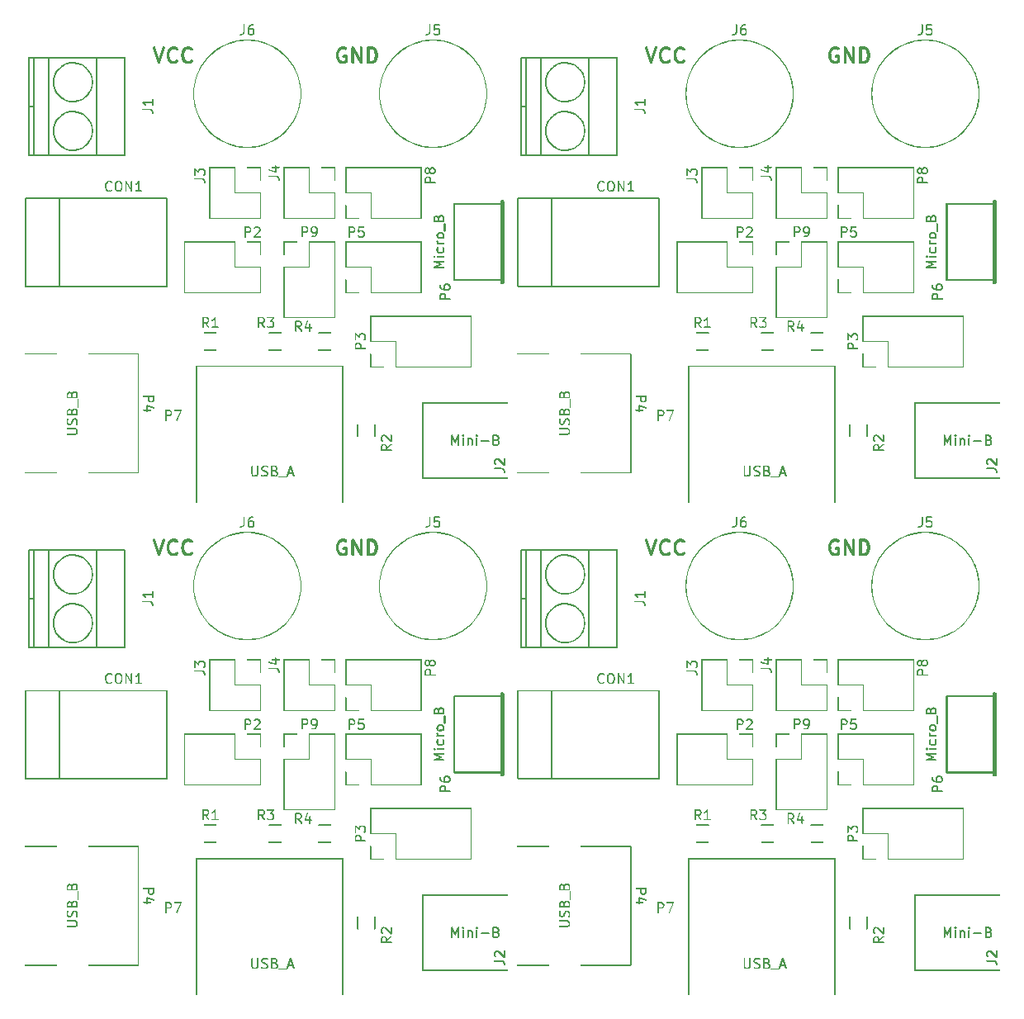
<source format=gto>
%MOIN*%
%OFA0B0*%
%FSLAX44Y44*%
%IPPOS*%
%LPD*%
G36*
X00012975Y00018267D02*
G01G01*
X00012992Y00018270D01*
X00013009Y00018278D01*
X00013023Y00018292D01*
X00013031Y00018308D01*
X00013033Y00018326D01*
X00013031Y00018345D01*
X00013023Y00018361D01*
X00013009Y00018374D01*
X00012992Y00018382D01*
X00012937Y00018411D01*
X00012919Y00018413D01*
X00012900Y00018411D01*
X00012883Y00018402D01*
X00012871Y00018389D01*
X00012862Y00018372D01*
X00012859Y00018354D01*
X00012862Y00018336D01*
X00012871Y00018320D01*
X00012883Y00018306D01*
X00012900Y00018298D01*
X00012957Y00018270D01*
X00012975Y00018267D01*
G37*
G36*
X00012919Y00018295D02*
G01G01*
X00012937Y00018298D01*
X00012951Y00018306D01*
X00012966Y00018320D01*
X00012975Y00018336D01*
X00012978Y00018354D01*
X00012975Y00018372D01*
X00012966Y00018389D01*
X00012951Y00018402D01*
X00012937Y00018411D01*
X00012919Y00018413D01*
X00012834Y00018413D01*
X00012815Y00018411D01*
X00012799Y00018402D01*
X00012786Y00018389D01*
X00012778Y00018372D01*
X00012775Y00018354D01*
X00012778Y00018336D01*
X00012786Y00018320D01*
X00012799Y00018306D01*
X00012815Y00018298D01*
X00012834Y00018295D01*
X00012919Y00018295D01*
G37*
G36*
X00012750Y00018267D02*
G01G01*
X00012768Y00018270D01*
X00012851Y00018298D01*
X00012869Y00018306D01*
X00012881Y00018320D01*
X00012890Y00018336D01*
X00012891Y00018354D01*
X00012890Y00018372D01*
X00012881Y00018389D01*
X00012869Y00018402D01*
X00012851Y00018411D01*
X00012834Y00018413D01*
X00012815Y00018411D01*
X00012732Y00018382D01*
X00012715Y00018374D01*
X00012701Y00018361D01*
X00012693Y00018345D01*
X00012689Y00018326D01*
X00012693Y00018308D01*
X00012701Y00018292D01*
X00012715Y00018278D01*
X00012732Y00018270D01*
X00012750Y00018267D01*
G37*
G36*
X00012693Y00018211D02*
G01G01*
X00012712Y00018214D01*
X00012728Y00018222D01*
X00012784Y00018278D01*
X00012784Y00018278D01*
X00012798Y00018292D01*
X00012806Y00018308D01*
X00012809Y00018326D01*
X00012806Y00018345D01*
X00012798Y00018361D01*
X00012784Y00018374D01*
X00012768Y00018382D01*
X00012750Y00018385D01*
X00012732Y00018382D01*
X00012715Y00018374D01*
X00012646Y00018304D01*
X00012637Y00018288D01*
X00012633Y00018270D01*
X00012637Y00018252D01*
X00012646Y00018235D01*
X00012659Y00018222D01*
X00012675Y00018214D01*
X00012693Y00018211D01*
G37*
G36*
X00012665Y00018155D02*
G01G01*
X00012684Y00018158D01*
X00012699Y00018166D01*
X00012713Y00018179D01*
X00012722Y00018196D01*
X00012750Y00018252D01*
X00012753Y00018270D01*
X00012750Y00018288D01*
X00012741Y00018304D01*
X00012728Y00018318D01*
X00012712Y00018326D01*
X00012693Y00018329D01*
X00012675Y00018326D01*
X00012659Y00018318D01*
X00012646Y00018304D01*
X00012637Y00018288D01*
X00012609Y00018232D01*
X00012606Y00018214D01*
X00012609Y00018196D01*
X00012618Y00018179D01*
X00012629Y00018166D01*
X00012647Y00018158D01*
X00012665Y00018155D01*
G37*
G36*
X00012637Y00018042D02*
G01G01*
X00012656Y00018045D01*
X00012672Y00018054D01*
X00012685Y00018066D01*
X00012693Y00018083D01*
X00012722Y00018196D01*
X00012724Y00018214D01*
X00012722Y00018232D01*
X00012713Y00018248D01*
X00012699Y00018262D01*
X00012684Y00018270D01*
X00012665Y00018273D01*
X00012647Y00018270D01*
X00012629Y00018262D01*
X00012618Y00018248D01*
X00012609Y00018232D01*
X00012581Y00018120D01*
X00012578Y00018101D01*
X00012581Y00018083D01*
X00012588Y00018066D01*
X00012603Y00018054D01*
X00012619Y00018045D01*
X00012637Y00018042D01*
G37*
G36*
X00012637Y00017958D02*
G01G01*
X00012656Y00017961D01*
X00012672Y00017969D01*
X00012685Y00017982D01*
X00012693Y00017999D01*
X00012695Y00018017D01*
X00012695Y00018101D01*
X00012693Y00018120D01*
X00012685Y00018136D01*
X00012672Y00018149D01*
X00012656Y00018157D01*
X00012637Y00018160D01*
X00012619Y00018157D01*
X00012603Y00018149D01*
X00012588Y00018136D01*
X00012581Y00018120D01*
X00012578Y00018101D01*
X00012578Y00018017D01*
X00012581Y00017999D01*
X00012588Y00017982D01*
X00012603Y00017969D01*
X00012619Y00017961D01*
X00012637Y00017958D01*
G37*
G36*
X00012665Y00017845D02*
G01G01*
X00012684Y00017848D01*
X00012699Y00017857D01*
X00012713Y00017870D01*
X00012722Y00017886D01*
X00012724Y00017904D01*
X00012722Y00017923D01*
X00012693Y00018035D01*
X00012685Y00018052D01*
X00012672Y00018064D01*
X00012656Y00018073D01*
X00012637Y00018076D01*
X00012619Y00018073D01*
X00012603Y00018064D01*
X00012588Y00018052D01*
X00012581Y00018035D01*
X00012578Y00018017D01*
X00012581Y00017999D01*
X00012609Y00017886D01*
X00012618Y00017870D01*
X00012629Y00017857D01*
X00012647Y00017848D01*
X00012665Y00017845D01*
G37*
G36*
X00012693Y00017789D02*
G01G01*
X00012712Y00017792D01*
X00012728Y00017800D01*
X00012741Y00017813D01*
X00012750Y00017830D01*
X00012753Y00017848D01*
X00012750Y00017866D01*
X00012722Y00017923D01*
X00012713Y00017939D01*
X00012699Y00017952D01*
X00012684Y00017961D01*
X00012665Y00017964D01*
X00012647Y00017961D01*
X00012629Y00017952D01*
X00012618Y00017939D01*
X00012609Y00017923D01*
X00012606Y00017904D01*
X00012609Y00017886D01*
X00012637Y00017830D01*
X00012646Y00017813D01*
X00012659Y00017800D01*
X00012675Y00017792D01*
X00012693Y00017789D01*
G37*
G36*
X00012750Y00017733D02*
G01G01*
X00012768Y00017736D01*
X00012784Y00017744D01*
X00012798Y00017757D01*
X00012806Y00017774D01*
X00012809Y00017792D01*
X00012806Y00017810D01*
X00012798Y00017826D01*
X00012728Y00017896D01*
X00012712Y00017904D01*
X00012693Y00017907D01*
X00012675Y00017904D01*
X00012659Y00017896D01*
X00012646Y00017882D01*
X00012637Y00017866D01*
X00012633Y00017848D01*
X00012637Y00017830D01*
X00012646Y00017813D01*
X00012715Y00017744D01*
X00012732Y00017736D01*
X00012750Y00017733D01*
G37*
G36*
X00012834Y00017704D02*
G01G01*
X00012851Y00017708D01*
X00012869Y00017716D01*
X00012881Y00017729D01*
X00012890Y00017746D01*
X00012891Y00017764D01*
X00012890Y00017782D01*
X00012881Y00017799D01*
X00012869Y00017812D01*
X00012851Y00017820D01*
X00012768Y00017848D01*
X00012750Y00017851D01*
X00012732Y00017848D01*
X00012715Y00017840D01*
X00012701Y00017826D01*
X00012693Y00017810D01*
X00012689Y00017792D01*
X00012693Y00017774D01*
X00012701Y00017757D01*
X00012715Y00017744D01*
X00012732Y00017736D01*
X00012815Y00017708D01*
X00012834Y00017704D01*
G37*
G36*
X00012890Y00017704D02*
G01G01*
X00012909Y00017708D01*
X00012925Y00017716D01*
X00012937Y00017729D01*
X00012947Y00017746D01*
X00012949Y00017764D01*
X00012947Y00017782D01*
X00012937Y00017799D01*
X00012925Y00017812D01*
X00012909Y00017820D01*
X00012890Y00017822D01*
X00012834Y00017822D01*
X00012815Y00017820D01*
X00012799Y00017812D01*
X00012786Y00017799D01*
X00012778Y00017782D01*
X00012775Y00017764D01*
X00012778Y00017746D01*
X00012786Y00017729D01*
X00012799Y00017716D01*
X00012815Y00017708D01*
X00012834Y00017704D01*
X00012890Y00017704D01*
G37*
G36*
X00012890Y00017704D02*
G01G01*
X00012909Y00017708D01*
X00012992Y00017736D01*
X00013009Y00017744D01*
X00013023Y00017757D01*
X00013031Y00017774D01*
X00013033Y00017792D01*
X00013031Y00017810D01*
X00013023Y00017826D01*
X00013009Y00017840D01*
X00012992Y00017848D01*
X00012975Y00017851D01*
X00012957Y00017848D01*
X00012871Y00017820D01*
X00012856Y00017812D01*
X00012843Y00017799D01*
X00012834Y00017782D01*
X00012830Y00017764D01*
X00012834Y00017746D01*
X00012843Y00017729D01*
X00012856Y00017716D01*
X00012871Y00017708D01*
X00012890Y00017704D01*
G37*
G36*
X00012975Y00017733D02*
G01G01*
X00012992Y00017736D01*
X00013009Y00017744D01*
X00013038Y00017772D01*
X00013051Y00017785D01*
X00013059Y00017802D01*
X00013061Y00017820D01*
X00013059Y00017838D01*
X00013051Y00017855D01*
X00013038Y00017868D01*
X00013021Y00017876D01*
X00013003Y00017879D01*
X00012985Y00017876D01*
X00012968Y00017868D01*
X00012927Y00017826D01*
X00012919Y00017810D01*
X00012916Y00017792D01*
X00012919Y00017774D01*
X00012927Y00017757D01*
X00012939Y00017744D01*
X00012957Y00017736D01*
X00012975Y00017733D01*
G37*
G36*
X00013003Y00017760D02*
G01G01*
X00013021Y00017764D01*
X00013038Y00017772D01*
X00013051Y00017785D01*
X00013059Y00017802D01*
X00013061Y00017820D01*
X00013061Y00018017D01*
X00013059Y00018035D01*
X00013051Y00018052D01*
X00013038Y00018064D01*
X00013021Y00018073D01*
X00013003Y00018076D01*
X00012985Y00018073D01*
X00012968Y00018064D01*
X00012955Y00018052D01*
X00012947Y00018035D01*
X00012943Y00018017D01*
X00012943Y00017820D01*
X00012947Y00017802D01*
X00012955Y00017785D01*
X00012968Y00017772D01*
X00012985Y00017764D01*
X00013003Y00017760D01*
G37*
G36*
X00013003Y00017958D02*
G01G01*
X00013021Y00017961D01*
X00013038Y00017969D01*
X00013051Y00017982D01*
X00013059Y00017999D01*
X00013061Y00018017D01*
X00013059Y00018035D01*
X00013051Y00018052D01*
X00013038Y00018064D01*
X00013021Y00018073D01*
X00013003Y00018076D01*
X00012890Y00018076D01*
X00012871Y00018073D01*
X00012856Y00018064D01*
X00012843Y00018052D01*
X00012834Y00018035D01*
X00012830Y00018017D01*
X00012834Y00017999D01*
X00012843Y00017982D01*
X00012856Y00017969D01*
X00012871Y00017961D01*
X00012890Y00017958D01*
X00013003Y00017958D01*
G37*
G36*
X00013254Y00017704D02*
G01G01*
X00013274Y00017708D01*
X00013291Y00017716D01*
X00013303Y00017729D01*
X00013311Y00017746D01*
X00013314Y00017764D01*
X00013314Y00018354D01*
X00013311Y00018372D01*
X00013303Y00018389D01*
X00013291Y00018402D01*
X00013274Y00018411D01*
X00013254Y00018413D01*
X00013237Y00018411D01*
X00013221Y00018402D01*
X00013208Y00018389D01*
X00013200Y00018372D01*
X00013197Y00018354D01*
X00013197Y00017764D01*
X00013200Y00017746D01*
X00013208Y00017729D01*
X00013221Y00017716D01*
X00013237Y00017708D01*
X00013254Y00017704D01*
G37*
G36*
X00013593Y00017704D02*
G01G01*
X00013611Y00017708D01*
X00013628Y00017716D01*
X00013641Y00017729D01*
X00013650Y00017746D01*
X00013652Y00017764D01*
X00013650Y00017782D01*
X00013641Y00017799D01*
X00013303Y00018389D01*
X00013291Y00018402D01*
X00013274Y00018411D01*
X00013254Y00018413D01*
X00013237Y00018411D01*
X00013221Y00018402D01*
X00013208Y00018389D01*
X00013200Y00018372D01*
X00013197Y00018354D01*
X00013200Y00018336D01*
X00013208Y00018320D01*
X00013545Y00017729D01*
X00013559Y00017716D01*
X00013575Y00017708D01*
X00013593Y00017704D01*
G37*
G36*
X00013593Y00017704D02*
G01G01*
X00013611Y00017708D01*
X00013628Y00017716D01*
X00013641Y00017729D01*
X00013650Y00017746D01*
X00013652Y00017764D01*
X00013652Y00018354D01*
X00013650Y00018372D01*
X00013641Y00018389D01*
X00013628Y00018402D01*
X00013611Y00018411D01*
X00013593Y00018413D01*
X00013575Y00018411D01*
X00013559Y00018402D01*
X00013545Y00018389D01*
X00013536Y00018372D01*
X00013534Y00018354D01*
X00013534Y00017764D01*
X00013536Y00017746D01*
X00013545Y00017729D01*
X00013559Y00017716D01*
X00013575Y00017708D01*
X00013593Y00017704D01*
G37*
G36*
X00013875Y00017704D02*
G01G01*
X00013893Y00017708D01*
X00013909Y00017716D01*
X00013922Y00017729D01*
X00013931Y00017746D01*
X00013934Y00017764D01*
X00013934Y00018354D01*
X00013931Y00018372D01*
X00013922Y00018389D01*
X00013909Y00018402D01*
X00013893Y00018411D01*
X00013875Y00018413D01*
X00013855Y00018411D01*
X00013838Y00018402D01*
X00013827Y00018389D01*
X00013818Y00018372D01*
X00013816Y00018354D01*
X00013816Y00017764D01*
X00013818Y00017746D01*
X00013827Y00017729D01*
X00013838Y00017716D01*
X00013855Y00017708D01*
X00013875Y00017704D01*
G37*
G36*
X00014015Y00018295D02*
G01G01*
X00014033Y00018298D01*
X00014050Y00018306D01*
X00014063Y00018320D01*
X00014071Y00018336D01*
X00014074Y00018354D01*
X00014071Y00018372D01*
X00014063Y00018389D01*
X00014050Y00018402D01*
X00014033Y00018411D01*
X00014015Y00018413D01*
X00013875Y00018413D01*
X00013855Y00018411D01*
X00013838Y00018402D01*
X00013827Y00018389D01*
X00013818Y00018372D01*
X00013816Y00018354D01*
X00013818Y00018336D01*
X00013827Y00018320D01*
X00013838Y00018306D01*
X00013855Y00018298D01*
X00013875Y00018295D01*
X00014015Y00018295D01*
G37*
G36*
X00014099Y00018267D02*
G01G01*
X00014118Y00018270D01*
X00014134Y00018278D01*
X00014147Y00018292D01*
X00014155Y00018308D01*
X00014159Y00018326D01*
X00014155Y00018345D01*
X00014147Y00018361D01*
X00014134Y00018374D01*
X00014118Y00018382D01*
X00014033Y00018411D01*
X00014015Y00018413D01*
X00013997Y00018411D01*
X00013979Y00018402D01*
X00013967Y00018389D01*
X00013959Y00018372D01*
X00013956Y00018354D01*
X00013959Y00018336D01*
X00013967Y00018320D01*
X00013979Y00018306D01*
X00013997Y00018298D01*
X00014080Y00018270D01*
X00014099Y00018267D01*
G37*
G36*
X00014155Y00018211D02*
G01G01*
X00014174Y00018214D01*
X00014191Y00018222D01*
X00014204Y00018235D01*
X00014211Y00018252D01*
X00014215Y00018270D01*
X00014211Y00018288D01*
X00014204Y00018304D01*
X00014191Y00018318D01*
X00014134Y00018374D01*
X00014118Y00018382D01*
X00014099Y00018385D01*
X00014080Y00018382D01*
X00014065Y00018374D01*
X00014052Y00018361D01*
X00014043Y00018345D01*
X00014039Y00018326D01*
X00014043Y00018308D01*
X00014052Y00018292D01*
X00014065Y00018278D01*
X00014108Y00018235D01*
X00014121Y00018222D01*
X00014138Y00018214D01*
X00014155Y00018211D01*
G37*
G36*
X00014184Y00018155D02*
G01G01*
X00014201Y00018158D01*
X00014219Y00018166D01*
X00014232Y00018179D01*
X00014240Y00018196D01*
X00014243Y00018214D01*
X00014240Y00018232D01*
X00014211Y00018288D01*
X00014204Y00018304D01*
X00014191Y00018318D01*
X00014174Y00018326D01*
X00014155Y00018329D01*
X00014138Y00018326D01*
X00014121Y00018318D01*
X00014108Y00018304D01*
X00014099Y00018288D01*
X00014097Y00018270D01*
X00014099Y00018252D01*
X00014128Y00018196D01*
X00014136Y00018179D01*
X00014149Y00018166D01*
X00014166Y00018158D01*
X00014184Y00018155D01*
G37*
G36*
X00014211Y00018042D02*
G01G01*
X00014230Y00018045D01*
X00014247Y00018054D01*
X00014260Y00018066D01*
X00014268Y00018083D01*
X00014271Y00018101D01*
X00014268Y00018120D01*
X00014240Y00018232D01*
X00014232Y00018248D01*
X00014219Y00018262D01*
X00014201Y00018270D01*
X00014184Y00018273D01*
X00014166Y00018270D01*
X00014149Y00018262D01*
X00014136Y00018248D01*
X00014128Y00018232D01*
X00014125Y00018214D01*
X00014128Y00018196D01*
X00014155Y00018083D01*
X00014164Y00018066D01*
X00014177Y00018054D01*
X00014194Y00018045D01*
X00014211Y00018042D01*
G37*
G36*
X00014211Y00017958D02*
G01G01*
X00014230Y00017961D01*
X00014247Y00017969D01*
X00014260Y00017982D01*
X00014268Y00017999D01*
X00014271Y00018017D01*
X00014271Y00018101D01*
X00014268Y00018120D01*
X00014260Y00018136D01*
X00014247Y00018149D01*
X00014230Y00018157D01*
X00014211Y00018160D01*
X00014194Y00018157D01*
X00014177Y00018149D01*
X00014164Y00018136D01*
X00014155Y00018120D01*
X00014153Y00018101D01*
X00014153Y00018017D01*
X00014155Y00017999D01*
X00014164Y00017982D01*
X00014177Y00017969D01*
X00014194Y00017961D01*
X00014211Y00017958D01*
G37*
G36*
X00014184Y00017845D02*
G01G01*
X00014201Y00017848D01*
X00014219Y00017857D01*
X00014232Y00017870D01*
X00014240Y00017886D01*
X00014268Y00017999D01*
X00014271Y00018017D01*
X00014268Y00018035D01*
X00014260Y00018052D01*
X00014247Y00018064D01*
X00014230Y00018073D01*
X00014211Y00018076D01*
X00014194Y00018073D01*
X00014177Y00018064D01*
X00014164Y00018052D01*
X00014155Y00018035D01*
X00014128Y00017923D01*
X00014125Y00017904D01*
X00014128Y00017886D01*
X00014136Y00017870D01*
X00014149Y00017857D01*
X00014166Y00017848D01*
X00014184Y00017845D01*
G37*
G36*
X00014155Y00017789D02*
G01G01*
X00014174Y00017792D01*
X00014191Y00017800D01*
X00014204Y00017813D01*
X00014211Y00017830D01*
X00014240Y00017886D01*
X00014243Y00017904D01*
X00014240Y00017923D01*
X00014232Y00017939D01*
X00014219Y00017952D01*
X00014201Y00017961D01*
X00014184Y00017964D01*
X00014166Y00017961D01*
X00014149Y00017952D01*
X00014136Y00017939D01*
X00014128Y00017923D01*
X00014099Y00017866D01*
X00014097Y00017848D01*
X00014099Y00017830D01*
X00014108Y00017813D01*
X00014121Y00017800D01*
X00014138Y00017792D01*
X00014155Y00017789D01*
G37*
G36*
X00014099Y00017733D02*
G01G01*
X00014118Y00017736D01*
X00014134Y00017744D01*
X00014147Y00017757D01*
X00014200Y00017810D01*
X00014204Y00017813D01*
X00014211Y00017830D01*
X00014215Y00017848D01*
X00014211Y00017866D01*
X00014204Y00017882D01*
X00014191Y00017896D01*
X00014174Y00017904D01*
X00014155Y00017907D01*
X00014138Y00017904D01*
X00014121Y00017896D01*
X00014052Y00017826D01*
X00014043Y00017810D01*
X00014039Y00017792D01*
X00014043Y00017774D01*
X00014052Y00017757D01*
X00014065Y00017744D01*
X00014080Y00017736D01*
X00014099Y00017733D01*
G37*
G36*
X00014015Y00017704D02*
G01G01*
X00014033Y00017708D01*
X00014118Y00017736D01*
X00014134Y00017744D01*
X00014147Y00017757D01*
X00014155Y00017774D01*
X00014159Y00017792D01*
X00014155Y00017810D01*
X00014147Y00017826D01*
X00014134Y00017840D01*
X00014118Y00017848D01*
X00014099Y00017851D01*
X00014080Y00017848D01*
X00013997Y00017820D01*
X00013979Y00017812D01*
X00013967Y00017799D01*
X00013959Y00017782D01*
X00013956Y00017764D01*
X00013959Y00017746D01*
X00013967Y00017729D01*
X00013979Y00017716D01*
X00013997Y00017708D01*
X00014015Y00017704D01*
G37*
G36*
X00014015Y00017704D02*
G01G01*
X00014033Y00017708D01*
X00014050Y00017716D01*
X00014063Y00017729D01*
X00014071Y00017746D01*
X00014074Y00017764D01*
X00014071Y00017782D01*
X00014063Y00017799D01*
X00014050Y00017812D01*
X00014033Y00017820D01*
X00014015Y00017822D01*
X00013875Y00017822D01*
X00013855Y00017820D01*
X00013838Y00017812D01*
X00013827Y00017799D01*
X00013818Y00017782D01*
X00013816Y00017764D01*
X00013818Y00017746D01*
X00013827Y00017729D01*
X00013838Y00017716D01*
X00013855Y00017708D01*
X00013875Y00017704D01*
X00014015Y00017704D01*
G37*
G36*
X00005433Y00017704D02*
G01G01*
X00005451Y00017708D01*
X00005467Y00017716D01*
X00005480Y00017729D01*
X00005489Y00017746D01*
X00005492Y00017764D01*
X00005489Y00017782D01*
X00005292Y00018372D01*
X00005283Y00018389D01*
X00005270Y00018402D01*
X00005254Y00018411D01*
X00005235Y00018413D01*
X00005217Y00018411D01*
X00005201Y00018402D01*
X00005188Y00018389D01*
X00005180Y00018372D01*
X00005177Y00018354D01*
X00005180Y00018336D01*
X00005376Y00017746D01*
X00005385Y00017729D01*
X00005397Y00017716D01*
X00005414Y00017708D01*
X00005433Y00017704D01*
G37*
G36*
X00005433Y00017704D02*
G01G01*
X00005451Y00017708D01*
X00005467Y00017716D01*
X00005480Y00017729D01*
X00005489Y00017746D01*
X00005686Y00018336D01*
X00005688Y00018354D01*
X00005686Y00018372D01*
X00005677Y00018389D01*
X00005664Y00018402D01*
X00005648Y00018411D01*
X00005629Y00018413D01*
X00005611Y00018411D01*
X00005595Y00018402D01*
X00005582Y00018389D01*
X00005573Y00018372D01*
X00005376Y00017782D01*
X00005374Y00017764D01*
X00005376Y00017746D01*
X00005385Y00017729D01*
X00005397Y00017716D01*
X00005414Y00017708D01*
X00005433Y00017704D01*
G37*
G36*
X00006136Y00017733D02*
G01G01*
X00006153Y00017736D01*
X00006170Y00017744D01*
X00006198Y00017772D01*
X00006212Y00017785D01*
X00006220Y00017802D01*
X00006223Y00017820D01*
X00006220Y00017838D01*
X00006212Y00017855D01*
X00006198Y00017868D01*
X00006182Y00017876D01*
X00006163Y00017879D01*
X00006145Y00017876D01*
X00006129Y00017868D01*
X00006116Y00017855D01*
X00006101Y00017840D01*
X00006088Y00017826D01*
X00006079Y00017810D01*
X00006077Y00017792D01*
X00006079Y00017774D01*
X00006088Y00017757D01*
X00006101Y00017744D01*
X00006117Y00017736D01*
X00006136Y00017733D01*
G37*
G36*
X00006051Y00017704D02*
G01G01*
X00006069Y00017708D01*
X00006153Y00017736D01*
X00006170Y00017744D01*
X00006183Y00017757D01*
X00006192Y00017774D01*
X00006195Y00017792D01*
X00006192Y00017810D01*
X00006183Y00017826D01*
X00006170Y00017840D01*
X00006153Y00017848D01*
X00006136Y00017851D01*
X00006117Y00017848D01*
X00006032Y00017820D01*
X00006017Y00017812D01*
X00006002Y00017799D01*
X00005995Y00017782D01*
X00005992Y00017764D01*
X00005995Y00017746D01*
X00006002Y00017729D01*
X00006017Y00017716D01*
X00006032Y00017708D01*
X00006051Y00017704D01*
G37*
G36*
X00006051Y00017704D02*
G01G01*
X00006069Y00017708D01*
X00006086Y00017716D01*
X00006099Y00017729D01*
X00006107Y00017746D01*
X00006110Y00017764D01*
X00006107Y00017782D01*
X00006099Y00017799D01*
X00006086Y00017812D01*
X00006069Y00017820D01*
X00006051Y00017822D01*
X00005995Y00017822D01*
X00005977Y00017820D01*
X00005960Y00017812D01*
X00005947Y00017799D01*
X00005939Y00017782D01*
X00005936Y00017764D01*
X00005939Y00017746D01*
X00005947Y00017729D01*
X00005960Y00017716D01*
X00005977Y00017708D01*
X00005995Y00017704D01*
X00006051Y00017704D01*
G37*
G36*
X00005995Y00017704D02*
G01G01*
X00006012Y00017708D01*
X00006030Y00017716D01*
X00006042Y00017729D01*
X00006051Y00017746D01*
X00006054Y00017764D01*
X00006051Y00017782D01*
X00006042Y00017799D01*
X00006030Y00017812D01*
X00006012Y00017820D01*
X00005929Y00017848D01*
X00005911Y00017851D01*
X00005891Y00017848D01*
X00005876Y00017840D01*
X00005863Y00017826D01*
X00005854Y00017810D01*
X00005852Y00017792D01*
X00005854Y00017774D01*
X00005863Y00017757D01*
X00005876Y00017744D01*
X00005891Y00017736D01*
X00005977Y00017708D01*
X00005995Y00017704D01*
G37*
G36*
X00005911Y00017733D02*
G01G01*
X00005929Y00017736D01*
X00005945Y00017744D01*
X00005958Y00017757D01*
X00005967Y00017774D01*
X00005970Y00017792D01*
X00005967Y00017810D01*
X00005958Y00017826D01*
X00005945Y00017840D01*
X00005901Y00017882D01*
X00005901Y00017882D01*
X00005889Y00017896D01*
X00005873Y00017904D01*
X00005854Y00017907D01*
X00005836Y00017904D01*
X00005820Y00017896D01*
X00005807Y00017882D01*
X00005798Y00017866D01*
X00005795Y00017848D01*
X00005798Y00017830D01*
X00005807Y00017813D01*
X00005820Y00017800D01*
X00005876Y00017744D01*
X00005891Y00017736D01*
X00005911Y00017733D01*
G37*
G36*
X00005854Y00017789D02*
G01G01*
X00005873Y00017792D01*
X00005889Y00017800D01*
X00005901Y00017813D01*
X00005911Y00017830D01*
X00005913Y00017848D01*
X00005911Y00017866D01*
X00005881Y00017923D01*
X00005874Y00017939D01*
X00005860Y00017952D01*
X00005845Y00017961D01*
X00005826Y00017964D01*
X00005808Y00017961D01*
X00005792Y00017952D01*
X00005778Y00017939D01*
X00005770Y00017923D01*
X00005767Y00017904D01*
X00005770Y00017886D01*
X00005798Y00017830D01*
X00005807Y00017813D01*
X00005820Y00017800D01*
X00005836Y00017792D01*
X00005854Y00017789D01*
G37*
G36*
X00005826Y00017845D02*
G01G01*
X00005845Y00017848D01*
X00005860Y00017857D01*
X00005874Y00017870D01*
X00005881Y00017886D01*
X00005885Y00017904D01*
X00005881Y00017923D01*
X00005854Y00018035D01*
X00005846Y00018052D01*
X00005833Y00018064D01*
X00005816Y00018073D01*
X00005798Y00018076D01*
X00005780Y00018073D01*
X00005763Y00018064D01*
X00005750Y00018052D01*
X00005742Y00018035D01*
X00005739Y00018017D01*
X00005742Y00017999D01*
X00005770Y00017886D01*
X00005778Y00017870D01*
X00005792Y00017857D01*
X00005808Y00017848D01*
X00005826Y00017845D01*
G37*
G36*
X00005798Y00017958D02*
G01G01*
X00005816Y00017961D01*
X00005833Y00017969D01*
X00005846Y00017982D01*
X00005854Y00017999D01*
X00005857Y00018017D01*
X00005857Y00018101D01*
X00005854Y00018120D01*
X00005846Y00018136D01*
X00005833Y00018149D01*
X00005816Y00018157D01*
X00005798Y00018160D01*
X00005780Y00018157D01*
X00005763Y00018149D01*
X00005750Y00018136D01*
X00005742Y00018120D01*
X00005739Y00018101D01*
X00005739Y00018017D01*
X00005742Y00017999D01*
X00005750Y00017982D01*
X00005763Y00017969D01*
X00005780Y00017961D01*
X00005798Y00017958D01*
G37*
G36*
X00005798Y00018042D02*
G01G01*
X00005816Y00018045D01*
X00005833Y00018054D01*
X00005846Y00018066D01*
X00005854Y00018083D01*
X00005881Y00018196D01*
X00005885Y00018214D01*
X00005881Y00018232D01*
X00005874Y00018248D01*
X00005860Y00018262D01*
X00005845Y00018270D01*
X00005826Y00018273D01*
X00005808Y00018270D01*
X00005792Y00018262D01*
X00005778Y00018248D01*
X00005770Y00018232D01*
X00005742Y00018120D01*
X00005739Y00018101D01*
X00005742Y00018083D01*
X00005750Y00018066D01*
X00005763Y00018054D01*
X00005780Y00018045D01*
X00005798Y00018042D01*
G37*
G36*
X00005826Y00018155D02*
G01G01*
X00005845Y00018158D01*
X00005860Y00018166D01*
X00005874Y00018179D01*
X00005881Y00018196D01*
X00005911Y00018252D01*
X00005913Y00018270D01*
X00005911Y00018288D01*
X00005901Y00018304D01*
X00005889Y00018318D01*
X00005873Y00018326D01*
X00005854Y00018329D01*
X00005836Y00018326D01*
X00005820Y00018318D01*
X00005807Y00018304D01*
X00005798Y00018288D01*
X00005770Y00018232D01*
X00005767Y00018214D01*
X00005770Y00018196D01*
X00005778Y00018179D01*
X00005792Y00018166D01*
X00005808Y00018158D01*
X00005826Y00018155D01*
G37*
G36*
X00005854Y00018211D02*
G01G01*
X00005873Y00018214D01*
X00005889Y00018222D01*
X00005901Y00018235D01*
X00005945Y00018278D01*
X00005945Y00018278D01*
X00005958Y00018292D01*
X00005967Y00018308D01*
X00005970Y00018326D01*
X00005967Y00018345D01*
X00005958Y00018361D01*
X00005945Y00018374D01*
X00005929Y00018382D01*
X00005911Y00018385D01*
X00005891Y00018382D01*
X00005876Y00018374D01*
X00005820Y00018318D01*
X00005807Y00018304D01*
X00005798Y00018288D01*
X00005795Y00018270D01*
X00005798Y00018252D01*
X00005807Y00018235D01*
X00005820Y00018222D01*
X00005836Y00018214D01*
X00005854Y00018211D01*
G37*
G36*
X00005911Y00018267D02*
G01G01*
X00005929Y00018270D01*
X00006012Y00018298D01*
X00006030Y00018306D01*
X00006042Y00018320D01*
X00006051Y00018336D01*
X00006054Y00018354D01*
X00006051Y00018372D01*
X00006042Y00018389D01*
X00006030Y00018402D01*
X00006012Y00018411D01*
X00005995Y00018413D01*
X00005977Y00018411D01*
X00005891Y00018382D01*
X00005876Y00018374D01*
X00005863Y00018361D01*
X00005854Y00018345D01*
X00005852Y00018326D01*
X00005854Y00018308D01*
X00005863Y00018292D01*
X00005876Y00018278D01*
X00005891Y00018270D01*
X00005911Y00018267D01*
G37*
G36*
X00006051Y00018295D02*
G01G01*
X00006069Y00018298D01*
X00006086Y00018306D01*
X00006099Y00018320D01*
X00006107Y00018336D01*
X00006110Y00018354D01*
X00006107Y00018372D01*
X00006099Y00018389D01*
X00006086Y00018402D01*
X00006069Y00018411D01*
X00006051Y00018413D01*
X00005995Y00018413D01*
X00005977Y00018411D01*
X00005960Y00018402D01*
X00005947Y00018389D01*
X00005939Y00018372D01*
X00005936Y00018354D01*
X00005939Y00018336D01*
X00005947Y00018320D01*
X00005960Y00018306D01*
X00005977Y00018298D01*
X00005995Y00018295D01*
X00006051Y00018295D01*
G37*
G36*
X00006136Y00018267D02*
G01G01*
X00006153Y00018270D01*
X00006170Y00018278D01*
X00006183Y00018292D01*
X00006192Y00018308D01*
X00006195Y00018326D01*
X00006192Y00018345D01*
X00006183Y00018361D01*
X00006170Y00018374D01*
X00006153Y00018382D01*
X00006069Y00018411D01*
X00006051Y00018413D01*
X00006032Y00018411D01*
X00006017Y00018402D01*
X00006002Y00018389D01*
X00005995Y00018372D01*
X00005992Y00018354D01*
X00005995Y00018336D01*
X00006002Y00018320D01*
X00006017Y00018306D01*
X00006032Y00018298D01*
X00006117Y00018270D01*
X00006136Y00018267D01*
G37*
G36*
X00006163Y00018239D02*
G01G01*
X00006182Y00018242D01*
X00006198Y00018250D01*
X00006212Y00018263D01*
X00006220Y00018280D01*
X00006223Y00018298D01*
X00006220Y00018316D01*
X00006212Y00018333D01*
X00006198Y00018346D01*
X00006170Y00018374D01*
X00006153Y00018382D01*
X00006136Y00018385D01*
X00006117Y00018382D01*
X00006101Y00018374D01*
X00006088Y00018361D01*
X00006079Y00018345D01*
X00006077Y00018326D01*
X00006079Y00018308D01*
X00006088Y00018292D01*
X00006101Y00018278D01*
X00006129Y00018250D01*
X00006145Y00018242D01*
X00006163Y00018239D01*
G37*
G36*
X00006726Y00017733D02*
G01G01*
X00006742Y00017736D01*
X00006761Y00017744D01*
X00006788Y00017772D01*
X00006800Y00017785D01*
X00006810Y00017802D01*
X00006813Y00017820D01*
X00006810Y00017838D01*
X00006800Y00017855D01*
X00006788Y00017868D01*
X00006771Y00017876D01*
X00006754Y00017879D01*
X00006736Y00017876D01*
X00006720Y00017868D01*
X00006706Y00017855D01*
X00006677Y00017826D01*
X00006670Y00017810D01*
X00006667Y00017792D01*
X00006670Y00017774D01*
X00006677Y00017757D01*
X00006691Y00017744D01*
X00006707Y00017736D01*
X00006726Y00017733D01*
G37*
G36*
X00006642Y00017704D02*
G01G01*
X00006660Y00017708D01*
X00006742Y00017736D01*
X00006761Y00017744D01*
X00006772Y00017757D01*
X00006782Y00017774D01*
X00006785Y00017792D01*
X00006782Y00017810D01*
X00006772Y00017826D01*
X00006761Y00017840D01*
X00006742Y00017848D01*
X00006726Y00017851D01*
X00006707Y00017848D01*
X00006622Y00017820D01*
X00006606Y00017812D01*
X00006592Y00017799D01*
X00006586Y00017782D01*
X00006583Y00017764D01*
X00006586Y00017746D01*
X00006592Y00017729D01*
X00006606Y00017716D01*
X00006622Y00017708D01*
X00006642Y00017704D01*
G37*
G36*
X00006642Y00017704D02*
G01G01*
X00006660Y00017708D01*
X00006677Y00017716D01*
X00006690Y00017729D01*
X00006697Y00017746D01*
X00006701Y00017764D01*
X00006697Y00017782D01*
X00006690Y00017799D01*
X00006677Y00017812D01*
X00006660Y00017820D01*
X00006642Y00017822D01*
X00006586Y00017822D01*
X00006566Y00017820D01*
X00006551Y00017812D01*
X00006538Y00017799D01*
X00006527Y00017782D01*
X00006526Y00017764D01*
X00006527Y00017746D01*
X00006538Y00017729D01*
X00006551Y00017716D01*
X00006566Y00017708D01*
X00006586Y00017704D01*
X00006642Y00017704D01*
G37*
G36*
X00006586Y00017704D02*
G01G01*
X00006604Y00017708D01*
X00006618Y00017716D01*
X00006633Y00017729D01*
X00006642Y00017746D01*
X00006645Y00017764D01*
X00006642Y00017782D01*
X00006633Y00017799D01*
X00006618Y00017812D01*
X00006604Y00017820D01*
X00006519Y00017848D01*
X00006499Y00017851D01*
X00006483Y00017848D01*
X00006465Y00017840D01*
X00006453Y00017826D01*
X00006445Y00017810D01*
X00006440Y00017792D01*
X00006445Y00017774D01*
X00006453Y00017757D01*
X00006465Y00017744D01*
X00006483Y00017736D01*
X00006566Y00017708D01*
X00006586Y00017704D01*
G37*
G36*
X00006499Y00017733D02*
G01G01*
X00006519Y00017736D01*
X00006536Y00017744D01*
X00006549Y00017757D01*
X00006556Y00017774D01*
X00006558Y00017792D01*
X00006556Y00017810D01*
X00006549Y00017826D01*
X00006536Y00017840D01*
X00006493Y00017882D01*
X00006493Y00017882D01*
X00006480Y00017896D01*
X00006463Y00017904D01*
X00006445Y00017907D01*
X00006427Y00017904D01*
X00006408Y00017896D01*
X00006397Y00017882D01*
X00006389Y00017866D01*
X00006385Y00017848D01*
X00006389Y00017830D01*
X00006397Y00017813D01*
X00006408Y00017800D01*
X00006465Y00017744D01*
X00006483Y00017736D01*
X00006499Y00017733D01*
G37*
G36*
X00006445Y00017789D02*
G01G01*
X00006463Y00017792D01*
X00006480Y00017800D01*
X00006493Y00017813D01*
X00006499Y00017830D01*
X00006502Y00017848D01*
X00006499Y00017866D01*
X00006471Y00017923D01*
X00006465Y00017939D01*
X00006452Y00017952D01*
X00006435Y00017961D01*
X00006417Y00017964D01*
X00006399Y00017961D01*
X00006380Y00017952D01*
X00006369Y00017939D01*
X00006361Y00017923D01*
X00006358Y00017904D01*
X00006361Y00017886D01*
X00006389Y00017830D01*
X00006397Y00017813D01*
X00006408Y00017800D01*
X00006427Y00017792D01*
X00006445Y00017789D01*
G37*
G36*
X00006417Y00017845D02*
G01G01*
X00006435Y00017848D01*
X00006452Y00017857D01*
X00006465Y00017870D01*
X00006471Y00017886D01*
X00006475Y00017904D01*
X00006471Y00017923D01*
X00006445Y00018035D01*
X00006435Y00018052D01*
X00006423Y00018064D01*
X00006405Y00018073D01*
X00006389Y00018076D01*
X00006370Y00018073D01*
X00006354Y00018064D01*
X00006341Y00018052D01*
X00006333Y00018035D01*
X00006330Y00018017D01*
X00006333Y00017999D01*
X00006361Y00017886D01*
X00006369Y00017870D01*
X00006380Y00017857D01*
X00006399Y00017848D01*
X00006417Y00017845D01*
G37*
G36*
X00006389Y00017958D02*
G01G01*
X00006405Y00017961D01*
X00006423Y00017969D01*
X00006435Y00017982D01*
X00006445Y00017999D01*
X00006448Y00018017D01*
X00006448Y00018101D01*
X00006445Y00018120D01*
X00006435Y00018136D01*
X00006423Y00018149D01*
X00006405Y00018157D01*
X00006389Y00018160D01*
X00006370Y00018157D01*
X00006354Y00018149D01*
X00006341Y00018136D01*
X00006333Y00018120D01*
X00006330Y00018101D01*
X00006330Y00018017D01*
X00006333Y00017999D01*
X00006341Y00017982D01*
X00006354Y00017969D01*
X00006370Y00017961D01*
X00006389Y00017958D01*
G37*
G36*
X00006389Y00018042D02*
G01G01*
X00006405Y00018045D01*
X00006423Y00018054D01*
X00006435Y00018066D01*
X00006445Y00018083D01*
X00006471Y00018196D01*
X00006475Y00018214D01*
X00006471Y00018232D01*
X00006465Y00018248D01*
X00006452Y00018262D01*
X00006435Y00018270D01*
X00006417Y00018273D01*
X00006399Y00018270D01*
X00006380Y00018262D01*
X00006369Y00018248D01*
X00006361Y00018232D01*
X00006333Y00018120D01*
X00006330Y00018101D01*
X00006333Y00018083D01*
X00006341Y00018066D01*
X00006354Y00018054D01*
X00006370Y00018045D01*
X00006389Y00018042D01*
G37*
G36*
X00006417Y00018155D02*
G01G01*
X00006435Y00018158D01*
X00006452Y00018166D01*
X00006465Y00018179D01*
X00006471Y00018196D01*
X00006499Y00018252D01*
X00006502Y00018270D01*
X00006499Y00018288D01*
X00006493Y00018304D01*
X00006480Y00018318D01*
X00006463Y00018326D01*
X00006445Y00018329D01*
X00006427Y00018326D01*
X00006408Y00018318D01*
X00006397Y00018304D01*
X00006389Y00018288D01*
X00006361Y00018232D01*
X00006358Y00018214D01*
X00006361Y00018196D01*
X00006369Y00018179D01*
X00006380Y00018166D01*
X00006399Y00018158D01*
X00006417Y00018155D01*
G37*
G36*
X00006445Y00018211D02*
G01G01*
X00006463Y00018214D01*
X00006480Y00018222D01*
X00006493Y00018235D01*
X00006536Y00018278D01*
X00006549Y00018292D01*
X00006556Y00018308D01*
X00006558Y00018326D01*
X00006556Y00018345D01*
X00006549Y00018361D01*
X00006536Y00018374D01*
X00006519Y00018382D01*
X00006499Y00018385D01*
X00006483Y00018382D01*
X00006465Y00018374D01*
X00006408Y00018318D01*
X00006397Y00018304D01*
X00006389Y00018288D01*
X00006385Y00018270D01*
X00006389Y00018252D01*
X00006397Y00018235D01*
X00006408Y00018222D01*
X00006427Y00018214D01*
X00006445Y00018211D01*
G37*
G36*
X00006499Y00018267D02*
G01G01*
X00006519Y00018270D01*
X00006604Y00018298D01*
X00006618Y00018306D01*
X00006633Y00018320D01*
X00006642Y00018336D01*
X00006645Y00018354D01*
X00006642Y00018372D01*
X00006633Y00018389D01*
X00006618Y00018402D01*
X00006604Y00018411D01*
X00006586Y00018413D01*
X00006566Y00018411D01*
X00006483Y00018382D01*
X00006465Y00018374D01*
X00006453Y00018361D01*
X00006445Y00018345D01*
X00006440Y00018326D01*
X00006445Y00018308D01*
X00006453Y00018292D01*
X00006465Y00018278D01*
X00006483Y00018270D01*
X00006499Y00018267D01*
G37*
G36*
X00006642Y00018295D02*
G01G01*
X00006660Y00018298D01*
X00006677Y00018306D01*
X00006690Y00018320D01*
X00006697Y00018336D01*
X00006701Y00018354D01*
X00006697Y00018372D01*
X00006690Y00018389D01*
X00006677Y00018402D01*
X00006660Y00018411D01*
X00006642Y00018413D01*
X00006586Y00018413D01*
X00006566Y00018411D01*
X00006551Y00018402D01*
X00006538Y00018389D01*
X00006527Y00018372D01*
X00006526Y00018354D01*
X00006527Y00018336D01*
X00006538Y00018320D01*
X00006551Y00018306D01*
X00006566Y00018298D01*
X00006586Y00018295D01*
X00006642Y00018295D01*
G37*
G36*
X00006726Y00018267D02*
G01G01*
X00006742Y00018270D01*
X00006761Y00018278D01*
X00006772Y00018292D01*
X00006782Y00018308D01*
X00006785Y00018326D01*
X00006782Y00018345D01*
X00006772Y00018361D01*
X00006761Y00018374D01*
X00006742Y00018382D01*
X00006660Y00018411D01*
X00006642Y00018413D01*
X00006622Y00018411D01*
X00006606Y00018402D01*
X00006592Y00018389D01*
X00006586Y00018372D01*
X00006583Y00018354D01*
X00006586Y00018336D01*
X00006592Y00018320D01*
X00006606Y00018306D01*
X00006622Y00018298D01*
X00006707Y00018270D01*
X00006726Y00018267D01*
G37*
G36*
X00006754Y00018239D02*
G01G01*
X00006771Y00018242D01*
X00006788Y00018250D01*
X00006800Y00018263D01*
X00006810Y00018280D01*
X00006813Y00018298D01*
X00006810Y00018316D01*
X00006800Y00018333D01*
X00006788Y00018346D01*
X00006761Y00018374D01*
X00006742Y00018382D01*
X00006726Y00018385D01*
X00006707Y00018382D01*
X00006691Y00018374D01*
X00006677Y00018361D01*
X00006670Y00018345D01*
X00006667Y00018326D01*
X00006670Y00018308D01*
X00006677Y00018292D01*
X00006691Y00018278D01*
X00006720Y00018250D01*
X00006736Y00018242D01*
X00006754Y00018239D01*
G37*
G36*
X00018665Y00016476D02*
G01G01*
X00018672Y00016477D01*
X00018679Y00016480D01*
X00018684Y00016486D01*
X00018687Y00016492D01*
X00018688Y00016499D01*
X00018687Y00016507D01*
X00018684Y00016513D01*
X00018679Y00016519D01*
X00018672Y00016521D01*
X00018665Y00016523D01*
X00018658Y00016521D01*
X00018651Y00016519D01*
X00018646Y00016513D01*
X00018642Y00016507D01*
X00018641Y00016499D01*
X00018642Y00016492D01*
X00018646Y00016486D01*
X00018651Y00016480D01*
X00018658Y00016477D01*
X00018665Y00016476D01*
G37*
G36*
X00018665Y00016476D02*
G01G01*
X00018672Y00016477D01*
X00018679Y00016480D01*
X00018684Y00016486D01*
X00018687Y00016492D01*
X00018688Y00016499D01*
X00018682Y00016665D01*
X00018681Y00016673D01*
X00018678Y00016679D01*
X00018672Y00016684D01*
X00018666Y00016688D01*
X00018658Y00016689D01*
X00018651Y00016688D01*
X00018645Y00016684D01*
X00018639Y00016679D01*
X00018636Y00016673D01*
X00018635Y00016665D01*
X00018641Y00016499D01*
X00018642Y00016492D01*
X00018646Y00016486D01*
X00018651Y00016480D01*
X00018658Y00016477D01*
X00018665Y00016476D01*
G37*
G36*
X00018658Y00016641D02*
G01G01*
X00018666Y00016643D01*
X00018672Y00016646D01*
X00018678Y00016651D01*
X00018681Y00016658D01*
X00018682Y00016665D01*
X00018663Y00016830D01*
X00018662Y00016837D01*
X00018659Y00016844D01*
X00018653Y00016849D01*
X00018647Y00016852D01*
X00018639Y00016854D01*
X00018632Y00016852D01*
X00018626Y00016849D01*
X00018620Y00016844D01*
X00018616Y00016837D01*
X00018616Y00016830D01*
X00018635Y00016665D01*
X00018636Y00016658D01*
X00018639Y00016651D01*
X00018645Y00016646D01*
X00018651Y00016643D01*
X00018658Y00016641D01*
G37*
G36*
X00018639Y00016806D02*
G01G01*
X00018647Y00016808D01*
X00018653Y00016811D01*
X00018659Y00016816D01*
X00018662Y00016823D01*
X00018663Y00016830D01*
X00018662Y00016837D01*
X00018630Y00017000D01*
X00018627Y00017007D01*
X00018622Y00017012D01*
X00018614Y00017015D01*
X00018608Y00017017D01*
X00018601Y00017015D01*
X00018594Y00017012D01*
X00018589Y00017007D01*
X00018585Y00017000D01*
X00018584Y00016993D01*
X00018585Y00016986D01*
X00018616Y00016823D01*
X00018620Y00016816D01*
X00018626Y00016811D01*
X00018632Y00016808D01*
X00018639Y00016806D01*
G37*
G36*
X00018608Y00016969D02*
G01G01*
X00018614Y00016970D01*
X00018622Y00016974D01*
X00018627Y00016979D01*
X00018630Y00016986D01*
X00018632Y00016993D01*
X00018630Y00017000D01*
X00018586Y00017160D01*
X00018583Y00017167D01*
X00018578Y00017172D01*
X00018571Y00017175D01*
X00018564Y00017176D01*
X00018556Y00017175D01*
X00018550Y00017172D01*
X00018544Y00017167D01*
X00018541Y00017160D01*
X00018540Y00017153D01*
X00018541Y00017146D01*
X00018585Y00016986D01*
X00018589Y00016979D01*
X00018594Y00016974D01*
X00018601Y00016970D01*
X00018608Y00016969D01*
G37*
G36*
X00018564Y00017129D02*
G01G01*
X00018571Y00017130D01*
X00018578Y00017134D01*
X00018583Y00017139D01*
X00018586Y00017146D01*
X00018588Y00017153D01*
X00018586Y00017160D01*
X00018530Y00017316D01*
X00018527Y00017323D01*
X00018522Y00017328D01*
X00018515Y00017331D01*
X00018508Y00017333D01*
X00018501Y00017331D01*
X00018494Y00017328D01*
X00018488Y00017323D01*
X00018484Y00017316D01*
X00018484Y00017309D01*
X00018484Y00017302D01*
X00018541Y00017146D01*
X00018544Y00017139D01*
X00018550Y00017134D01*
X00018556Y00017130D01*
X00018564Y00017129D01*
G37*
G36*
X00018508Y00017285D02*
G01G01*
X00018515Y00017286D01*
X00018522Y00017290D01*
X00018527Y00017295D01*
X00018530Y00017302D01*
X00018531Y00017309D01*
X00018530Y00017316D01*
X00018462Y00017468D01*
X00018459Y00017474D01*
X00018454Y00017479D01*
X00018447Y00017483D01*
X00018440Y00017484D01*
X00018432Y00017483D01*
X00018426Y00017479D01*
X00018421Y00017474D01*
X00018418Y00017468D01*
X00018416Y00017460D01*
X00018418Y00017453D01*
X00018484Y00017302D01*
X00018488Y00017295D01*
X00018494Y00017290D01*
X00018501Y00017286D01*
X00018508Y00017285D01*
G37*
G36*
X00018440Y00017437D02*
G01G01*
X00018447Y00017438D01*
X00018454Y00017441D01*
X00018459Y00017446D01*
X00018462Y00017453D01*
X00018464Y00017460D01*
X00018462Y00017468D01*
X00018459Y00017474D01*
X00018380Y00017620D01*
X00018375Y00017625D01*
X00018368Y00017629D01*
X00018361Y00017630D01*
X00018353Y00017629D01*
X00018347Y00017625D01*
X00018342Y00017620D01*
X00018338Y00017613D01*
X00018337Y00017606D01*
X00018338Y00017599D01*
X00018342Y00017592D01*
X00018421Y00017446D01*
X00018426Y00017441D01*
X00018432Y00017438D01*
X00018440Y00017437D01*
G37*
G36*
X00018361Y00017582D02*
G01G01*
X00018368Y00017584D01*
X00018375Y00017587D01*
X00018380Y00017592D01*
X00018383Y00017599D01*
X00018384Y00017606D01*
X00018383Y00017613D01*
X00018380Y00017620D01*
X00018290Y00017758D01*
X00018284Y00017764D01*
X00018278Y00017768D01*
X00018271Y00017769D01*
X00018263Y00017768D01*
X00018257Y00017764D01*
X00018250Y00017758D01*
X00018248Y00017753D01*
X00018246Y00017745D01*
X00018248Y00017738D01*
X00018250Y00017731D01*
X00018342Y00017592D01*
X00018347Y00017587D01*
X00018353Y00017584D01*
X00018361Y00017582D01*
G37*
G36*
X00018271Y00017722D02*
G01G01*
X00018278Y00017723D01*
X00018284Y00017726D01*
X00018290Y00017731D01*
X00018293Y00017738D01*
X00018294Y00017745D01*
X00018293Y00017753D01*
X00018290Y00017758D01*
X00018188Y00017891D01*
X00018184Y00017896D01*
X00018177Y00017900D01*
X00018170Y00017901D01*
X00018163Y00017900D01*
X00018156Y00017896D01*
X00018151Y00017891D01*
X00018148Y00017884D01*
X00018146Y00017877D01*
X00018148Y00017870D01*
X00018151Y00017863D01*
X00018250Y00017731D01*
X00018257Y00017726D01*
X00018263Y00017723D01*
X00018271Y00017722D01*
G37*
G36*
X00018170Y00017854D02*
G01G01*
X00018177Y00017855D01*
X00018184Y00017858D01*
X00018188Y00017863D01*
X00018193Y00017870D01*
X00018194Y00017877D01*
X00018193Y00017884D01*
X00018188Y00017891D01*
X00018079Y00018015D01*
X00018074Y00018020D01*
X00018066Y00018023D01*
X00018060Y00018025D01*
X00018052Y00018023D01*
X00018046Y00018020D01*
X00018041Y00018015D01*
X00018037Y00018008D01*
X00018036Y00018000D01*
X00018037Y00017994D01*
X00018041Y00017987D01*
X00018151Y00017863D01*
X00018156Y00017858D01*
X00018163Y00017855D01*
X00018170Y00017854D01*
G37*
G36*
X00018060Y00017977D02*
G01G01*
X00018066Y00017979D01*
X00018074Y00017982D01*
X00018079Y00017987D01*
X00018082Y00017994D01*
X00018083Y00018000D01*
X00018082Y00018008D01*
X00018079Y00018015D01*
X00018074Y00018020D01*
X00017954Y00018135D01*
X00017946Y00018139D01*
X00017940Y00018140D01*
X00017933Y00018139D01*
X00017926Y00018135D01*
X00017921Y00018130D01*
X00017918Y00018122D01*
X00017917Y00018116D01*
X00017918Y00018109D01*
X00017921Y00018102D01*
X00017926Y00018097D01*
X00018046Y00017982D01*
X00018052Y00017979D01*
X00018060Y00017977D01*
G37*
G36*
X00017940Y00018092D02*
G01G01*
X00017946Y00018094D01*
X00017954Y00018097D01*
X00017959Y00018102D01*
X00017963Y00018109D01*
X00017964Y00018116D01*
X00017963Y00018122D01*
X00017959Y00018130D01*
X00017954Y00018135D01*
X00017826Y00018241D01*
X00017818Y00018244D01*
X00017812Y00018244D01*
X00017805Y00018244D01*
X00017798Y00018241D01*
X00017793Y00018235D01*
X00017790Y00018229D01*
X00017789Y00018222D01*
X00017790Y00018214D01*
X00017793Y00018208D01*
X00017798Y00018202D01*
X00017926Y00018097D01*
X00017933Y00018094D01*
X00017940Y00018092D01*
G37*
G36*
X00017812Y00018198D02*
G01G01*
X00017818Y00018199D01*
X00017826Y00018202D01*
X00017831Y00018208D01*
X00017835Y00018214D01*
X00017836Y00018222D01*
X00017835Y00018229D01*
X00017831Y00018235D01*
X00017826Y00018241D01*
X00017690Y00018336D01*
X00017684Y00018339D01*
X00017677Y00018341D01*
X00017669Y00018339D01*
X00017663Y00018336D01*
X00017657Y00018331D01*
X00017654Y00018324D01*
X00017653Y00018317D01*
X00017654Y00018310D01*
X00017657Y00018302D01*
X00017663Y00018298D01*
X00017798Y00018202D01*
X00017805Y00018199D01*
X00017812Y00018198D01*
G37*
G36*
X00017677Y00018293D02*
G01G01*
X00017684Y00018295D01*
X00017690Y00018298D01*
X00017696Y00018302D01*
X00017698Y00018310D01*
X00017700Y00018317D01*
X00017698Y00018324D01*
X00017696Y00018331D01*
X00017690Y00018336D01*
X00017548Y00018421D01*
X00017541Y00018424D01*
X00017534Y00018424D01*
X00017527Y00018424D01*
X00017520Y00018421D01*
X00017515Y00018416D01*
X00017511Y00018409D01*
X00017510Y00018402D01*
X00017511Y00018394D01*
X00017515Y00018388D01*
X00017520Y00018383D01*
X00017663Y00018298D01*
X00017669Y00018295D01*
X00017677Y00018293D01*
G37*
G36*
X00017534Y00018378D02*
G01G01*
X00017541Y00018379D01*
X00017548Y00018383D01*
X00017553Y00018388D01*
X00017556Y00018394D01*
X00017558Y00018402D01*
X00017556Y00018409D01*
X00017553Y00018416D01*
X00017548Y00018421D01*
X00017541Y00018424D01*
X00017393Y00018498D01*
X00017385Y00018499D01*
X00017378Y00018498D01*
X00017371Y00018494D01*
X00017366Y00018488D01*
X00017363Y00018483D01*
X00017362Y00018475D01*
X00017363Y00018468D01*
X00017366Y00018462D01*
X00017371Y00018456D01*
X00017378Y00018453D01*
X00017527Y00018379D01*
X00017534Y00018378D01*
G37*
G36*
X00017385Y00018452D02*
G01G01*
X00017393Y00018453D01*
X00017398Y00018456D01*
X00017404Y00018462D01*
X00017408Y00018468D01*
X00017409Y00018475D01*
X00017408Y00018483D01*
X00017404Y00018488D01*
X00017398Y00018494D01*
X00017393Y00018498D01*
X00017239Y00018560D01*
X00017231Y00018561D01*
X00017224Y00018560D01*
X00017218Y00018556D01*
X00017212Y00018550D01*
X00017209Y00018544D01*
X00017208Y00018537D01*
X00017209Y00018530D01*
X00017212Y00018524D01*
X00017218Y00018518D01*
X00017224Y00018515D01*
X00017378Y00018453D01*
X00017385Y00018452D01*
G37*
G36*
X00017231Y00018514D02*
G01G01*
X00017239Y00018515D01*
X00017245Y00018518D01*
X00017251Y00018524D01*
X00017254Y00018530D01*
X00017255Y00018537D01*
X00017254Y00018544D01*
X00017251Y00018550D01*
X00017245Y00018556D01*
X00017239Y00018560D01*
X00017081Y00018610D01*
X00017073Y00018610D01*
X00017066Y00018610D01*
X00017059Y00018606D01*
X00017054Y00018601D01*
X00017051Y00018595D01*
X00017050Y00018587D01*
X00017051Y00018580D01*
X00017054Y00018574D01*
X00017059Y00018568D01*
X00017066Y00018565D01*
X00017224Y00018515D01*
X00017231Y00018514D01*
G37*
G36*
X00017073Y00018564D02*
G01G01*
X00017081Y00018565D01*
X00017087Y00018568D01*
X00017092Y00018574D01*
X00017096Y00018580D01*
X00017096Y00018587D01*
X00017096Y00018595D01*
X00017092Y00018601D01*
X00017087Y00018606D01*
X00017081Y00018610D01*
X00016919Y00018648D01*
X00016912Y00018649D01*
X00016904Y00018648D01*
X00016898Y00018644D01*
X00016893Y00018639D01*
X00016889Y00018633D01*
X00016888Y00018625D01*
X00016889Y00018618D01*
X00016893Y00018610D01*
X00016898Y00018606D01*
X00016904Y00018603D01*
X00017066Y00018565D01*
X00017073Y00018564D01*
G37*
G36*
X00016912Y00018602D02*
G01G01*
X00016919Y00018603D01*
X00016926Y00018606D01*
X00016931Y00018610D01*
X00016934Y00018618D01*
X00016935Y00018625D01*
X00016934Y00018633D01*
X00016931Y00018639D01*
X00016926Y00018644D01*
X00016919Y00018648D01*
X00016912Y00018649D01*
X00016748Y00018674D01*
X00016741Y00018672D01*
X00016734Y00018670D01*
X00016729Y00018664D01*
X00016725Y00018658D01*
X00016724Y00018651D01*
X00016725Y00018643D01*
X00016729Y00018637D01*
X00016734Y00018631D01*
X00016741Y00018628D01*
X00016748Y00018627D01*
X00016912Y00018602D01*
G37*
G36*
X00016748Y00018627D02*
G01G01*
X00016755Y00018628D01*
X00016762Y00018631D01*
X00016767Y00018637D01*
X00016770Y00018643D01*
X00016771Y00018651D01*
X00016770Y00018658D01*
X00016767Y00018664D01*
X00016762Y00018670D01*
X00016755Y00018672D01*
X00016748Y00018674D01*
X00016581Y00018687D01*
X00016575Y00018686D01*
X00016569Y00018682D01*
X00016563Y00018676D01*
X00016560Y00018670D01*
X00016559Y00018663D01*
X00016560Y00018656D01*
X00016563Y00018649D01*
X00016569Y00018644D01*
X00016575Y00018641D01*
X00016581Y00018640D01*
X00016748Y00018627D01*
G37*
G36*
X00016581Y00018640D02*
G01G01*
X00016590Y00018641D01*
X00016596Y00018644D01*
X00016602Y00018649D01*
X00016605Y00018656D01*
X00016606Y00018663D01*
X00016605Y00018670D01*
X00016602Y00018676D01*
X00016596Y00018682D01*
X00016590Y00018686D01*
X00016581Y00018687D01*
X00016417Y00018687D01*
X00016409Y00018686D01*
X00016403Y00018682D01*
X00016397Y00018676D01*
X00016394Y00018670D01*
X00016393Y00018663D01*
X00016394Y00018656D01*
X00016397Y00018649D01*
X00016403Y00018644D01*
X00016409Y00018641D01*
X00016417Y00018640D01*
X00016581Y00018640D01*
G37*
G36*
X00016251Y00018627D02*
G01G01*
X00016417Y00018640D01*
X00016424Y00018641D01*
X00016430Y00018644D01*
X00016436Y00018649D01*
X00016439Y00018656D01*
X00016440Y00018663D01*
X00016439Y00018670D01*
X00016436Y00018676D01*
X00016430Y00018682D01*
X00016424Y00018686D01*
X00016417Y00018687D01*
X00016251Y00018674D01*
X00016244Y00018672D01*
X00016237Y00018670D01*
X00016232Y00018664D01*
X00016229Y00018658D01*
X00016228Y00018651D01*
X00016229Y00018643D01*
X00016232Y00018637D01*
X00016237Y00018631D01*
X00016244Y00018628D01*
X00016251Y00018627D01*
G37*
G36*
X00016087Y00018602D02*
G01G01*
X00016251Y00018627D01*
X00016258Y00018628D01*
X00016265Y00018631D01*
X00016270Y00018637D01*
X00016274Y00018643D01*
X00016275Y00018651D01*
X00016274Y00018658D01*
X00016270Y00018664D01*
X00016265Y00018670D01*
X00016258Y00018672D01*
X00016251Y00018674D01*
X00016087Y00018649D01*
X00016080Y00018648D01*
X00016073Y00018644D01*
X00016068Y00018639D01*
X00016065Y00018633D01*
X00016064Y00018625D01*
X00016065Y00018618D01*
X00016068Y00018610D01*
X00016073Y00018606D01*
X00016080Y00018603D01*
X00016087Y00018602D01*
G37*
G36*
X00015926Y00018564D02*
G01G01*
X00015933Y00018565D01*
X00016095Y00018603D01*
X00016101Y00018606D01*
X00016106Y00018610D01*
X00016110Y00018618D01*
X00016111Y00018625D01*
X00016110Y00018633D01*
X00016106Y00018639D01*
X00016101Y00018644D01*
X00016095Y00018648D01*
X00016087Y00018649D01*
X00016080Y00018648D01*
X00015918Y00018610D01*
X00015912Y00018606D01*
X00015907Y00018601D01*
X00015903Y00018595D01*
X00015902Y00018587D01*
X00015903Y00018580D01*
X00015907Y00018574D01*
X00015912Y00018568D01*
X00015918Y00018565D01*
X00015926Y00018564D01*
G37*
G36*
X00015768Y00018514D02*
G01G01*
X00015774Y00018515D01*
X00015933Y00018565D01*
X00015940Y00018568D01*
X00015945Y00018574D01*
X00015948Y00018580D01*
X00015949Y00018587D01*
X00015948Y00018595D01*
X00015945Y00018601D01*
X00015940Y00018606D01*
X00015933Y00018610D01*
X00015926Y00018610D01*
X00015918Y00018610D01*
X00015760Y00018560D01*
X00015754Y00018556D01*
X00015748Y00018550D01*
X00015745Y00018544D01*
X00015744Y00018537D01*
X00015745Y00018530D01*
X00015748Y00018524D01*
X00015754Y00018518D01*
X00015760Y00018515D01*
X00015768Y00018514D01*
G37*
G36*
X00015613Y00018452D02*
G01G01*
X00015621Y00018453D01*
X00015774Y00018515D01*
X00015781Y00018518D01*
X00015787Y00018524D01*
X00015790Y00018530D01*
X00015791Y00018537D01*
X00015790Y00018544D01*
X00015787Y00018550D01*
X00015781Y00018556D01*
X00015774Y00018560D01*
X00015768Y00018561D01*
X00015760Y00018560D01*
X00015606Y00018498D01*
X00015600Y00018494D01*
X00015595Y00018488D01*
X00015591Y00018483D01*
X00015590Y00018475D01*
X00015591Y00018468D01*
X00015595Y00018462D01*
X00015600Y00018456D01*
X00015606Y00018453D01*
X00015613Y00018452D01*
G37*
G36*
X00015465Y00018378D02*
G01G01*
X00015471Y00018379D01*
X00015621Y00018453D01*
X00015628Y00018456D01*
X00015633Y00018462D01*
X00015636Y00018468D01*
X00015636Y00018475D01*
X00015636Y00018483D01*
X00015633Y00018488D01*
X00015628Y00018494D01*
X00015621Y00018498D01*
X00015613Y00018499D01*
X00015606Y00018498D01*
X00015458Y00018424D01*
X00015451Y00018421D01*
X00015446Y00018416D01*
X00015443Y00018409D01*
X00015441Y00018402D01*
X00015443Y00018394D01*
X00015446Y00018388D01*
X00015451Y00018383D01*
X00015458Y00018379D01*
X00015465Y00018378D01*
G37*
G36*
X00015322Y00018293D02*
G01G01*
X00015330Y00018295D01*
X00015336Y00018298D01*
X00015479Y00018383D01*
X00015484Y00018388D01*
X00015487Y00018394D01*
X00015489Y00018402D01*
X00015487Y00018409D01*
X00015484Y00018416D01*
X00015479Y00018421D01*
X00015471Y00018424D01*
X00015465Y00018424D01*
X00015458Y00018424D01*
X00015451Y00018421D01*
X00015309Y00018336D01*
X00015303Y00018331D01*
X00015300Y00018324D01*
X00015299Y00018317D01*
X00015300Y00018310D01*
X00015303Y00018302D01*
X00015309Y00018298D01*
X00015315Y00018295D01*
X00015322Y00018293D01*
G37*
G36*
X00015187Y00018198D02*
G01G01*
X00015194Y00018199D01*
X00015201Y00018202D01*
X00015336Y00018298D01*
X00015342Y00018302D01*
X00015345Y00018310D01*
X00015346Y00018317D01*
X00015345Y00018324D01*
X00015342Y00018331D01*
X00015336Y00018336D01*
X00015330Y00018339D01*
X00015322Y00018341D01*
X00015315Y00018339D01*
X00015309Y00018336D01*
X00015173Y00018241D01*
X00015168Y00018235D01*
X00015164Y00018229D01*
X00015163Y00018222D01*
X00015164Y00018214D01*
X00015168Y00018208D01*
X00015173Y00018202D01*
X00015180Y00018199D01*
X00015187Y00018198D01*
G37*
G36*
X00015059Y00018092D02*
G01G01*
X00015065Y00018094D01*
X00015073Y00018097D01*
X00015201Y00018202D01*
X00015206Y00018208D01*
X00015209Y00018214D01*
X00015209Y00018222D01*
X00015209Y00018229D01*
X00015206Y00018235D01*
X00015201Y00018241D01*
X00015194Y00018244D01*
X00015187Y00018244D01*
X00015180Y00018244D01*
X00015173Y00018241D01*
X00015045Y00018135D01*
X00015040Y00018130D01*
X00015036Y00018122D01*
X00015035Y00018116D01*
X00015036Y00018109D01*
X00015040Y00018102D01*
X00015045Y00018097D01*
X00015052Y00018094D01*
X00015059Y00018092D01*
G37*
G36*
X00014939Y00017977D02*
G01G01*
X00014947Y00017979D01*
X00014953Y00017982D01*
X00015073Y00018097D01*
X00015078Y00018102D01*
X00015081Y00018109D01*
X00015082Y00018116D01*
X00015081Y00018122D01*
X00015078Y00018130D01*
X00015073Y00018135D01*
X00015065Y00018139D01*
X00015059Y00018140D01*
X00015052Y00018139D01*
X00015045Y00018135D01*
X00014925Y00018020D01*
X00014920Y00018015D01*
X00014917Y00018008D01*
X00014916Y00018000D01*
X00014917Y00017994D01*
X00014920Y00017987D01*
X00014925Y00017982D01*
X00014932Y00017979D01*
X00014939Y00017977D01*
G37*
G36*
X00014829Y00017854D02*
G01G01*
X00014836Y00017855D01*
X00014843Y00017858D01*
X00014846Y00017863D01*
X00014958Y00017987D01*
X00014962Y00017994D01*
X00014963Y00018000D01*
X00014962Y00018008D01*
X00014958Y00018015D01*
X00014953Y00018020D01*
X00014947Y00018023D01*
X00014939Y00018025D01*
X00014932Y00018023D01*
X00014925Y00018020D01*
X00014920Y00018015D01*
X00014810Y00017891D01*
X00014806Y00017884D01*
X00014805Y00017877D01*
X00014806Y00017870D01*
X00014810Y00017863D01*
X00014815Y00017858D01*
X00014821Y00017855D01*
X00014829Y00017854D01*
G37*
G36*
X00014728Y00017722D02*
G01G01*
X00014736Y00017723D01*
X00014742Y00017726D01*
X00014746Y00017731D01*
X00014846Y00017863D01*
X00014851Y00017870D01*
X00014853Y00017877D01*
X00014851Y00017884D01*
X00014846Y00017891D01*
X00014843Y00017896D01*
X00014836Y00017900D01*
X00014829Y00017901D01*
X00014821Y00017900D01*
X00014815Y00017896D01*
X00014810Y00017891D01*
X00014709Y00017758D01*
X00014705Y00017753D01*
X00014705Y00017745D01*
X00014705Y00017738D01*
X00014709Y00017731D01*
X00014715Y00017726D01*
X00014721Y00017723D01*
X00014728Y00017722D01*
G37*
G36*
X00014637Y00017582D02*
G01G01*
X00014645Y00017584D01*
X00014652Y00017587D01*
X00014657Y00017592D01*
X00014746Y00017731D01*
X00014751Y00017738D01*
X00014752Y00017745D01*
X00014751Y00017753D01*
X00014746Y00017758D01*
X00014742Y00017764D01*
X00014736Y00017768D01*
X00014728Y00017769D01*
X00014721Y00017768D01*
X00014715Y00017764D01*
X00014709Y00017758D01*
X00014619Y00017620D01*
X00014616Y00017613D01*
X00014615Y00017606D01*
X00014616Y00017599D01*
X00014619Y00017592D01*
X00014624Y00017587D01*
X00014631Y00017584D01*
X00014637Y00017582D01*
G37*
G36*
X00014559Y00017437D02*
G01G01*
X00014564Y00017438D01*
X00014573Y00017441D01*
X00014577Y00017446D01*
X00014657Y00017592D01*
X00014661Y00017599D01*
X00014662Y00017606D01*
X00014661Y00017613D01*
X00014657Y00017620D01*
X00014652Y00017625D01*
X00014645Y00017629D01*
X00014637Y00017630D01*
X00014631Y00017629D01*
X00014624Y00017625D01*
X00014619Y00017620D01*
X00014540Y00017474D01*
X00014537Y00017468D01*
X00014535Y00017460D01*
X00014537Y00017453D01*
X00014540Y00017446D01*
X00014545Y00017441D01*
X00014552Y00017438D01*
X00014559Y00017437D01*
G37*
G36*
X00014491Y00017285D02*
G01G01*
X00014498Y00017286D01*
X00014504Y00017290D01*
X00014510Y00017295D01*
X00014513Y00017302D01*
X00014581Y00017453D01*
X00014583Y00017460D01*
X00014581Y00017468D01*
X00014577Y00017474D01*
X00014573Y00017479D01*
X00014564Y00017483D01*
X00014559Y00017484D01*
X00014552Y00017483D01*
X00014545Y00017479D01*
X00014540Y00017474D01*
X00014537Y00017468D01*
X00014469Y00017316D01*
X00014467Y00017309D01*
X00014469Y00017302D01*
X00014472Y00017295D01*
X00014477Y00017290D01*
X00014484Y00017286D01*
X00014491Y00017285D01*
G37*
G36*
X00014435Y00017129D02*
G01G01*
X00014442Y00017130D01*
X00014449Y00017134D01*
X00014453Y00017139D01*
X00014457Y00017146D01*
X00014513Y00017302D01*
X00014515Y00017309D01*
X00014513Y00017316D01*
X00014510Y00017323D01*
X00014504Y00017328D01*
X00014498Y00017331D01*
X00014491Y00017333D01*
X00014484Y00017331D01*
X00014477Y00017328D01*
X00014472Y00017323D01*
X00014469Y00017316D01*
X00014413Y00017160D01*
X00014411Y00017153D01*
X00014413Y00017146D01*
X00014416Y00017139D01*
X00014421Y00017134D01*
X00014428Y00017130D01*
X00014435Y00017129D01*
G37*
G36*
X00014391Y00016969D02*
G01G01*
X00014397Y00016970D01*
X00014403Y00016974D01*
X00014410Y00016979D01*
X00014414Y00016986D01*
X00014457Y00017146D01*
X00014459Y00017153D01*
X00014457Y00017160D01*
X00014453Y00017167D01*
X00014449Y00017172D01*
X00014442Y00017175D01*
X00014435Y00017176D01*
X00014428Y00017175D01*
X00014421Y00017172D01*
X00014416Y00017167D01*
X00014413Y00017160D01*
X00014369Y00017000D01*
X00014367Y00016993D01*
X00014369Y00016986D01*
X00014372Y00016979D01*
X00014377Y00016974D01*
X00014383Y00016970D01*
X00014391Y00016969D01*
G37*
G36*
X00014360Y00016806D02*
G01G01*
X00014367Y00016808D01*
X00014373Y00016811D01*
X00014379Y00016816D01*
X00014382Y00016823D01*
X00014414Y00016986D01*
X00014415Y00016993D01*
X00014414Y00017000D01*
X00014410Y00017007D01*
X00014403Y00017012D01*
X00014397Y00017015D01*
X00014391Y00017017D01*
X00014383Y00017015D01*
X00014377Y00017012D01*
X00014372Y00017007D01*
X00014369Y00017000D01*
X00014337Y00016837D01*
X00014335Y00016830D01*
X00014337Y00016823D01*
X00014339Y00016816D01*
X00014346Y00016811D01*
X00014352Y00016808D01*
X00014360Y00016806D01*
G37*
G36*
X00014339Y00016641D02*
G01G01*
X00014348Y00016643D01*
X00014354Y00016646D01*
X00014360Y00016651D01*
X00014363Y00016658D01*
X00014363Y00016665D01*
X00014383Y00016830D01*
X00014382Y00016837D01*
X00014379Y00016844D01*
X00014373Y00016849D01*
X00014367Y00016852D01*
X00014360Y00016854D01*
X00014352Y00016852D01*
X00014346Y00016849D01*
X00014339Y00016844D01*
X00014337Y00016837D01*
X00014335Y00016830D01*
X00014317Y00016665D01*
X00014318Y00016658D01*
X00014321Y00016651D01*
X00014327Y00016646D01*
X00014333Y00016643D01*
X00014339Y00016641D01*
G37*
G36*
X00014333Y00016476D02*
G01G01*
X00014341Y00016477D01*
X00014348Y00016480D01*
X00014353Y00016486D01*
X00014357Y00016492D01*
X00014358Y00016499D01*
X00014363Y00016665D01*
X00014363Y00016673D01*
X00014360Y00016679D01*
X00014354Y00016684D01*
X00014348Y00016688D01*
X00014339Y00016689D01*
X00014333Y00016688D01*
X00014327Y00016684D01*
X00014321Y00016679D01*
X00014318Y00016673D01*
X00014317Y00016665D01*
X00014311Y00016499D01*
X00014312Y00016492D01*
X00014315Y00016486D01*
X00014320Y00016480D01*
X00014327Y00016477D01*
X00014333Y00016476D01*
G37*
G36*
X00014339Y00016310D02*
G01G01*
X00014348Y00016311D01*
X00014354Y00016315D01*
X00014360Y00016318D01*
X00014363Y00016326D01*
X00014363Y00016334D01*
X00014358Y00016499D01*
X00014357Y00016507D01*
X00014353Y00016513D01*
X00014348Y00016519D01*
X00014341Y00016521D01*
X00014333Y00016523D01*
X00014327Y00016521D01*
X00014320Y00016519D01*
X00014315Y00016513D01*
X00014312Y00016507D01*
X00014311Y00016499D01*
X00014317Y00016334D01*
X00014318Y00016326D01*
X00014321Y00016318D01*
X00014327Y00016315D01*
X00014333Y00016311D01*
X00014339Y00016310D01*
G37*
G36*
X00014360Y00016145D02*
G01G01*
X00014367Y00016146D01*
X00014373Y00016150D01*
X00014379Y00016155D01*
X00014382Y00016162D01*
X00014383Y00016169D01*
X00014363Y00016334D01*
X00014363Y00016341D01*
X00014360Y00016348D01*
X00014354Y00016353D01*
X00014348Y00016356D01*
X00014339Y00016357D01*
X00014333Y00016356D01*
X00014327Y00016353D01*
X00014321Y00016348D01*
X00014318Y00016341D01*
X00014317Y00016334D01*
X00014335Y00016169D01*
X00014337Y00016162D01*
X00014339Y00016155D01*
X00014346Y00016150D01*
X00014352Y00016146D01*
X00014360Y00016145D01*
G37*
G36*
X00014391Y00015982D02*
G01G01*
X00014397Y00015984D01*
X00014403Y00015987D01*
X00014410Y00015992D01*
X00014414Y00015998D01*
X00014415Y00016006D01*
X00014414Y00016013D01*
X00014382Y00016176D01*
X00014379Y00016182D01*
X00014373Y00016188D01*
X00014367Y00016191D01*
X00014360Y00016193D01*
X00014352Y00016191D01*
X00014346Y00016188D01*
X00014339Y00016182D01*
X00014337Y00016176D01*
X00014335Y00016169D01*
X00014337Y00016162D01*
X00014369Y00015998D01*
X00014372Y00015992D01*
X00014377Y00015987D01*
X00014383Y00015984D01*
X00014391Y00015982D01*
G37*
G36*
X00014435Y00015823D02*
G01G01*
X00014442Y00015824D01*
X00014449Y00015827D01*
X00014453Y00015832D01*
X00014457Y00015839D01*
X00014459Y00015846D01*
X00014457Y00015853D01*
X00014414Y00016013D01*
X00014410Y00016020D01*
X00014403Y00016025D01*
X00014397Y00016029D01*
X00014391Y00016030D01*
X00014383Y00016029D01*
X00014377Y00016025D01*
X00014372Y00016020D01*
X00014369Y00016013D01*
X00014367Y00016006D01*
X00014369Y00015998D01*
X00014413Y00015839D01*
X00014416Y00015832D01*
X00014421Y00015827D01*
X00014428Y00015824D01*
X00014435Y00015823D01*
G37*
G36*
X00014491Y00015666D02*
G01G01*
X00014498Y00015668D01*
X00014504Y00015671D01*
X00014510Y00015676D01*
X00014513Y00015683D01*
X00014515Y00015690D01*
X00014513Y00015696D01*
X00014457Y00015853D01*
X00014453Y00015860D01*
X00014449Y00015865D01*
X00014442Y00015869D01*
X00014435Y00015870D01*
X00014428Y00015869D01*
X00014421Y00015865D01*
X00014416Y00015860D01*
X00014413Y00015853D01*
X00014411Y00015846D01*
X00014413Y00015839D01*
X00014469Y00015683D01*
X00014472Y00015676D01*
X00014477Y00015671D01*
X00014484Y00015668D01*
X00014491Y00015666D01*
G37*
G36*
X00014559Y00015513D02*
G01G01*
X00014564Y00015516D01*
X00014573Y00015520D01*
X00014577Y00015525D01*
X00014581Y00015531D01*
X00014583Y00015539D01*
X00014581Y00015546D01*
X00014513Y00015696D01*
X00014510Y00015704D01*
X00014504Y00015709D01*
X00014498Y00015713D01*
X00014491Y00015713D01*
X00014484Y00015713D01*
X00014477Y00015709D01*
X00014472Y00015704D01*
X00014469Y00015696D01*
X00014467Y00015690D01*
X00014469Y00015683D01*
X00014537Y00015531D01*
X00014540Y00015525D01*
X00014545Y00015520D01*
X00014552Y00015516D01*
X00014559Y00015513D01*
G37*
G36*
X00014637Y00015369D02*
G01G01*
X00014645Y00015369D01*
X00014652Y00015374D01*
X00014657Y00015379D01*
X00014661Y00015386D01*
X00014662Y00015391D01*
X00014661Y00015400D01*
X00014657Y00015407D01*
X00014577Y00015551D01*
X00014573Y00015558D01*
X00014564Y00015561D01*
X00014559Y00015562D01*
X00014552Y00015561D01*
X00014545Y00015558D01*
X00014540Y00015551D01*
X00014537Y00015546D01*
X00014535Y00015539D01*
X00014537Y00015531D01*
X00014540Y00015525D01*
X00014619Y00015379D01*
X00014624Y00015374D01*
X00014631Y00015369D01*
X00014637Y00015369D01*
G37*
G36*
X00014728Y00015230D02*
G01G01*
X00014736Y00015230D01*
X00014742Y00015235D01*
X00014746Y00015240D01*
X00014751Y00015245D01*
X00014752Y00015254D01*
X00014751Y00015261D01*
X00014746Y00015268D01*
X00014657Y00015407D01*
X00014652Y00015411D01*
X00014645Y00015415D01*
X00014637Y00015417D01*
X00014631Y00015415D01*
X00014624Y00015411D01*
X00014619Y00015407D01*
X00014616Y00015400D01*
X00014615Y00015391D01*
X00014616Y00015386D01*
X00014619Y00015379D01*
X00014709Y00015240D01*
X00014715Y00015235D01*
X00014721Y00015230D01*
X00014728Y00015230D01*
G37*
G36*
X00014829Y00015098D02*
G01G01*
X00014836Y00015099D01*
X00014843Y00015103D01*
X00014846Y00015108D01*
X00014851Y00015115D01*
X00014853Y00015121D01*
X00014851Y00015129D01*
X00014846Y00015136D01*
X00014746Y00015268D01*
X00014742Y00015271D01*
X00014736Y00015276D01*
X00014728Y00015277D01*
X00014721Y00015276D01*
X00014715Y00015271D01*
X00014709Y00015268D01*
X00014705Y00015261D01*
X00014705Y00015254D01*
X00014705Y00015245D01*
X00014709Y00015240D01*
X00014810Y00015108D01*
X00014815Y00015103D01*
X00014821Y00015099D01*
X00014829Y00015098D01*
G37*
G36*
X00014939Y00014974D02*
G01G01*
X00014947Y00014976D01*
X00014953Y00014979D01*
X00014958Y00014984D01*
X00014962Y00014991D01*
X00014963Y00014998D01*
X00014962Y00015005D01*
X00014958Y00015012D01*
X00014846Y00015136D01*
X00014843Y00015141D01*
X00014836Y00015144D01*
X00014829Y00015145D01*
X00014821Y00015144D01*
X00014815Y00015141D01*
X00014810Y00015136D01*
X00014806Y00015129D01*
X00014805Y00015121D01*
X00014806Y00015115D01*
X00014810Y00015108D01*
X00014920Y00014984D01*
X00014925Y00014979D01*
X00014932Y00014976D01*
X00014939Y00014974D01*
G37*
G36*
X00015059Y00014859D02*
G01G01*
X00015065Y00014860D01*
X00015073Y00014864D01*
X00015078Y00014869D01*
X00015081Y00014876D01*
X00015082Y00014883D01*
X00015081Y00014890D01*
X00015078Y00014897D01*
X00015073Y00014902D01*
X00014953Y00015017D01*
X00014947Y00015020D01*
X00014939Y00015022D01*
X00014932Y00015020D01*
X00014925Y00015017D01*
X00014920Y00015012D01*
X00014917Y00015005D01*
X00014916Y00014998D01*
X00014917Y00014991D01*
X00014920Y00014984D01*
X00014925Y00014979D01*
X00015045Y00014864D01*
X00015052Y00014860D01*
X00015059Y00014859D01*
G37*
G36*
X00015187Y00014754D02*
G01G01*
X00015194Y00014755D01*
X00015201Y00014757D01*
X00015206Y00014763D01*
X00015209Y00014770D01*
X00015209Y00014777D01*
X00015209Y00014785D01*
X00015206Y00014791D01*
X00015201Y00014797D01*
X00015073Y00014902D01*
X00015065Y00014905D01*
X00015059Y00014907D01*
X00015052Y00014905D01*
X00015045Y00014902D01*
X00015040Y00014897D01*
X00015036Y00014890D01*
X00015035Y00014883D01*
X00015036Y00014876D01*
X00015040Y00014869D01*
X00015045Y00014864D01*
X00015173Y00014757D01*
X00015180Y00014755D01*
X00015187Y00014754D01*
G37*
G36*
X00015322Y00014658D02*
G01G01*
X00015330Y00014660D01*
X00015336Y00014663D01*
X00015342Y00014668D01*
X00015345Y00014675D01*
X00015346Y00014682D01*
X00015345Y00014689D01*
X00015342Y00014695D01*
X00015336Y00014701D01*
X00015201Y00014797D01*
X00015194Y00014800D01*
X00015187Y00014801D01*
X00015180Y00014800D01*
X00015173Y00014797D01*
X00015168Y00014791D01*
X00015164Y00014785D01*
X00015163Y00014777D01*
X00015164Y00014770D01*
X00015168Y00014763D01*
X00015173Y00014757D01*
X00015309Y00014663D01*
X00015315Y00014660D01*
X00015322Y00014658D01*
G37*
G36*
X00015465Y00014574D02*
G01G01*
X00015471Y00014575D01*
X00015479Y00014577D01*
X00015484Y00014583D01*
X00015487Y00014590D01*
X00015489Y00014597D01*
X00015487Y00014605D01*
X00015484Y00014611D01*
X00015479Y00014616D01*
X00015336Y00014701D01*
X00015330Y00014703D01*
X00015322Y00014705D01*
X00015315Y00014703D01*
X00015309Y00014701D01*
X00015303Y00014695D01*
X00015300Y00014689D01*
X00015299Y00014682D01*
X00015300Y00014675D01*
X00015303Y00014668D01*
X00015309Y00014663D01*
X00015451Y00014577D01*
X00015458Y00014575D01*
X00015465Y00014574D01*
G37*
G36*
X00015613Y00014500D02*
G01G01*
X00015621Y00014501D01*
X00015628Y00014504D01*
X00015633Y00014510D01*
X00015636Y00014515D01*
X00015636Y00014523D01*
X00015636Y00014531D01*
X00015633Y00014537D01*
X00015628Y00014543D01*
X00015621Y00014545D01*
X00015471Y00014620D01*
X00015465Y00014621D01*
X00015458Y00014620D01*
X00015451Y00014616D01*
X00015446Y00014611D01*
X00015443Y00014605D01*
X00015441Y00014597D01*
X00015443Y00014590D01*
X00015446Y00014583D01*
X00015451Y00014577D01*
X00015458Y00014575D01*
X00015606Y00014501D01*
X00015613Y00014500D01*
G37*
G36*
X00015768Y00014438D02*
G01G01*
X00015774Y00014439D01*
X00015781Y00014442D01*
X00015787Y00014448D01*
X00015790Y00014453D01*
X00015791Y00014461D01*
X00015790Y00014469D01*
X00015787Y00014475D01*
X00015781Y00014481D01*
X00015774Y00014484D01*
X00015621Y00014545D01*
X00015613Y00014547D01*
X00015606Y00014545D01*
X00015600Y00014543D01*
X00015595Y00014537D01*
X00015591Y00014531D01*
X00015590Y00014523D01*
X00015591Y00014515D01*
X00015595Y00014510D01*
X00015600Y00014504D01*
X00015606Y00014501D01*
X00015760Y00014439D01*
X00015768Y00014438D01*
G37*
G36*
X00015926Y00014388D02*
G01G01*
X00015933Y00014389D01*
X00015940Y00014391D01*
X00015945Y00014397D01*
X00015948Y00014403D01*
X00015949Y00014412D01*
X00015948Y00014419D01*
X00015945Y00014425D01*
X00015940Y00014431D01*
X00015933Y00014434D01*
X00015774Y00014484D01*
X00015768Y00014485D01*
X00015760Y00014484D01*
X00015754Y00014481D01*
X00015748Y00014475D01*
X00015745Y00014469D01*
X00015744Y00014461D01*
X00015745Y00014453D01*
X00015748Y00014448D01*
X00015754Y00014442D01*
X00015760Y00014439D01*
X00015918Y00014389D01*
X00015926Y00014388D01*
G37*
G36*
X00016087Y00014350D02*
G01G01*
X00016095Y00014351D01*
X00016101Y00014355D01*
X00016106Y00014360D01*
X00016110Y00014366D01*
X00016111Y00014374D01*
X00016110Y00014381D01*
X00016106Y00014388D01*
X00016101Y00014393D01*
X00016095Y00014395D01*
X00015933Y00014434D01*
X00015926Y00014435D01*
X00015918Y00014434D01*
X00015912Y00014431D01*
X00015907Y00014425D01*
X00015903Y00014419D01*
X00015902Y00014412D01*
X00015903Y00014403D01*
X00015907Y00014397D01*
X00015912Y00014391D01*
X00015918Y00014389D01*
X00016080Y00014351D01*
X00016087Y00014350D01*
G37*
G36*
X00016251Y00014325D02*
G01G01*
X00016258Y00014326D01*
X00016265Y00014329D01*
X00016270Y00014335D01*
X00016274Y00014341D01*
X00016275Y00014348D01*
X00016274Y00014356D01*
X00016270Y00014362D01*
X00016265Y00014368D01*
X00016258Y00014371D01*
X00016251Y00014372D01*
X00016087Y00014397D01*
X00016080Y00014395D01*
X00016073Y00014393D01*
X00016068Y00014388D01*
X00016065Y00014381D01*
X00016064Y00014374D01*
X00016065Y00014366D01*
X00016068Y00014360D01*
X00016073Y00014355D01*
X00016080Y00014351D01*
X00016087Y00014350D01*
X00016251Y00014325D01*
G37*
G36*
X00016417Y00014312D02*
G01G01*
X00016424Y00014313D01*
X00016430Y00014317D01*
X00016436Y00014322D01*
X00016439Y00014328D01*
X00016440Y00014335D01*
X00016439Y00014341D01*
X00016436Y00014350D01*
X00016430Y00014355D01*
X00016424Y00014358D01*
X00016417Y00014359D01*
X00016251Y00014372D01*
X00016244Y00014371D01*
X00016237Y00014368D01*
X00016232Y00014362D01*
X00016229Y00014356D01*
X00016228Y00014348D01*
X00016229Y00014341D01*
X00016232Y00014335D01*
X00016237Y00014329D01*
X00016244Y00014326D01*
X00016251Y00014325D01*
X00016417Y00014312D01*
G37*
G36*
X00016581Y00014312D02*
G01G01*
X00016590Y00014313D01*
X00016596Y00014317D01*
X00016602Y00014322D01*
X00016605Y00014328D01*
X00016606Y00014335D01*
X00016605Y00014341D01*
X00016602Y00014350D01*
X00016596Y00014355D01*
X00016590Y00014358D01*
X00016581Y00014359D01*
X00016417Y00014359D01*
X00016409Y00014358D01*
X00016403Y00014355D01*
X00016397Y00014350D01*
X00016394Y00014341D01*
X00016393Y00014335D01*
X00016394Y00014328D01*
X00016397Y00014322D01*
X00016403Y00014317D01*
X00016409Y00014313D01*
X00016417Y00014312D01*
X00016581Y00014312D01*
G37*
G36*
X00016581Y00014312D02*
G01G01*
X00016748Y00014325D01*
X00016755Y00014326D01*
X00016762Y00014329D01*
X00016767Y00014335D01*
X00016770Y00014341D01*
X00016771Y00014348D01*
X00016770Y00014356D01*
X00016767Y00014362D01*
X00016762Y00014368D01*
X00016755Y00014371D01*
X00016748Y00014372D01*
X00016581Y00014359D01*
X00016575Y00014358D01*
X00016569Y00014355D01*
X00016563Y00014350D01*
X00016560Y00014341D01*
X00016559Y00014335D01*
X00016560Y00014328D01*
X00016563Y00014322D01*
X00016569Y00014317D01*
X00016575Y00014313D01*
X00016581Y00014312D01*
G37*
G36*
X00016748Y00014325D02*
G01G01*
X00016912Y00014350D01*
X00016919Y00014351D01*
X00016926Y00014355D01*
X00016931Y00014360D01*
X00016934Y00014366D01*
X00016935Y00014374D01*
X00016934Y00014381D01*
X00016931Y00014388D01*
X00016926Y00014393D01*
X00016919Y00014395D01*
X00016912Y00014397D01*
X00016748Y00014372D01*
X00016741Y00014371D01*
X00016734Y00014368D01*
X00016729Y00014362D01*
X00016725Y00014356D01*
X00016724Y00014348D01*
X00016725Y00014341D01*
X00016729Y00014335D01*
X00016734Y00014329D01*
X00016741Y00014326D01*
X00016748Y00014325D01*
G37*
G36*
X00016912Y00014350D02*
G01G01*
X00016919Y00014351D01*
X00017081Y00014389D01*
X00017087Y00014391D01*
X00017092Y00014397D01*
X00017096Y00014403D01*
X00017096Y00014412D01*
X00017096Y00014419D01*
X00017092Y00014425D01*
X00017087Y00014431D01*
X00017081Y00014434D01*
X00017073Y00014435D01*
X00017066Y00014434D01*
X00016904Y00014395D01*
X00016898Y00014393D01*
X00016893Y00014388D01*
X00016889Y00014381D01*
X00016888Y00014374D01*
X00016889Y00014366D01*
X00016893Y00014360D01*
X00016898Y00014355D01*
X00016904Y00014351D01*
X00016912Y00014350D01*
G37*
G36*
X00017073Y00014388D02*
G01G01*
X00017081Y00014389D01*
X00017239Y00014439D01*
X00017245Y00014442D01*
X00017251Y00014448D01*
X00017254Y00014453D01*
X00017255Y00014461D01*
X00017254Y00014469D01*
X00017251Y00014475D01*
X00017245Y00014481D01*
X00017239Y00014484D01*
X00017231Y00014485D01*
X00017224Y00014484D01*
X00017066Y00014434D01*
X00017059Y00014431D01*
X00017054Y00014425D01*
X00017051Y00014419D01*
X00017050Y00014412D01*
X00017051Y00014403D01*
X00017054Y00014397D01*
X00017059Y00014391D01*
X00017066Y00014389D01*
X00017073Y00014388D01*
G37*
G36*
X00017231Y00014438D02*
G01G01*
X00017239Y00014439D01*
X00017393Y00014501D01*
X00017398Y00014504D01*
X00017404Y00014510D01*
X00017408Y00014515D01*
X00017409Y00014523D01*
X00017408Y00014531D01*
X00017404Y00014537D01*
X00017398Y00014543D01*
X00017393Y00014545D01*
X00017385Y00014547D01*
X00017378Y00014545D01*
X00017224Y00014484D01*
X00017218Y00014481D01*
X00017212Y00014475D01*
X00017209Y00014469D01*
X00017208Y00014461D01*
X00017209Y00014453D01*
X00017212Y00014448D01*
X00017218Y00014442D01*
X00017224Y00014439D01*
X00017231Y00014438D01*
G37*
G36*
X00017385Y00014500D02*
G01G01*
X00017393Y00014501D01*
X00017541Y00014575D01*
X00017548Y00014577D01*
X00017553Y00014583D01*
X00017556Y00014590D01*
X00017558Y00014597D01*
X00017556Y00014605D01*
X00017553Y00014611D01*
X00017548Y00014616D01*
X00017541Y00014620D01*
X00017534Y00014621D01*
X00017527Y00014620D01*
X00017378Y00014545D01*
X00017371Y00014543D01*
X00017366Y00014537D01*
X00017363Y00014531D01*
X00017362Y00014523D01*
X00017363Y00014515D01*
X00017366Y00014510D01*
X00017371Y00014504D01*
X00017378Y00014501D01*
X00017385Y00014500D01*
G37*
G36*
X00017534Y00014574D02*
G01G01*
X00017541Y00014575D01*
X00017548Y00014577D01*
X00017690Y00014663D01*
X00017696Y00014668D01*
X00017698Y00014675D01*
X00017700Y00014682D01*
X00017698Y00014689D01*
X00017696Y00014695D01*
X00017690Y00014701D01*
X00017684Y00014703D01*
X00017677Y00014705D01*
X00017669Y00014703D01*
X00017663Y00014701D01*
X00017520Y00014616D01*
X00017515Y00014611D01*
X00017511Y00014605D01*
X00017510Y00014597D01*
X00017511Y00014590D01*
X00017515Y00014583D01*
X00017520Y00014577D01*
X00017527Y00014575D01*
X00017534Y00014574D01*
G37*
G36*
X00017677Y00014658D02*
G01G01*
X00017684Y00014660D01*
X00017690Y00014663D01*
X00017826Y00014757D01*
X00017831Y00014763D01*
X00017835Y00014770D01*
X00017836Y00014777D01*
X00017835Y00014785D01*
X00017831Y00014791D01*
X00017826Y00014797D01*
X00017818Y00014800D01*
X00017812Y00014801D01*
X00017805Y00014800D01*
X00017798Y00014797D01*
X00017663Y00014701D01*
X00017657Y00014695D01*
X00017654Y00014689D01*
X00017653Y00014682D01*
X00017654Y00014675D01*
X00017657Y00014668D01*
X00017663Y00014663D01*
X00017669Y00014660D01*
X00017677Y00014658D01*
G37*
G36*
X00017812Y00014754D02*
G01G01*
X00017818Y00014755D01*
X00017826Y00014757D01*
X00017954Y00014864D01*
X00017959Y00014869D01*
X00017963Y00014876D01*
X00017964Y00014883D01*
X00017963Y00014890D01*
X00017959Y00014897D01*
X00017954Y00014902D01*
X00017946Y00014905D01*
X00017940Y00014907D01*
X00017933Y00014905D01*
X00017926Y00014902D01*
X00017798Y00014797D01*
X00017793Y00014791D01*
X00017790Y00014785D01*
X00017789Y00014777D01*
X00017790Y00014770D01*
X00017793Y00014763D01*
X00017798Y00014757D01*
X00017805Y00014755D01*
X00017812Y00014754D01*
G37*
G36*
X00017940Y00014859D02*
G01G01*
X00017946Y00014860D01*
X00017954Y00014864D01*
X00018074Y00014979D01*
X00018079Y00014984D01*
X00018082Y00014991D01*
X00018083Y00014998D01*
X00018082Y00015005D01*
X00018079Y00015012D01*
X00018074Y00015017D01*
X00018066Y00015020D01*
X00018060Y00015022D01*
X00018052Y00015020D01*
X00018046Y00015017D01*
X00017926Y00014902D01*
X00017921Y00014897D01*
X00017918Y00014890D01*
X00017917Y00014883D01*
X00017918Y00014876D01*
X00017921Y00014869D01*
X00017926Y00014864D01*
X00017933Y00014860D01*
X00017940Y00014859D01*
G37*
G36*
X00018060Y00014974D02*
G01G01*
X00018066Y00014976D01*
X00018074Y00014979D01*
X00018079Y00014984D01*
X00018188Y00015108D01*
X00018193Y00015115D01*
X00018194Y00015121D01*
X00018193Y00015129D01*
X00018188Y00015136D01*
X00018184Y00015141D01*
X00018177Y00015144D01*
X00018170Y00015145D01*
X00018163Y00015144D01*
X00018156Y00015141D01*
X00018151Y00015136D01*
X00018041Y00015012D01*
X00018037Y00015005D01*
X00018036Y00014998D01*
X00018037Y00014991D01*
X00018041Y00014984D01*
X00018046Y00014979D01*
X00018052Y00014976D01*
X00018060Y00014974D01*
G37*
G36*
X00018170Y00015098D02*
G01G01*
X00018177Y00015099D01*
X00018184Y00015103D01*
X00018188Y00015108D01*
X00018290Y00015240D01*
X00018293Y00015245D01*
X00018294Y00015254D01*
X00018293Y00015261D01*
X00018290Y00015268D01*
X00018284Y00015271D01*
X00018278Y00015276D01*
X00018271Y00015277D01*
X00018263Y00015276D01*
X00018257Y00015271D01*
X00018250Y00015268D01*
X00018151Y00015136D01*
X00018148Y00015129D01*
X00018146Y00015121D01*
X00018148Y00015115D01*
X00018151Y00015108D01*
X00018156Y00015103D01*
X00018163Y00015099D01*
X00018170Y00015098D01*
G37*
G36*
X00018271Y00015230D02*
G01G01*
X00018278Y00015230D01*
X00018284Y00015235D01*
X00018290Y00015240D01*
X00018380Y00015379D01*
X00018383Y00015386D01*
X00018384Y00015391D01*
X00018383Y00015400D01*
X00018380Y00015407D01*
X00018375Y00015411D01*
X00018368Y00015415D01*
X00018361Y00015417D01*
X00018353Y00015415D01*
X00018347Y00015411D01*
X00018342Y00015407D01*
X00018250Y00015268D01*
X00018248Y00015261D01*
X00018246Y00015254D01*
X00018248Y00015245D01*
X00018250Y00015240D01*
X00018257Y00015235D01*
X00018263Y00015230D01*
X00018271Y00015230D01*
G37*
G36*
X00018361Y00015369D02*
G01G01*
X00018368Y00015369D01*
X00018375Y00015374D01*
X00018380Y00015379D01*
X00018459Y00015525D01*
X00018462Y00015531D01*
X00018464Y00015539D01*
X00018462Y00015546D01*
X00018459Y00015551D01*
X00018454Y00015558D01*
X00018447Y00015561D01*
X00018440Y00015562D01*
X00018432Y00015561D01*
X00018426Y00015558D01*
X00018421Y00015551D01*
X00018342Y00015407D01*
X00018338Y00015400D01*
X00018337Y00015391D01*
X00018338Y00015386D01*
X00018342Y00015379D01*
X00018347Y00015374D01*
X00018353Y00015369D01*
X00018361Y00015369D01*
G37*
G36*
X00018440Y00015513D02*
G01G01*
X00018447Y00015516D01*
X00018454Y00015520D01*
X00018459Y00015525D01*
X00018462Y00015531D01*
X00018530Y00015683D01*
X00018531Y00015690D01*
X00018530Y00015696D01*
X00018527Y00015704D01*
X00018522Y00015709D01*
X00018515Y00015713D01*
X00018508Y00015713D01*
X00018501Y00015713D01*
X00018494Y00015709D01*
X00018488Y00015704D01*
X00018484Y00015696D01*
X00018418Y00015546D01*
X00018416Y00015539D01*
X00018418Y00015531D01*
X00018421Y00015525D01*
X00018426Y00015520D01*
X00018432Y00015516D01*
X00018440Y00015513D01*
G37*
G36*
X00018508Y00015666D02*
G01G01*
X00018515Y00015668D01*
X00018522Y00015671D01*
X00018527Y00015676D01*
X00018530Y00015683D01*
X00018586Y00015839D01*
X00018588Y00015846D01*
X00018586Y00015853D01*
X00018583Y00015860D01*
X00018578Y00015865D01*
X00018571Y00015869D01*
X00018564Y00015870D01*
X00018556Y00015869D01*
X00018550Y00015865D01*
X00018544Y00015860D01*
X00018541Y00015853D01*
X00018484Y00015696D01*
X00018484Y00015690D01*
X00018484Y00015683D01*
X00018488Y00015676D01*
X00018494Y00015671D01*
X00018501Y00015668D01*
X00018508Y00015666D01*
G37*
G36*
X00018564Y00015823D02*
G01G01*
X00018571Y00015824D01*
X00018578Y00015827D01*
X00018583Y00015832D01*
X00018586Y00015839D01*
X00018630Y00015998D01*
X00018632Y00016006D01*
X00018630Y00016013D01*
X00018627Y00016020D01*
X00018622Y00016025D01*
X00018614Y00016029D01*
X00018608Y00016030D01*
X00018601Y00016029D01*
X00018594Y00016025D01*
X00018589Y00016020D01*
X00018585Y00016013D01*
X00018541Y00015853D01*
X00018540Y00015846D01*
X00018541Y00015839D01*
X00018544Y00015832D01*
X00018550Y00015827D01*
X00018556Y00015824D01*
X00018564Y00015823D01*
G37*
G36*
X00018608Y00015982D02*
G01G01*
X00018614Y00015984D01*
X00018622Y00015987D01*
X00018627Y00015992D01*
X00018630Y00015998D01*
X00018662Y00016162D01*
X00018663Y00016169D01*
X00018662Y00016176D01*
X00018659Y00016182D01*
X00018653Y00016188D01*
X00018647Y00016191D01*
X00018639Y00016193D01*
X00018632Y00016191D01*
X00018626Y00016188D01*
X00018620Y00016182D01*
X00018616Y00016176D01*
X00018585Y00016013D01*
X00018584Y00016006D01*
X00018585Y00015998D01*
X00018589Y00015992D01*
X00018594Y00015987D01*
X00018601Y00015984D01*
X00018608Y00015982D01*
G37*
G36*
X00018639Y00016145D02*
G01G01*
X00018647Y00016146D01*
X00018653Y00016150D01*
X00018659Y00016155D01*
X00018662Y00016162D01*
X00018663Y00016169D01*
X00018682Y00016334D01*
X00018681Y00016341D01*
X00018678Y00016348D01*
X00018672Y00016353D01*
X00018666Y00016356D01*
X00018658Y00016357D01*
X00018651Y00016356D01*
X00018645Y00016353D01*
X00018639Y00016348D01*
X00018636Y00016341D01*
X00018635Y00016334D01*
X00018616Y00016169D01*
X00018616Y00016162D01*
X00018620Y00016155D01*
X00018626Y00016150D01*
X00018632Y00016146D01*
X00018639Y00016145D01*
G37*
G36*
X00018658Y00016310D02*
G01G01*
X00018666Y00016311D01*
X00018672Y00016315D01*
X00018678Y00016318D01*
X00018681Y00016326D01*
X00018682Y00016334D01*
X00018688Y00016499D01*
X00018687Y00016507D01*
X00018684Y00016513D01*
X00018679Y00016519D01*
X00018672Y00016521D01*
X00018665Y00016523D01*
X00018658Y00016521D01*
X00018651Y00016519D01*
X00018646Y00016513D01*
X00018642Y00016507D01*
X00018641Y00016499D01*
X00018635Y00016334D01*
X00018636Y00016326D01*
X00018639Y00016318D01*
X00018645Y00016315D01*
X00018651Y00016311D01*
X00018658Y00016310D01*
G37*
G36*
X00011165Y00016476D02*
G01G01*
X00011172Y00016477D01*
X00011177Y00016480D01*
X00011184Y00016486D01*
X00011187Y00016492D01*
X00011188Y00016499D01*
X00011187Y00016507D01*
X00011184Y00016513D01*
X00011177Y00016519D01*
X00011172Y00016521D01*
X00011165Y00016523D01*
X00011157Y00016521D01*
X00011151Y00016519D01*
X00011146Y00016513D01*
X00011142Y00016507D01*
X00011141Y00016499D01*
X00011142Y00016492D01*
X00011146Y00016486D01*
X00011151Y00016480D01*
X00011157Y00016477D01*
X00011165Y00016476D01*
G37*
G36*
X00011165Y00016476D02*
G01G01*
X00011172Y00016477D01*
X00011177Y00016480D01*
X00011184Y00016486D01*
X00011187Y00016492D01*
X00011188Y00016499D01*
X00011182Y00016665D01*
X00011181Y00016673D01*
X00011177Y00016679D01*
X00011172Y00016684D01*
X00011166Y00016688D01*
X00011157Y00016689D01*
X00011151Y00016688D01*
X00011145Y00016684D01*
X00011137Y00016679D01*
X00011136Y00016673D01*
X00011135Y00016665D01*
X00011141Y00016499D01*
X00011142Y00016492D01*
X00011146Y00016486D01*
X00011151Y00016480D01*
X00011157Y00016477D01*
X00011165Y00016476D01*
G37*
G36*
X00011157Y00016641D02*
G01G01*
X00011166Y00016643D01*
X00011172Y00016646D01*
X00011177Y00016651D01*
X00011181Y00016658D01*
X00011182Y00016665D01*
X00011163Y00016830D01*
X00011162Y00016837D01*
X00011157Y00016844D01*
X00011153Y00016849D01*
X00011147Y00016852D01*
X00011137Y00016854D01*
X00011132Y00016852D01*
X00011126Y00016849D01*
X00011120Y00016844D01*
X00011117Y00016837D01*
X00011116Y00016830D01*
X00011135Y00016665D01*
X00011136Y00016658D01*
X00011137Y00016651D01*
X00011145Y00016646D01*
X00011151Y00016643D01*
X00011157Y00016641D01*
G37*
G36*
X00011137Y00016806D02*
G01G01*
X00011147Y00016808D01*
X00011153Y00016811D01*
X00011157Y00016816D01*
X00011162Y00016823D01*
X00011163Y00016830D01*
X00011162Y00016837D01*
X00011130Y00017000D01*
X00011127Y00017007D01*
X00011122Y00017012D01*
X00011115Y00017015D01*
X00011108Y00017017D01*
X00011101Y00017015D01*
X00011094Y00017012D01*
X00011089Y00017007D01*
X00011085Y00017000D01*
X00011084Y00016993D01*
X00011085Y00016986D01*
X00011117Y00016823D01*
X00011120Y00016816D01*
X00011126Y00016811D01*
X00011132Y00016808D01*
X00011137Y00016806D01*
G37*
G36*
X00011108Y00016969D02*
G01G01*
X00011115Y00016970D01*
X00011122Y00016974D01*
X00011127Y00016979D01*
X00011130Y00016986D01*
X00011132Y00016993D01*
X00011130Y00017000D01*
X00011086Y00017160D01*
X00011083Y00017167D01*
X00011076Y00017172D01*
X00011071Y00017175D01*
X00011064Y00017176D01*
X00011056Y00017175D01*
X00011050Y00017172D01*
X00011045Y00017167D01*
X00011041Y00017160D01*
X00011040Y00017153D01*
X00011041Y00017146D01*
X00011085Y00016986D01*
X00011089Y00016979D01*
X00011094Y00016974D01*
X00011101Y00016970D01*
X00011108Y00016969D01*
G37*
G36*
X00011064Y00017129D02*
G01G01*
X00011071Y00017130D01*
X00011076Y00017134D01*
X00011083Y00017139D01*
X00011086Y00017146D01*
X00011088Y00017153D01*
X00011086Y00017160D01*
X00011030Y00017316D01*
X00011027Y00017323D01*
X00011022Y00017328D01*
X00011015Y00017331D01*
X00011008Y00017333D01*
X00011001Y00017331D01*
X00010994Y00017328D01*
X00010989Y00017323D01*
X00010985Y00017316D01*
X00010984Y00017309D01*
X00010985Y00017302D01*
X00011041Y00017146D01*
X00011045Y00017139D01*
X00011050Y00017134D01*
X00011056Y00017130D01*
X00011064Y00017129D01*
G37*
G36*
X00011008Y00017285D02*
G01G01*
X00011015Y00017286D01*
X00011022Y00017290D01*
X00011027Y00017295D01*
X00011030Y00017302D01*
X00011031Y00017309D01*
X00011030Y00017316D01*
X00010962Y00017468D01*
X00010959Y00017474D01*
X00010954Y00017479D01*
X00010947Y00017483D01*
X00010940Y00017484D01*
X00010933Y00017483D01*
X00010926Y00017479D01*
X00010921Y00017474D01*
X00010918Y00017468D01*
X00010915Y00017460D01*
X00010918Y00017453D01*
X00010985Y00017302D01*
X00010989Y00017295D01*
X00010994Y00017290D01*
X00011001Y00017286D01*
X00011008Y00017285D01*
G37*
G36*
X00010940Y00017437D02*
G01G01*
X00010947Y00017438D01*
X00010954Y00017441D01*
X00010959Y00017446D01*
X00010962Y00017453D01*
X00010964Y00017460D01*
X00010962Y00017468D01*
X00010959Y00017474D01*
X00010880Y00017620D01*
X00010875Y00017625D01*
X00010868Y00017629D01*
X00010861Y00017630D01*
X00010853Y00017629D01*
X00010847Y00017625D01*
X00010842Y00017620D01*
X00010838Y00017613D01*
X00010837Y00017606D01*
X00010838Y00017599D01*
X00010842Y00017592D01*
X00010921Y00017446D01*
X00010926Y00017441D01*
X00010933Y00017438D01*
X00010940Y00017437D01*
G37*
G36*
X00010861Y00017582D02*
G01G01*
X00010868Y00017584D01*
X00010875Y00017587D01*
X00010880Y00017592D01*
X00010883Y00017599D01*
X00010884Y00017606D01*
X00010883Y00017613D01*
X00010880Y00017620D01*
X00010790Y00017758D01*
X00010784Y00017764D01*
X00010778Y00017768D01*
X00010771Y00017769D01*
X00010763Y00017768D01*
X00010757Y00017764D01*
X00010751Y00017758D01*
X00010748Y00017753D01*
X00010747Y00017745D01*
X00010748Y00017738D01*
X00010751Y00017731D01*
X00010842Y00017592D01*
X00010847Y00017587D01*
X00010853Y00017584D01*
X00010861Y00017582D01*
G37*
G36*
X00010771Y00017722D02*
G01G01*
X00010778Y00017723D01*
X00010784Y00017726D01*
X00010790Y00017731D01*
X00010793Y00017738D01*
X00010794Y00017745D01*
X00010793Y00017753D01*
X00010790Y00017758D01*
X00010689Y00017891D01*
X00010684Y00017896D01*
X00010677Y00017900D01*
X00010670Y00017901D01*
X00010663Y00017900D01*
X00010656Y00017896D01*
X00010651Y00017891D01*
X00010648Y00017884D01*
X00010646Y00017877D01*
X00010648Y00017870D01*
X00010651Y00017863D01*
X00010751Y00017731D01*
X00010757Y00017726D01*
X00010763Y00017723D01*
X00010771Y00017722D01*
G37*
G36*
X00010670Y00017854D02*
G01G01*
X00010677Y00017855D01*
X00010684Y00017858D01*
X00010689Y00017863D01*
X00010693Y00017870D01*
X00010693Y00017877D01*
X00010693Y00017884D01*
X00010689Y00017891D01*
X00010579Y00018015D01*
X00010572Y00018020D01*
X00010567Y00018023D01*
X00010560Y00018025D01*
X00010552Y00018023D01*
X00010546Y00018020D01*
X00010541Y00018015D01*
X00010537Y00018008D01*
X00010536Y00018000D01*
X00010537Y00017994D01*
X00010541Y00017987D01*
X00010651Y00017863D01*
X00010656Y00017858D01*
X00010663Y00017855D01*
X00010670Y00017854D01*
G37*
G36*
X00010560Y00017977D02*
G01G01*
X00010567Y00017979D01*
X00010572Y00017982D01*
X00010579Y00017987D01*
X00010582Y00017994D01*
X00010583Y00018000D01*
X00010582Y00018008D01*
X00010579Y00018015D01*
X00010572Y00018020D01*
X00010454Y00018135D01*
X00010447Y00018139D01*
X00010440Y00018140D01*
X00010431Y00018139D01*
X00010426Y00018135D01*
X00010421Y00018130D01*
X00010418Y00018122D01*
X00010417Y00018116D01*
X00010418Y00018109D01*
X00010421Y00018102D01*
X00010426Y00018097D01*
X00010546Y00017982D01*
X00010552Y00017979D01*
X00010560Y00017977D01*
G37*
G36*
X00010440Y00018092D02*
G01G01*
X00010447Y00018094D01*
X00010454Y00018097D01*
X00010459Y00018102D01*
X00010463Y00018109D01*
X00010464Y00018116D01*
X00010463Y00018122D01*
X00010459Y00018130D01*
X00010454Y00018135D01*
X00010326Y00018241D01*
X00010319Y00018244D01*
X00010310Y00018244D01*
X00010305Y00018244D01*
X00010298Y00018241D01*
X00010293Y00018235D01*
X00010290Y00018229D01*
X00010289Y00018222D01*
X00010290Y00018214D01*
X00010293Y00018208D01*
X00010298Y00018202D01*
X00010426Y00018097D01*
X00010431Y00018094D01*
X00010440Y00018092D01*
G37*
G36*
X00010310Y00018198D02*
G01G01*
X00010319Y00018199D01*
X00010326Y00018202D01*
X00010330Y00018208D01*
X00010335Y00018214D01*
X00010336Y00018222D01*
X00010335Y00018229D01*
X00010330Y00018235D01*
X00010326Y00018241D01*
X00010189Y00018336D01*
X00010184Y00018339D01*
X00010177Y00018341D01*
X00010169Y00018339D01*
X00010163Y00018336D01*
X00010157Y00018331D01*
X00010154Y00018324D01*
X00010153Y00018317D01*
X00010154Y00018310D01*
X00010157Y00018302D01*
X00010163Y00018298D01*
X00010298Y00018202D01*
X00010305Y00018199D01*
X00010310Y00018198D01*
G37*
G36*
X00010177Y00018293D02*
G01G01*
X00010184Y00018295D01*
X00010189Y00018298D01*
X00010196Y00018302D01*
X00010199Y00018310D01*
X00010200Y00018317D01*
X00010199Y00018324D01*
X00010196Y00018331D01*
X00010189Y00018336D01*
X00010048Y00018421D01*
X00010041Y00018424D01*
X00010034Y00018424D01*
X00010027Y00018424D01*
X00010020Y00018421D01*
X00010015Y00018416D01*
X00010011Y00018409D01*
X00010008Y00018402D01*
X00010011Y00018394D01*
X00010015Y00018388D01*
X00010020Y00018383D01*
X00010163Y00018298D01*
X00010169Y00018295D01*
X00010177Y00018293D01*
G37*
G36*
X00010034Y00018378D02*
G01G01*
X00010041Y00018379D01*
X00010048Y00018383D01*
X00010053Y00018388D01*
X00010056Y00018394D01*
X00010058Y00018402D01*
X00010056Y00018409D01*
X00010053Y00018416D01*
X00010048Y00018421D01*
X00010041Y00018424D01*
X00009893Y00018498D01*
X00009885Y00018499D01*
X00009878Y00018498D01*
X00009871Y00018494D01*
X00009866Y00018488D01*
X00009863Y00018483D01*
X00009862Y00018475D01*
X00009863Y00018468D01*
X00009866Y00018462D01*
X00009871Y00018456D01*
X00009878Y00018453D01*
X00010027Y00018379D01*
X00010034Y00018378D01*
G37*
G36*
X00009885Y00018452D02*
G01G01*
X00009893Y00018453D01*
X00009899Y00018456D01*
X00009904Y00018462D01*
X00009908Y00018468D01*
X00009909Y00018475D01*
X00009908Y00018483D01*
X00009904Y00018488D01*
X00009899Y00018494D01*
X00009893Y00018498D01*
X00009739Y00018560D01*
X00009731Y00018561D01*
X00009724Y00018560D01*
X00009718Y00018556D01*
X00009712Y00018550D01*
X00009709Y00018544D01*
X00009708Y00018537D01*
X00009709Y00018530D01*
X00009712Y00018524D01*
X00009718Y00018518D01*
X00009724Y00018515D01*
X00009878Y00018453D01*
X00009885Y00018452D01*
G37*
G36*
X00009731Y00018514D02*
G01G01*
X00009739Y00018515D01*
X00009745Y00018518D01*
X00009751Y00018524D01*
X00009754Y00018530D01*
X00009755Y00018537D01*
X00009754Y00018544D01*
X00009751Y00018550D01*
X00009745Y00018556D01*
X00009739Y00018560D01*
X00009581Y00018610D01*
X00009573Y00018610D01*
X00009566Y00018610D01*
X00009559Y00018606D01*
X00009554Y00018601D01*
X00009551Y00018595D01*
X00009550Y00018587D01*
X00009551Y00018580D01*
X00009554Y00018574D01*
X00009559Y00018568D01*
X00009566Y00018565D01*
X00009724Y00018515D01*
X00009731Y00018514D01*
G37*
G36*
X00009573Y00018564D02*
G01G01*
X00009581Y00018565D01*
X00009587Y00018568D01*
X00009592Y00018574D01*
X00009596Y00018580D01*
X00009597Y00018587D01*
X00009596Y00018595D01*
X00009592Y00018601D01*
X00009587Y00018606D01*
X00009581Y00018610D01*
X00009419Y00018648D01*
X00009412Y00018649D01*
X00009404Y00018648D01*
X00009398Y00018644D01*
X00009393Y00018639D01*
X00009389Y00018633D01*
X00009388Y00018625D01*
X00009389Y00018618D01*
X00009393Y00018610D01*
X00009398Y00018606D01*
X00009404Y00018603D01*
X00009566Y00018565D01*
X00009573Y00018564D01*
G37*
G36*
X00009412Y00018602D02*
G01G01*
X00009419Y00018603D01*
X00009426Y00018606D01*
X00009431Y00018610D01*
X00009434Y00018618D01*
X00009435Y00018625D01*
X00009434Y00018633D01*
X00009431Y00018639D01*
X00009426Y00018644D01*
X00009419Y00018648D01*
X00009412Y00018649D01*
X00009248Y00018674D01*
X00009241Y00018672D01*
X00009234Y00018670D01*
X00009229Y00018664D01*
X00009225Y00018658D01*
X00009224Y00018651D01*
X00009225Y00018643D01*
X00009229Y00018637D01*
X00009234Y00018631D01*
X00009241Y00018628D01*
X00009248Y00018627D01*
X00009412Y00018602D01*
G37*
G36*
X00009248Y00018627D02*
G01G01*
X00009255Y00018628D01*
X00009262Y00018631D01*
X00009267Y00018637D01*
X00009270Y00018643D01*
X00009271Y00018651D01*
X00009270Y00018658D01*
X00009267Y00018664D01*
X00009262Y00018670D01*
X00009255Y00018672D01*
X00009248Y00018674D01*
X00009082Y00018687D01*
X00009075Y00018686D01*
X00009069Y00018682D01*
X00009063Y00018676D01*
X00009060Y00018670D01*
X00009059Y00018663D01*
X00009060Y00018656D01*
X00009063Y00018649D01*
X00009069Y00018644D01*
X00009075Y00018641D01*
X00009082Y00018640D01*
X00009248Y00018627D01*
G37*
G36*
X00009082Y00018640D02*
G01G01*
X00009090Y00018641D01*
X00009096Y00018644D01*
X00009102Y00018649D01*
X00009105Y00018656D01*
X00009106Y00018663D01*
X00009105Y00018670D01*
X00009102Y00018676D01*
X00009096Y00018682D01*
X00009090Y00018686D01*
X00009082Y00018687D01*
X00008917Y00018687D01*
X00008909Y00018686D01*
X00008903Y00018682D01*
X00008897Y00018676D01*
X00008894Y00018670D01*
X00008893Y00018663D01*
X00008894Y00018656D01*
X00008897Y00018649D01*
X00008903Y00018644D01*
X00008909Y00018641D01*
X00008917Y00018640D01*
X00009082Y00018640D01*
G37*
G36*
X00008751Y00018627D02*
G01G01*
X00008917Y00018640D01*
X00008924Y00018641D01*
X00008930Y00018644D01*
X00008936Y00018649D01*
X00008939Y00018656D01*
X00008940Y00018663D01*
X00008939Y00018670D01*
X00008936Y00018676D01*
X00008930Y00018682D01*
X00008924Y00018686D01*
X00008917Y00018687D01*
X00008751Y00018674D01*
X00008744Y00018672D01*
X00008737Y00018670D01*
X00008732Y00018664D01*
X00008729Y00018658D01*
X00008728Y00018651D01*
X00008729Y00018643D01*
X00008732Y00018637D01*
X00008737Y00018631D01*
X00008744Y00018628D01*
X00008751Y00018627D01*
G37*
G36*
X00008587Y00018602D02*
G01G01*
X00008751Y00018627D01*
X00008758Y00018628D01*
X00008765Y00018631D01*
X00008770Y00018637D01*
X00008774Y00018643D01*
X00008775Y00018651D01*
X00008774Y00018658D01*
X00008770Y00018664D01*
X00008765Y00018670D01*
X00008758Y00018672D01*
X00008751Y00018674D01*
X00008587Y00018649D01*
X00008580Y00018648D01*
X00008573Y00018644D01*
X00008568Y00018639D01*
X00008565Y00018633D01*
X00008564Y00018625D01*
X00008565Y00018618D01*
X00008568Y00018610D01*
X00008573Y00018606D01*
X00008580Y00018603D01*
X00008587Y00018602D01*
G37*
G36*
X00008426Y00018564D02*
G01G01*
X00008433Y00018565D01*
X00008595Y00018603D01*
X00008601Y00018606D01*
X00008606Y00018610D01*
X00008610Y00018618D01*
X00008611Y00018625D01*
X00008610Y00018633D01*
X00008606Y00018639D01*
X00008601Y00018644D01*
X00008595Y00018648D01*
X00008587Y00018649D01*
X00008580Y00018648D01*
X00008418Y00018610D01*
X00008412Y00018606D01*
X00008407Y00018601D01*
X00008403Y00018595D01*
X00008402Y00018587D01*
X00008403Y00018580D01*
X00008407Y00018574D01*
X00008412Y00018568D01*
X00008418Y00018565D01*
X00008426Y00018564D01*
G37*
G36*
X00008268Y00018514D02*
G01G01*
X00008275Y00018515D01*
X00008433Y00018565D01*
X00008440Y00018568D01*
X00008445Y00018574D01*
X00008448Y00018580D01*
X00008449Y00018587D01*
X00008448Y00018595D01*
X00008445Y00018601D01*
X00008440Y00018606D01*
X00008433Y00018610D01*
X00008426Y00018610D01*
X00008418Y00018610D01*
X00008260Y00018560D01*
X00008254Y00018556D01*
X00008248Y00018550D01*
X00008245Y00018544D01*
X00008244Y00018537D01*
X00008245Y00018530D01*
X00008248Y00018524D01*
X00008254Y00018518D01*
X00008260Y00018515D01*
X00008268Y00018514D01*
G37*
G36*
X00008114Y00018452D02*
G01G01*
X00008121Y00018453D01*
X00008275Y00018515D01*
X00008281Y00018518D01*
X00008287Y00018524D01*
X00008290Y00018530D01*
X00008290Y00018537D01*
X00008290Y00018544D01*
X00008287Y00018550D01*
X00008281Y00018556D01*
X00008275Y00018560D01*
X00008268Y00018561D01*
X00008260Y00018560D01*
X00008106Y00018498D01*
X00008100Y00018494D01*
X00008095Y00018488D01*
X00008091Y00018483D01*
X00008090Y00018475D01*
X00008091Y00018468D01*
X00008095Y00018462D01*
X00008100Y00018456D01*
X00008106Y00018453D01*
X00008114Y00018452D01*
G37*
G36*
X00007965Y00018378D02*
G01G01*
X00007972Y00018379D01*
X00008121Y00018453D01*
X00008128Y00018456D01*
X00008133Y00018462D01*
X00008136Y00018468D01*
X00008137Y00018475D01*
X00008136Y00018483D01*
X00008133Y00018488D01*
X00008128Y00018494D01*
X00008121Y00018498D01*
X00008114Y00018499D01*
X00008106Y00018498D01*
X00007956Y00018424D01*
X00007951Y00018421D01*
X00007946Y00018416D01*
X00007943Y00018409D01*
X00007941Y00018402D01*
X00007943Y00018394D01*
X00007946Y00018388D01*
X00007951Y00018383D01*
X00007956Y00018379D01*
X00007965Y00018378D01*
G37*
G36*
X00007822Y00018293D02*
G01G01*
X00007830Y00018295D01*
X00007834Y00018298D01*
X00007979Y00018383D01*
X00007984Y00018388D01*
X00007986Y00018394D01*
X00007989Y00018402D01*
X00007986Y00018409D01*
X00007984Y00018416D01*
X00007979Y00018421D01*
X00007972Y00018424D01*
X00007965Y00018424D01*
X00007956Y00018424D01*
X00007951Y00018421D01*
X00007809Y00018336D01*
X00007803Y00018331D01*
X00007800Y00018324D01*
X00007799Y00018317D01*
X00007800Y00018310D01*
X00007803Y00018302D01*
X00007809Y00018298D01*
X00007815Y00018295D01*
X00007822Y00018293D01*
G37*
G36*
X00007687Y00018198D02*
G01G01*
X00007694Y00018199D01*
X00007701Y00018202D01*
X00007834Y00018298D01*
X00007842Y00018302D01*
X00007845Y00018310D01*
X00007846Y00018317D01*
X00007845Y00018324D01*
X00007842Y00018331D01*
X00007834Y00018336D01*
X00007830Y00018339D01*
X00007822Y00018341D01*
X00007815Y00018339D01*
X00007809Y00018336D01*
X00007673Y00018241D01*
X00007668Y00018235D01*
X00007664Y00018229D01*
X00007663Y00018222D01*
X00007664Y00018214D01*
X00007668Y00018208D01*
X00007673Y00018202D01*
X00007680Y00018199D01*
X00007687Y00018198D01*
G37*
G36*
X00007559Y00018092D02*
G01G01*
X00007566Y00018094D01*
X00007573Y00018097D01*
X00007701Y00018202D01*
X00007705Y00018208D01*
X00007709Y00018214D01*
X00007710Y00018222D01*
X00007709Y00018229D01*
X00007705Y00018235D01*
X00007701Y00018241D01*
X00007694Y00018244D01*
X00007687Y00018244D01*
X00007680Y00018244D01*
X00007673Y00018241D01*
X00007544Y00018135D01*
X00007540Y00018130D01*
X00007536Y00018122D01*
X00007533Y00018116D01*
X00007536Y00018109D01*
X00007540Y00018102D01*
X00007544Y00018097D01*
X00007552Y00018094D01*
X00007559Y00018092D01*
G37*
G36*
X00007439Y00017977D02*
G01G01*
X00007447Y00017979D01*
X00007453Y00017982D01*
X00007573Y00018097D01*
X00007578Y00018102D01*
X00007581Y00018109D01*
X00007582Y00018116D01*
X00007581Y00018122D01*
X00007578Y00018130D01*
X00007573Y00018135D01*
X00007566Y00018139D01*
X00007559Y00018140D01*
X00007552Y00018139D01*
X00007544Y00018135D01*
X00007425Y00018020D01*
X00007420Y00018015D01*
X00007417Y00018008D01*
X00007416Y00018000D01*
X00007417Y00017994D01*
X00007420Y00017987D01*
X00007425Y00017982D01*
X00007432Y00017979D01*
X00007439Y00017977D01*
G37*
G36*
X00007329Y00017854D02*
G01G01*
X00007336Y00017855D01*
X00007342Y00017858D01*
X00007347Y00017863D01*
X00007458Y00017987D01*
X00007462Y00017994D01*
X00007463Y00018000D01*
X00007462Y00018008D01*
X00007458Y00018015D01*
X00007453Y00018020D01*
X00007447Y00018023D01*
X00007439Y00018025D01*
X00007432Y00018023D01*
X00007425Y00018020D01*
X00007420Y00018015D01*
X00007310Y00017891D01*
X00007306Y00017884D01*
X00007305Y00017877D01*
X00007306Y00017870D01*
X00007310Y00017863D01*
X00007315Y00017858D01*
X00007320Y00017855D01*
X00007329Y00017854D01*
G37*
G36*
X00007226Y00017722D02*
G01G01*
X00007236Y00017723D01*
X00007242Y00017726D01*
X00007247Y00017731D01*
X00007347Y00017863D01*
X00007349Y00017870D01*
X00007351Y00017877D01*
X00007349Y00017884D01*
X00007347Y00017891D01*
X00007342Y00017896D01*
X00007336Y00017900D01*
X00007329Y00017901D01*
X00007320Y00017900D01*
X00007315Y00017896D01*
X00007310Y00017891D01*
X00007209Y00017758D01*
X00007206Y00017753D01*
X00007205Y00017745D01*
X00007206Y00017738D01*
X00007209Y00017731D01*
X00007215Y00017726D01*
X00007221Y00017723D01*
X00007226Y00017722D01*
G37*
G36*
X00007136Y00017582D02*
G01G01*
X00007146Y00017584D01*
X00007151Y00017587D01*
X00007157Y00017592D01*
X00007247Y00017731D01*
X00007251Y00017738D01*
X00007252Y00017745D01*
X00007251Y00017753D01*
X00007247Y00017758D01*
X00007242Y00017764D01*
X00007236Y00017768D01*
X00007226Y00017769D01*
X00007221Y00017768D01*
X00007215Y00017764D01*
X00007209Y00017758D01*
X00007119Y00017620D01*
X00007116Y00017613D01*
X00007115Y00017606D01*
X00007116Y00017599D01*
X00007119Y00017592D01*
X00007124Y00017587D01*
X00007131Y00017584D01*
X00007136Y00017582D01*
G37*
G36*
X00007059Y00017437D02*
G01G01*
X00007066Y00017438D01*
X00007073Y00017441D01*
X00007076Y00017446D01*
X00007157Y00017592D01*
X00007161Y00017599D01*
X00007161Y00017606D01*
X00007161Y00017613D01*
X00007157Y00017620D01*
X00007151Y00017625D01*
X00007146Y00017629D01*
X00007136Y00017630D01*
X00007131Y00017629D01*
X00007124Y00017625D01*
X00007119Y00017620D01*
X00007040Y00017474D01*
X00007037Y00017468D01*
X00007035Y00017460D01*
X00007037Y00017453D01*
X00007040Y00017446D01*
X00007043Y00017441D01*
X00007052Y00017438D01*
X00007059Y00017437D01*
G37*
G36*
X00006991Y00017285D02*
G01G01*
X00006998Y00017286D01*
X00007005Y00017290D01*
X00007010Y00017295D01*
X00007013Y00017302D01*
X00007079Y00017453D01*
X00007083Y00017460D01*
X00007079Y00017468D01*
X00007076Y00017474D01*
X00007073Y00017479D01*
X00007066Y00017483D01*
X00007059Y00017484D01*
X00007052Y00017483D01*
X00007043Y00017479D01*
X00007040Y00017474D01*
X00007037Y00017468D01*
X00006969Y00017316D01*
X00006968Y00017309D01*
X00006969Y00017302D01*
X00006972Y00017295D01*
X00006977Y00017290D01*
X00006983Y00017286D01*
X00006991Y00017285D01*
G37*
G36*
X00006935Y00017129D02*
G01G01*
X00006942Y00017130D01*
X00006949Y00017134D01*
X00006952Y00017139D01*
X00006956Y00017146D01*
X00007013Y00017302D01*
X00007013Y00017309D01*
X00007013Y00017316D01*
X00007010Y00017323D01*
X00007005Y00017328D01*
X00006998Y00017331D01*
X00006991Y00017333D01*
X00006983Y00017331D01*
X00006977Y00017328D01*
X00006972Y00017323D01*
X00006969Y00017316D01*
X00006913Y00017160D01*
X00006911Y00017153D01*
X00006913Y00017146D01*
X00006916Y00017139D01*
X00006921Y00017134D01*
X00006926Y00017130D01*
X00006935Y00017129D01*
G37*
G36*
X00006891Y00016969D02*
G01G01*
X00006896Y00016970D01*
X00006905Y00016974D01*
X00006909Y00016979D01*
X00006914Y00016986D01*
X00006956Y00017146D01*
X00006957Y00017153D01*
X00006956Y00017160D01*
X00006952Y00017167D01*
X00006949Y00017172D01*
X00006942Y00017175D01*
X00006935Y00017176D01*
X00006926Y00017175D01*
X00006921Y00017172D01*
X00006916Y00017167D01*
X00006913Y00017160D01*
X00006867Y00017000D01*
X00006865Y00016993D01*
X00006867Y00016986D01*
X00006872Y00016979D01*
X00006877Y00016974D01*
X00006884Y00016970D01*
X00006891Y00016969D01*
G37*
G36*
X00006860Y00016806D02*
G01G01*
X00006865Y00016808D01*
X00006873Y00016811D01*
X00006879Y00016816D01*
X00006882Y00016823D01*
X00006914Y00016986D01*
X00006915Y00016993D01*
X00006914Y00017000D01*
X00006909Y00017007D01*
X00006905Y00017012D01*
X00006896Y00017015D01*
X00006891Y00017017D01*
X00006884Y00017015D01*
X00006877Y00017012D01*
X00006872Y00017007D01*
X00006867Y00017000D01*
X00006835Y00016837D01*
X00006834Y00016830D01*
X00006835Y00016823D01*
X00006840Y00016816D01*
X00006846Y00016811D01*
X00006852Y00016808D01*
X00006860Y00016806D01*
G37*
G36*
X00006840Y00016641D02*
G01G01*
X00006848Y00016643D01*
X00006854Y00016646D01*
X00006860Y00016651D01*
X00006861Y00016658D01*
X00006862Y00016665D01*
X00006883Y00016830D01*
X00006882Y00016837D01*
X00006879Y00016844D01*
X00006873Y00016849D01*
X00006865Y00016852D01*
X00006860Y00016854D01*
X00006852Y00016852D01*
X00006846Y00016849D01*
X00006840Y00016844D01*
X00006835Y00016837D01*
X00006834Y00016830D01*
X00006817Y00016665D01*
X00006818Y00016658D01*
X00006821Y00016651D01*
X00006827Y00016646D01*
X00006831Y00016643D01*
X00006840Y00016641D01*
G37*
G36*
X00006832Y00016476D02*
G01G01*
X00006841Y00016477D01*
X00006848Y00016480D01*
X00006853Y00016486D01*
X00006857Y00016492D01*
X00006858Y00016499D01*
X00006862Y00016665D01*
X00006861Y00016673D01*
X00006860Y00016679D01*
X00006854Y00016684D01*
X00006848Y00016688D01*
X00006840Y00016689D01*
X00006831Y00016688D01*
X00006827Y00016684D01*
X00006821Y00016679D01*
X00006818Y00016673D01*
X00006817Y00016665D01*
X00006811Y00016499D01*
X00006812Y00016492D01*
X00006815Y00016486D01*
X00006820Y00016480D01*
X00006827Y00016477D01*
X00006832Y00016476D01*
G37*
G36*
X00006840Y00016310D02*
G01G01*
X00006848Y00016311D01*
X00006854Y00016315D01*
X00006860Y00016318D01*
X00006861Y00016326D01*
X00006862Y00016334D01*
X00006858Y00016499D01*
X00006857Y00016507D01*
X00006853Y00016513D01*
X00006848Y00016519D01*
X00006841Y00016521D01*
X00006832Y00016523D01*
X00006827Y00016521D01*
X00006820Y00016519D01*
X00006815Y00016513D01*
X00006812Y00016507D01*
X00006811Y00016499D01*
X00006817Y00016334D01*
X00006818Y00016326D01*
X00006821Y00016318D01*
X00006827Y00016315D01*
X00006831Y00016311D01*
X00006840Y00016310D01*
G37*
G36*
X00006860Y00016145D02*
G01G01*
X00006865Y00016146D01*
X00006873Y00016150D01*
X00006879Y00016155D01*
X00006882Y00016162D01*
X00006883Y00016169D01*
X00006862Y00016334D01*
X00006861Y00016341D01*
X00006860Y00016348D01*
X00006854Y00016353D01*
X00006848Y00016356D01*
X00006840Y00016357D01*
X00006831Y00016356D01*
X00006827Y00016353D01*
X00006821Y00016348D01*
X00006818Y00016341D01*
X00006817Y00016334D01*
X00006834Y00016169D01*
X00006835Y00016162D01*
X00006840Y00016155D01*
X00006846Y00016150D01*
X00006852Y00016146D01*
X00006860Y00016145D01*
G37*
G36*
X00006891Y00015982D02*
G01G01*
X00006896Y00015984D01*
X00006905Y00015987D01*
X00006909Y00015992D01*
X00006914Y00015998D01*
X00006915Y00016006D01*
X00006914Y00016013D01*
X00006882Y00016176D01*
X00006879Y00016182D01*
X00006873Y00016188D01*
X00006865Y00016191D01*
X00006860Y00016193D01*
X00006852Y00016191D01*
X00006846Y00016188D01*
X00006840Y00016182D01*
X00006835Y00016176D01*
X00006834Y00016169D01*
X00006835Y00016162D01*
X00006867Y00015998D01*
X00006872Y00015992D01*
X00006877Y00015987D01*
X00006884Y00015984D01*
X00006891Y00015982D01*
G37*
G36*
X00006935Y00015823D02*
G01G01*
X00006942Y00015824D01*
X00006949Y00015827D01*
X00006952Y00015832D01*
X00006956Y00015839D01*
X00006957Y00015846D01*
X00006956Y00015853D01*
X00006914Y00016013D01*
X00006909Y00016020D01*
X00006905Y00016025D01*
X00006896Y00016029D01*
X00006891Y00016030D01*
X00006884Y00016029D01*
X00006877Y00016025D01*
X00006872Y00016020D01*
X00006867Y00016013D01*
X00006865Y00016006D01*
X00006867Y00015998D01*
X00006913Y00015839D01*
X00006916Y00015832D01*
X00006921Y00015827D01*
X00006926Y00015824D01*
X00006935Y00015823D01*
G37*
G36*
X00006991Y00015666D02*
G01G01*
X00006998Y00015668D01*
X00007005Y00015671D01*
X00007010Y00015676D01*
X00007013Y00015683D01*
X00007013Y00015690D01*
X00007013Y00015696D01*
X00006956Y00015853D01*
X00006952Y00015860D01*
X00006949Y00015865D01*
X00006942Y00015869D01*
X00006935Y00015870D01*
X00006926Y00015869D01*
X00006921Y00015865D01*
X00006916Y00015860D01*
X00006913Y00015853D01*
X00006911Y00015846D01*
X00006913Y00015839D01*
X00006969Y00015683D01*
X00006972Y00015676D01*
X00006977Y00015671D01*
X00006983Y00015668D01*
X00006991Y00015666D01*
G37*
G36*
X00007059Y00015513D02*
G01G01*
X00007066Y00015516D01*
X00007073Y00015520D01*
X00007076Y00015525D01*
X00007079Y00015531D01*
X00007083Y00015539D01*
X00007079Y00015546D01*
X00007013Y00015696D01*
X00007010Y00015704D01*
X00007005Y00015709D01*
X00006998Y00015713D01*
X00006991Y00015713D01*
X00006983Y00015713D01*
X00006977Y00015709D01*
X00006972Y00015704D01*
X00006969Y00015696D01*
X00006968Y00015690D01*
X00006969Y00015683D01*
X00007037Y00015531D01*
X00007040Y00015525D01*
X00007043Y00015520D01*
X00007052Y00015516D01*
X00007059Y00015513D01*
G37*
G36*
X00007136Y00015369D02*
G01G01*
X00007146Y00015369D01*
X00007151Y00015374D01*
X00007157Y00015379D01*
X00007161Y00015386D01*
X00007161Y00015391D01*
X00007161Y00015400D01*
X00007157Y00015407D01*
X00007076Y00015551D01*
X00007073Y00015558D01*
X00007066Y00015561D01*
X00007059Y00015562D01*
X00007052Y00015561D01*
X00007043Y00015558D01*
X00007040Y00015551D01*
X00007037Y00015546D01*
X00007035Y00015539D01*
X00007037Y00015531D01*
X00007040Y00015525D01*
X00007119Y00015379D01*
X00007124Y00015374D01*
X00007131Y00015369D01*
X00007136Y00015369D01*
G37*
G36*
X00007226Y00015230D02*
G01G01*
X00007236Y00015230D01*
X00007242Y00015235D01*
X00007247Y00015240D01*
X00007251Y00015245D01*
X00007252Y00015254D01*
X00007251Y00015261D01*
X00007247Y00015268D01*
X00007157Y00015407D01*
X00007151Y00015411D01*
X00007146Y00015415D01*
X00007136Y00015417D01*
X00007131Y00015415D01*
X00007124Y00015411D01*
X00007119Y00015407D01*
X00007116Y00015400D01*
X00007115Y00015391D01*
X00007116Y00015386D01*
X00007119Y00015379D01*
X00007209Y00015240D01*
X00007215Y00015235D01*
X00007221Y00015230D01*
X00007226Y00015230D01*
G37*
G36*
X00007329Y00015098D02*
G01G01*
X00007336Y00015099D01*
X00007342Y00015103D01*
X00007347Y00015108D01*
X00007349Y00015115D01*
X00007351Y00015121D01*
X00007349Y00015129D01*
X00007347Y00015136D01*
X00007247Y00015268D01*
X00007242Y00015271D01*
X00007236Y00015276D01*
X00007226Y00015277D01*
X00007221Y00015276D01*
X00007215Y00015271D01*
X00007209Y00015268D01*
X00007206Y00015261D01*
X00007205Y00015254D01*
X00007206Y00015245D01*
X00007209Y00015240D01*
X00007310Y00015108D01*
X00007315Y00015103D01*
X00007320Y00015099D01*
X00007329Y00015098D01*
G37*
G36*
X00007439Y00014974D02*
G01G01*
X00007447Y00014976D01*
X00007453Y00014979D01*
X00007458Y00014984D01*
X00007462Y00014991D01*
X00007463Y00014998D01*
X00007462Y00015005D01*
X00007458Y00015012D01*
X00007347Y00015136D01*
X00007342Y00015141D01*
X00007336Y00015144D01*
X00007329Y00015145D01*
X00007320Y00015144D01*
X00007315Y00015141D01*
X00007310Y00015136D01*
X00007306Y00015129D01*
X00007305Y00015121D01*
X00007306Y00015115D01*
X00007310Y00015108D01*
X00007420Y00014984D01*
X00007425Y00014979D01*
X00007432Y00014976D01*
X00007439Y00014974D01*
G37*
G36*
X00007559Y00014859D02*
G01G01*
X00007566Y00014860D01*
X00007573Y00014864D01*
X00007578Y00014869D01*
X00007581Y00014876D01*
X00007582Y00014883D01*
X00007581Y00014890D01*
X00007578Y00014897D01*
X00007573Y00014902D01*
X00007453Y00015017D01*
X00007447Y00015020D01*
X00007439Y00015022D01*
X00007432Y00015020D01*
X00007425Y00015017D01*
X00007420Y00015012D01*
X00007417Y00015005D01*
X00007416Y00014998D01*
X00007417Y00014991D01*
X00007420Y00014984D01*
X00007425Y00014979D01*
X00007544Y00014864D01*
X00007552Y00014860D01*
X00007559Y00014859D01*
G37*
G36*
X00007687Y00014754D02*
G01G01*
X00007694Y00014755D01*
X00007701Y00014757D01*
X00007705Y00014763D01*
X00007709Y00014770D01*
X00007710Y00014777D01*
X00007709Y00014785D01*
X00007705Y00014791D01*
X00007701Y00014797D01*
X00007573Y00014902D01*
X00007566Y00014905D01*
X00007559Y00014907D01*
X00007552Y00014905D01*
X00007544Y00014902D01*
X00007540Y00014897D01*
X00007536Y00014890D01*
X00007533Y00014883D01*
X00007536Y00014876D01*
X00007540Y00014869D01*
X00007544Y00014864D01*
X00007673Y00014757D01*
X00007680Y00014755D01*
X00007687Y00014754D01*
G37*
G36*
X00007822Y00014658D02*
G01G01*
X00007830Y00014660D01*
X00007834Y00014663D01*
X00007842Y00014668D01*
X00007845Y00014675D01*
X00007846Y00014682D01*
X00007845Y00014689D01*
X00007842Y00014695D01*
X00007834Y00014701D01*
X00007701Y00014797D01*
X00007694Y00014800D01*
X00007687Y00014801D01*
X00007680Y00014800D01*
X00007673Y00014797D01*
X00007668Y00014791D01*
X00007664Y00014785D01*
X00007663Y00014777D01*
X00007664Y00014770D01*
X00007668Y00014763D01*
X00007673Y00014757D01*
X00007809Y00014663D01*
X00007815Y00014660D01*
X00007822Y00014658D01*
G37*
G36*
X00007965Y00014574D02*
G01G01*
X00007972Y00014575D01*
X00007979Y00014577D01*
X00007984Y00014583D01*
X00007986Y00014590D01*
X00007989Y00014597D01*
X00007986Y00014605D01*
X00007984Y00014611D01*
X00007979Y00014616D01*
X00007834Y00014701D01*
X00007830Y00014703D01*
X00007822Y00014705D01*
X00007815Y00014703D01*
X00007809Y00014701D01*
X00007803Y00014695D01*
X00007800Y00014689D01*
X00007799Y00014682D01*
X00007800Y00014675D01*
X00007803Y00014668D01*
X00007809Y00014663D01*
X00007951Y00014577D01*
X00007956Y00014575D01*
X00007965Y00014574D01*
G37*
G36*
X00008114Y00014500D02*
G01G01*
X00008121Y00014501D01*
X00008128Y00014504D01*
X00008133Y00014510D01*
X00008136Y00014515D01*
X00008137Y00014523D01*
X00008136Y00014531D01*
X00008133Y00014537D01*
X00008128Y00014543D01*
X00008121Y00014545D01*
X00007972Y00014620D01*
X00007965Y00014621D01*
X00007956Y00014620D01*
X00007951Y00014616D01*
X00007946Y00014611D01*
X00007943Y00014605D01*
X00007941Y00014597D01*
X00007943Y00014590D01*
X00007946Y00014583D01*
X00007951Y00014577D01*
X00007956Y00014575D01*
X00008106Y00014501D01*
X00008114Y00014500D01*
G37*
G36*
X00008268Y00014438D02*
G01G01*
X00008275Y00014439D01*
X00008281Y00014442D01*
X00008287Y00014448D01*
X00008290Y00014453D01*
X00008290Y00014461D01*
X00008290Y00014469D01*
X00008287Y00014475D01*
X00008281Y00014481D01*
X00008275Y00014484D01*
X00008121Y00014545D01*
X00008114Y00014547D01*
X00008106Y00014545D01*
X00008100Y00014543D01*
X00008095Y00014537D01*
X00008091Y00014531D01*
X00008090Y00014523D01*
X00008091Y00014515D01*
X00008095Y00014510D01*
X00008100Y00014504D01*
X00008106Y00014501D01*
X00008260Y00014439D01*
X00008268Y00014438D01*
G37*
G36*
X00008426Y00014388D02*
G01G01*
X00008433Y00014389D01*
X00008440Y00014391D01*
X00008445Y00014397D01*
X00008448Y00014403D01*
X00008449Y00014412D01*
X00008448Y00014419D01*
X00008445Y00014425D01*
X00008440Y00014431D01*
X00008433Y00014434D01*
X00008275Y00014484D01*
X00008268Y00014485D01*
X00008260Y00014484D01*
X00008254Y00014481D01*
X00008248Y00014475D01*
X00008245Y00014469D01*
X00008244Y00014461D01*
X00008245Y00014453D01*
X00008248Y00014448D01*
X00008254Y00014442D01*
X00008260Y00014439D01*
X00008418Y00014389D01*
X00008426Y00014388D01*
G37*
G36*
X00008587Y00014350D02*
G01G01*
X00008595Y00014351D01*
X00008601Y00014355D01*
X00008606Y00014360D01*
X00008610Y00014366D01*
X00008611Y00014374D01*
X00008610Y00014381D01*
X00008606Y00014388D01*
X00008601Y00014393D01*
X00008595Y00014395D01*
X00008433Y00014434D01*
X00008426Y00014435D01*
X00008418Y00014434D01*
X00008412Y00014431D01*
X00008407Y00014425D01*
X00008403Y00014419D01*
X00008402Y00014412D01*
X00008403Y00014403D01*
X00008407Y00014397D01*
X00008412Y00014391D01*
X00008418Y00014389D01*
X00008580Y00014351D01*
X00008587Y00014350D01*
G37*
G36*
X00008751Y00014325D02*
G01G01*
X00008758Y00014326D01*
X00008765Y00014329D01*
X00008770Y00014335D01*
X00008774Y00014341D01*
X00008775Y00014348D01*
X00008774Y00014356D01*
X00008770Y00014362D01*
X00008765Y00014368D01*
X00008758Y00014371D01*
X00008751Y00014372D01*
X00008587Y00014397D01*
X00008580Y00014395D01*
X00008573Y00014393D01*
X00008568Y00014388D01*
X00008565Y00014381D01*
X00008564Y00014374D01*
X00008565Y00014366D01*
X00008568Y00014360D01*
X00008573Y00014355D01*
X00008580Y00014351D01*
X00008587Y00014350D01*
X00008751Y00014325D01*
G37*
G36*
X00008917Y00014312D02*
G01G01*
X00008924Y00014313D01*
X00008930Y00014317D01*
X00008936Y00014322D01*
X00008939Y00014328D01*
X00008940Y00014335D01*
X00008939Y00014341D01*
X00008936Y00014350D01*
X00008930Y00014355D01*
X00008924Y00014358D01*
X00008917Y00014359D01*
X00008751Y00014372D01*
X00008744Y00014371D01*
X00008737Y00014368D01*
X00008732Y00014362D01*
X00008729Y00014356D01*
X00008728Y00014348D01*
X00008729Y00014341D01*
X00008732Y00014335D01*
X00008737Y00014329D01*
X00008744Y00014326D01*
X00008751Y00014325D01*
X00008917Y00014312D01*
G37*
G36*
X00009082Y00014312D02*
G01G01*
X00009090Y00014313D01*
X00009096Y00014317D01*
X00009102Y00014322D01*
X00009105Y00014328D01*
X00009106Y00014335D01*
X00009105Y00014341D01*
X00009102Y00014350D01*
X00009096Y00014355D01*
X00009090Y00014358D01*
X00009082Y00014359D01*
X00008917Y00014359D01*
X00008909Y00014358D01*
X00008903Y00014355D01*
X00008897Y00014350D01*
X00008894Y00014341D01*
X00008893Y00014335D01*
X00008894Y00014328D01*
X00008897Y00014322D01*
X00008903Y00014317D01*
X00008909Y00014313D01*
X00008917Y00014312D01*
X00009082Y00014312D01*
G37*
G36*
X00009082Y00014312D02*
G01G01*
X00009248Y00014325D01*
X00009255Y00014326D01*
X00009262Y00014329D01*
X00009267Y00014335D01*
X00009270Y00014341D01*
X00009271Y00014348D01*
X00009270Y00014356D01*
X00009267Y00014362D01*
X00009262Y00014368D01*
X00009255Y00014371D01*
X00009248Y00014372D01*
X00009082Y00014359D01*
X00009075Y00014358D01*
X00009069Y00014355D01*
X00009063Y00014350D01*
X00009060Y00014341D01*
X00009059Y00014335D01*
X00009060Y00014328D01*
X00009063Y00014322D01*
X00009069Y00014317D01*
X00009075Y00014313D01*
X00009082Y00014312D01*
G37*
G36*
X00009248Y00014325D02*
G01G01*
X00009412Y00014350D01*
X00009419Y00014351D01*
X00009426Y00014355D01*
X00009431Y00014360D01*
X00009434Y00014366D01*
X00009435Y00014374D01*
X00009434Y00014381D01*
X00009431Y00014388D01*
X00009426Y00014393D01*
X00009419Y00014395D01*
X00009412Y00014397D01*
X00009248Y00014372D01*
X00009241Y00014371D01*
X00009234Y00014368D01*
X00009229Y00014362D01*
X00009225Y00014356D01*
X00009224Y00014348D01*
X00009225Y00014341D01*
X00009229Y00014335D01*
X00009234Y00014329D01*
X00009241Y00014326D01*
X00009248Y00014325D01*
G37*
G36*
X00009412Y00014350D02*
G01G01*
X00009419Y00014351D01*
X00009581Y00014389D01*
X00009587Y00014391D01*
X00009592Y00014397D01*
X00009596Y00014403D01*
X00009597Y00014412D01*
X00009596Y00014419D01*
X00009592Y00014425D01*
X00009587Y00014431D01*
X00009581Y00014434D01*
X00009573Y00014435D01*
X00009566Y00014434D01*
X00009404Y00014395D01*
X00009398Y00014393D01*
X00009393Y00014388D01*
X00009389Y00014381D01*
X00009388Y00014374D01*
X00009389Y00014366D01*
X00009393Y00014360D01*
X00009398Y00014355D01*
X00009404Y00014351D01*
X00009412Y00014350D01*
G37*
G36*
X00009573Y00014388D02*
G01G01*
X00009581Y00014389D01*
X00009739Y00014439D01*
X00009745Y00014442D01*
X00009751Y00014448D01*
X00009754Y00014453D01*
X00009755Y00014461D01*
X00009754Y00014469D01*
X00009751Y00014475D01*
X00009745Y00014481D01*
X00009739Y00014484D01*
X00009731Y00014485D01*
X00009724Y00014484D01*
X00009566Y00014434D01*
X00009559Y00014431D01*
X00009554Y00014425D01*
X00009551Y00014419D01*
X00009550Y00014412D01*
X00009551Y00014403D01*
X00009554Y00014397D01*
X00009559Y00014391D01*
X00009566Y00014389D01*
X00009573Y00014388D01*
G37*
G36*
X00009731Y00014438D02*
G01G01*
X00009739Y00014439D01*
X00009893Y00014501D01*
X00009899Y00014504D01*
X00009904Y00014510D01*
X00009908Y00014515D01*
X00009909Y00014523D01*
X00009908Y00014531D01*
X00009904Y00014537D01*
X00009899Y00014543D01*
X00009893Y00014545D01*
X00009885Y00014547D01*
X00009878Y00014545D01*
X00009724Y00014484D01*
X00009718Y00014481D01*
X00009712Y00014475D01*
X00009709Y00014469D01*
X00009708Y00014461D01*
X00009709Y00014453D01*
X00009712Y00014448D01*
X00009718Y00014442D01*
X00009724Y00014439D01*
X00009731Y00014438D01*
G37*
G36*
X00009885Y00014500D02*
G01G01*
X00009893Y00014501D01*
X00010041Y00014575D01*
X00010048Y00014577D01*
X00010053Y00014583D01*
X00010056Y00014590D01*
X00010058Y00014597D01*
X00010056Y00014605D01*
X00010053Y00014611D01*
X00010048Y00014616D01*
X00010041Y00014620D01*
X00010034Y00014621D01*
X00010027Y00014620D01*
X00009878Y00014545D01*
X00009871Y00014543D01*
X00009866Y00014537D01*
X00009863Y00014531D01*
X00009862Y00014523D01*
X00009863Y00014515D01*
X00009866Y00014510D01*
X00009871Y00014504D01*
X00009878Y00014501D01*
X00009885Y00014500D01*
G37*
G36*
X00010034Y00014574D02*
G01G01*
X00010041Y00014575D01*
X00010048Y00014577D01*
X00010189Y00014663D01*
X00010196Y00014668D01*
X00010199Y00014675D01*
X00010200Y00014682D01*
X00010199Y00014689D01*
X00010196Y00014695D01*
X00010189Y00014701D01*
X00010184Y00014703D01*
X00010177Y00014705D01*
X00010169Y00014703D01*
X00010163Y00014701D01*
X00010020Y00014616D01*
X00010015Y00014611D01*
X00010011Y00014605D01*
X00010008Y00014597D01*
X00010011Y00014590D01*
X00010015Y00014583D01*
X00010020Y00014577D01*
X00010027Y00014575D01*
X00010034Y00014574D01*
G37*
G36*
X00010177Y00014658D02*
G01G01*
X00010184Y00014660D01*
X00010189Y00014663D01*
X00010326Y00014757D01*
X00010330Y00014763D01*
X00010335Y00014770D01*
X00010336Y00014777D01*
X00010335Y00014785D01*
X00010330Y00014791D01*
X00010326Y00014797D01*
X00010319Y00014800D01*
X00010310Y00014801D01*
X00010305Y00014800D01*
X00010298Y00014797D01*
X00010163Y00014701D01*
X00010157Y00014695D01*
X00010154Y00014689D01*
X00010153Y00014682D01*
X00010154Y00014675D01*
X00010157Y00014668D01*
X00010163Y00014663D01*
X00010169Y00014660D01*
X00010177Y00014658D01*
G37*
G36*
X00010310Y00014754D02*
G01G01*
X00010319Y00014755D01*
X00010326Y00014757D01*
X00010454Y00014864D01*
X00010459Y00014869D01*
X00010463Y00014876D01*
X00010464Y00014883D01*
X00010463Y00014890D01*
X00010459Y00014897D01*
X00010454Y00014902D01*
X00010447Y00014905D01*
X00010440Y00014907D01*
X00010431Y00014905D01*
X00010426Y00014902D01*
X00010298Y00014797D01*
X00010293Y00014791D01*
X00010290Y00014785D01*
X00010289Y00014777D01*
X00010290Y00014770D01*
X00010293Y00014763D01*
X00010298Y00014757D01*
X00010305Y00014755D01*
X00010310Y00014754D01*
G37*
G36*
X00010440Y00014859D02*
G01G01*
X00010447Y00014860D01*
X00010454Y00014864D01*
X00010572Y00014979D01*
X00010579Y00014984D01*
X00010582Y00014991D01*
X00010583Y00014998D01*
X00010582Y00015005D01*
X00010579Y00015012D01*
X00010572Y00015017D01*
X00010567Y00015020D01*
X00010560Y00015022D01*
X00010552Y00015020D01*
X00010546Y00015017D01*
X00010426Y00014902D01*
X00010421Y00014897D01*
X00010418Y00014890D01*
X00010417Y00014883D01*
X00010418Y00014876D01*
X00010421Y00014869D01*
X00010426Y00014864D01*
X00010431Y00014860D01*
X00010440Y00014859D01*
G37*
G36*
X00010560Y00014974D02*
G01G01*
X00010567Y00014976D01*
X00010572Y00014979D01*
X00010579Y00014984D01*
X00010689Y00015108D01*
X00010693Y00015115D01*
X00010693Y00015121D01*
X00010693Y00015129D01*
X00010689Y00015136D01*
X00010684Y00015141D01*
X00010677Y00015144D01*
X00010670Y00015145D01*
X00010663Y00015144D01*
X00010656Y00015141D01*
X00010651Y00015136D01*
X00010541Y00015012D01*
X00010537Y00015005D01*
X00010536Y00014998D01*
X00010537Y00014991D01*
X00010541Y00014984D01*
X00010546Y00014979D01*
X00010552Y00014976D01*
X00010560Y00014974D01*
G37*
G36*
X00010670Y00015098D02*
G01G01*
X00010677Y00015099D01*
X00010684Y00015103D01*
X00010689Y00015108D01*
X00010790Y00015240D01*
X00010793Y00015245D01*
X00010794Y00015254D01*
X00010793Y00015261D01*
X00010790Y00015268D01*
X00010784Y00015271D01*
X00010778Y00015276D01*
X00010771Y00015277D01*
X00010763Y00015276D01*
X00010757Y00015271D01*
X00010751Y00015268D01*
X00010651Y00015136D01*
X00010648Y00015129D01*
X00010646Y00015121D01*
X00010648Y00015115D01*
X00010651Y00015108D01*
X00010656Y00015103D01*
X00010663Y00015099D01*
X00010670Y00015098D01*
G37*
G36*
X00010771Y00015230D02*
G01G01*
X00010778Y00015230D01*
X00010784Y00015235D01*
X00010790Y00015240D01*
X00010880Y00015379D01*
X00010883Y00015386D01*
X00010884Y00015391D01*
X00010883Y00015400D01*
X00010880Y00015407D01*
X00010875Y00015411D01*
X00010868Y00015415D01*
X00010861Y00015417D01*
X00010853Y00015415D01*
X00010847Y00015411D01*
X00010842Y00015407D01*
X00010751Y00015268D01*
X00010748Y00015261D01*
X00010747Y00015254D01*
X00010748Y00015245D01*
X00010751Y00015240D01*
X00010757Y00015235D01*
X00010763Y00015230D01*
X00010771Y00015230D01*
G37*
G36*
X00010861Y00015369D02*
G01G01*
X00010868Y00015369D01*
X00010875Y00015374D01*
X00010880Y00015379D01*
X00010959Y00015525D01*
X00010962Y00015531D01*
X00010964Y00015539D01*
X00010962Y00015546D01*
X00010959Y00015551D01*
X00010954Y00015558D01*
X00010947Y00015561D01*
X00010940Y00015562D01*
X00010933Y00015561D01*
X00010926Y00015558D01*
X00010921Y00015551D01*
X00010842Y00015407D01*
X00010838Y00015400D01*
X00010837Y00015391D01*
X00010838Y00015386D01*
X00010842Y00015379D01*
X00010847Y00015374D01*
X00010853Y00015369D01*
X00010861Y00015369D01*
G37*
G36*
X00010940Y00015513D02*
G01G01*
X00010947Y00015516D01*
X00010954Y00015520D01*
X00010959Y00015525D01*
X00010962Y00015531D01*
X00011030Y00015683D01*
X00011031Y00015690D01*
X00011030Y00015696D01*
X00011027Y00015704D01*
X00011022Y00015709D01*
X00011015Y00015713D01*
X00011008Y00015713D01*
X00011001Y00015713D01*
X00010994Y00015709D01*
X00010989Y00015704D01*
X00010985Y00015696D01*
X00010918Y00015546D01*
X00010915Y00015539D01*
X00010918Y00015531D01*
X00010921Y00015525D01*
X00010926Y00015520D01*
X00010933Y00015516D01*
X00010940Y00015513D01*
G37*
G36*
X00011008Y00015666D02*
G01G01*
X00011015Y00015668D01*
X00011022Y00015671D01*
X00011027Y00015676D01*
X00011030Y00015683D01*
X00011086Y00015839D01*
X00011088Y00015846D01*
X00011086Y00015853D01*
X00011083Y00015860D01*
X00011076Y00015865D01*
X00011071Y00015869D01*
X00011064Y00015870D01*
X00011056Y00015869D01*
X00011050Y00015865D01*
X00011045Y00015860D01*
X00011041Y00015853D01*
X00010985Y00015696D01*
X00010984Y00015690D01*
X00010985Y00015683D01*
X00010989Y00015676D01*
X00010994Y00015671D01*
X00011001Y00015668D01*
X00011008Y00015666D01*
G37*
G36*
X00011064Y00015823D02*
G01G01*
X00011071Y00015824D01*
X00011076Y00015827D01*
X00011083Y00015832D01*
X00011086Y00015839D01*
X00011130Y00015998D01*
X00011132Y00016006D01*
X00011130Y00016013D01*
X00011127Y00016020D01*
X00011122Y00016025D01*
X00011115Y00016029D01*
X00011108Y00016030D01*
X00011101Y00016029D01*
X00011094Y00016025D01*
X00011089Y00016020D01*
X00011085Y00016013D01*
X00011041Y00015853D01*
X00011040Y00015846D01*
X00011041Y00015839D01*
X00011045Y00015832D01*
X00011050Y00015827D01*
X00011056Y00015824D01*
X00011064Y00015823D01*
G37*
G36*
X00011108Y00015982D02*
G01G01*
X00011115Y00015984D01*
X00011122Y00015987D01*
X00011127Y00015992D01*
X00011130Y00015998D01*
X00011162Y00016162D01*
X00011163Y00016169D01*
X00011162Y00016176D01*
X00011157Y00016182D01*
X00011153Y00016188D01*
X00011147Y00016191D01*
X00011137Y00016193D01*
X00011132Y00016191D01*
X00011126Y00016188D01*
X00011120Y00016182D01*
X00011117Y00016176D01*
X00011085Y00016013D01*
X00011084Y00016006D01*
X00011085Y00015998D01*
X00011089Y00015992D01*
X00011094Y00015987D01*
X00011101Y00015984D01*
X00011108Y00015982D01*
G37*
G36*
X00011137Y00016145D02*
G01G01*
X00011147Y00016146D01*
X00011153Y00016150D01*
X00011157Y00016155D01*
X00011162Y00016162D01*
X00011163Y00016169D01*
X00011182Y00016334D01*
X00011181Y00016341D01*
X00011177Y00016348D01*
X00011172Y00016353D01*
X00011166Y00016356D01*
X00011157Y00016357D01*
X00011151Y00016356D01*
X00011145Y00016353D01*
X00011137Y00016348D01*
X00011136Y00016341D01*
X00011135Y00016334D01*
X00011116Y00016169D01*
X00011117Y00016162D01*
X00011120Y00016155D01*
X00011126Y00016150D01*
X00011132Y00016146D01*
X00011137Y00016145D01*
G37*
G36*
X00011157Y00016310D02*
G01G01*
X00011166Y00016311D01*
X00011172Y00016315D01*
X00011177Y00016318D01*
X00011181Y00016326D01*
X00011182Y00016334D01*
X00011188Y00016499D01*
X00011187Y00016507D01*
X00011184Y00016513D01*
X00011177Y00016519D01*
X00011172Y00016521D01*
X00011165Y00016523D01*
X00011157Y00016521D01*
X00011151Y00016519D01*
X00011146Y00016513D01*
X00011142Y00016507D01*
X00011141Y00016499D01*
X00011135Y00016334D01*
X00011136Y00016326D01*
X00011137Y00016318D01*
X00011145Y00016315D01*
X00011151Y00016311D01*
X00011157Y00016310D01*
G37*
G36*
X00004600Y00001170D02*
G01G01*
X00004609Y00001171D01*
X00004617Y00001176D01*
X00004623Y00001182D01*
X00004628Y00001190D01*
X00004629Y00001200D01*
X00004629Y00005999D01*
X00004628Y00006009D01*
X00004623Y00006017D01*
X00004617Y00006022D01*
X00004609Y00006028D01*
X00004600Y00006029D01*
X00004590Y00006028D01*
X00004582Y00006022D01*
X00004576Y00006017D01*
X00004571Y00006009D01*
X00004570Y00005999D01*
X00004570Y00001200D01*
X00004571Y00001190D01*
X00004576Y00001182D01*
X00004582Y00001176D01*
X00004590Y00001171D01*
X00004600Y00001170D01*
G37*
G36*
X00004600Y00001170D02*
G01G01*
X00004609Y00001171D01*
X00004617Y00001176D01*
X00004623Y00001182D01*
X00004628Y00001190D01*
X00004629Y00001200D01*
X00004628Y00001209D01*
X00004623Y00001217D01*
X00004617Y00001223D01*
X00004609Y00001228D01*
X00004600Y00001229D01*
X00002600Y00001229D01*
X00002590Y00001228D01*
X00002582Y00001223D01*
X00002576Y00001217D01*
X00002571Y00001209D01*
X00002570Y00001200D01*
X00002571Y00001190D01*
X00002576Y00001182D01*
X00002582Y00001176D01*
X00002590Y00001171D01*
X00002600Y00001170D01*
X00004600Y00001170D01*
G37*
G36*
X00001300Y00001170D02*
G01G01*
X00001308Y00001171D01*
X00001317Y00001176D01*
X00001323Y00001182D01*
X00001328Y00001190D01*
X00001329Y00001200D01*
X00001328Y00001209D01*
X00001323Y00001217D01*
X00001317Y00001223D01*
X00001308Y00001228D01*
X00001300Y00001229D01*
X00000000Y00001229D01*
X00000000Y00001170D01*
X00001300Y00001170D01*
G37*
G36*
X00004600Y00005970D02*
G01G01*
X00004609Y00005971D01*
X00004617Y00005976D01*
X00004623Y00005981D01*
X00004628Y00005990D01*
X00004629Y00005999D01*
X00004628Y00006009D01*
X00004623Y00006017D01*
X00004617Y00006022D01*
X00004609Y00006028D01*
X00004600Y00006029D01*
X00002600Y00006029D01*
X00002590Y00006028D01*
X00002582Y00006022D01*
X00002576Y00006017D01*
X00002571Y00006009D01*
X00002570Y00005999D01*
X00002571Y00005990D01*
X00002576Y00005981D01*
X00002582Y00005976D01*
X00002590Y00005971D01*
X00002600Y00005970D01*
X00004600Y00005970D01*
G37*
G36*
X00001300Y00005970D02*
G01G01*
X00001308Y00005971D01*
X00001317Y00005976D01*
X00001323Y00005981D01*
X00001328Y00005990D01*
X00001329Y00005999D01*
X00001328Y00006009D01*
X00001323Y00006017D01*
X00001317Y00006022D01*
X00001308Y00006028D01*
X00001300Y00006029D01*
X00000000Y00006029D01*
X00000000Y00005970D01*
X00001300Y00005970D01*
G37*
G36*
X00008500Y00013500D02*
G01G01*
X00008507Y00013501D01*
X00008513Y00013504D01*
X00008519Y00013509D01*
X00008522Y00013516D01*
X00008523Y00013523D01*
X00008522Y00013530D01*
X00008519Y00013536D01*
X00008513Y00013541D01*
X00008507Y00013545D01*
X00008500Y00013547D01*
X00007476Y00013547D01*
X00007469Y00013545D01*
X00007462Y00013541D01*
X00007457Y00013536D01*
X00007453Y00013530D01*
X00007452Y00013523D01*
X00007453Y00013516D01*
X00007457Y00013509D01*
X00007462Y00013504D01*
X00007469Y00013501D01*
X00007476Y00013500D01*
X00008500Y00013500D01*
G37*
G36*
X00007476Y00011452D02*
G01G01*
X00007483Y00011453D01*
X00007490Y00011457D01*
X00007495Y00011462D01*
X00007498Y00011469D01*
X00007499Y00011476D01*
X00007499Y00013523D01*
X00007498Y00013530D01*
X00007495Y00013536D01*
X00007490Y00013541D01*
X00007483Y00013545D01*
X00007476Y00013547D01*
X00007469Y00013545D01*
X00007462Y00013541D01*
X00007457Y00013536D01*
X00007453Y00013530D01*
X00007452Y00013523D01*
X00007452Y00011476D01*
X00007453Y00011469D01*
X00007457Y00011462D01*
X00007462Y00011457D01*
X00007469Y00011453D01*
X00007476Y00011452D01*
G37*
G36*
X00009523Y00011452D02*
G01G01*
X00009530Y00011453D01*
X00009537Y00011457D01*
X00009542Y00011462D01*
X00009546Y00011469D01*
X00009547Y00011476D01*
X00009546Y00011483D01*
X00009542Y00011490D01*
X00009537Y00011495D01*
X00009530Y00011498D01*
X00009523Y00011499D01*
X00007476Y00011499D01*
X00007469Y00011498D01*
X00007462Y00011495D01*
X00007457Y00011490D01*
X00007453Y00011483D01*
X00007452Y00011476D01*
X00007453Y00011469D01*
X00007457Y00011462D01*
X00007462Y00011457D01*
X00007469Y00011453D01*
X00007476Y00011452D01*
X00009523Y00011452D01*
G37*
G36*
X00009523Y00011452D02*
G01G01*
X00009530Y00011453D01*
X00009537Y00011457D01*
X00009542Y00011462D01*
X00009546Y00011469D01*
X00009547Y00011476D01*
X00009547Y00012500D01*
X00009546Y00012507D01*
X00009542Y00012513D01*
X00009537Y00012519D01*
X00009530Y00012522D01*
X00009523Y00012523D01*
X00009516Y00012522D01*
X00009509Y00012519D01*
X00009504Y00012513D01*
X00009501Y00012507D01*
X00009499Y00012500D01*
X00009499Y00011476D01*
X00009501Y00011469D01*
X00009504Y00011462D01*
X00009509Y00011457D01*
X00009516Y00011453D01*
X00009523Y00011452D01*
G37*
G36*
X00009523Y00012476D02*
G01G01*
X00009530Y00012477D01*
X00009537Y00012480D01*
X00009542Y00012486D01*
X00009546Y00012492D01*
X00009547Y00012500D01*
X00009546Y00012507D01*
X00009542Y00012513D01*
X00009537Y00012519D01*
X00009530Y00012522D01*
X00009523Y00012523D01*
X00008500Y00012523D01*
X00008492Y00012522D01*
X00008486Y00012519D01*
X00008480Y00012513D01*
X00008477Y00012507D01*
X00008476Y00012500D01*
X00008477Y00012492D01*
X00008480Y00012486D01*
X00008486Y00012480D01*
X00008492Y00012477D01*
X00008500Y00012476D01*
X00009523Y00012476D01*
G37*
G36*
X00008500Y00012476D02*
G01G01*
X00008507Y00012477D01*
X00008513Y00012480D01*
X00008519Y00012486D01*
X00008522Y00012492D01*
X00008523Y00012500D01*
X00008523Y00013523D01*
X00008522Y00013530D01*
X00008519Y00013536D01*
X00008513Y00013541D01*
X00008507Y00013545D01*
X00008500Y00013547D01*
X00008492Y00013545D01*
X00008486Y00013541D01*
X00008480Y00013536D01*
X00008477Y00013530D01*
X00008476Y00013523D01*
X00008476Y00012500D01*
X00008477Y00012492D01*
X00008480Y00012486D01*
X00008486Y00012480D01*
X00008492Y00012477D01*
X00008500Y00012476D01*
G37*
G36*
X00009523Y00013500D02*
G01G01*
X00009530Y00013501D01*
X00009537Y00013504D01*
X00009542Y00013509D01*
X00009546Y00013516D01*
X00009547Y00013523D01*
X00009546Y00013530D01*
X00009542Y00013536D01*
X00009537Y00013541D01*
X00009530Y00013545D01*
X00009523Y00013547D01*
X00009000Y00013547D01*
X00008992Y00013545D01*
X00008986Y00013541D01*
X00008980Y00013536D01*
X00008977Y00013530D01*
X00008976Y00013523D01*
X00008977Y00013516D01*
X00008980Y00013509D01*
X00008986Y00013504D01*
X00008992Y00013501D01*
X00009000Y00013500D01*
X00009523Y00013500D01*
G37*
G36*
X00009523Y00012976D02*
G01G01*
X00009530Y00012977D01*
X00009537Y00012980D01*
X00009542Y00012986D01*
X00009546Y00012992D01*
X00009547Y00012999D01*
X00009547Y00013523D01*
X00009546Y00013530D01*
X00009542Y00013536D01*
X00009537Y00013541D01*
X00009530Y00013545D01*
X00009523Y00013547D01*
X00009516Y00013545D01*
X00009509Y00013541D01*
X00009504Y00013536D01*
X00009501Y00013530D01*
X00009499Y00013523D01*
X00009499Y00012999D01*
X00009501Y00012992D01*
X00009504Y00012986D01*
X00009509Y00012980D01*
X00009516Y00012977D01*
X00009523Y00012976D01*
G37*
G36*
X00012523Y00012976D02*
G01G01*
X00012528Y00012977D01*
X00012537Y00012980D01*
X00012542Y00012986D01*
X00012546Y00012992D01*
X00012547Y00012999D01*
X00012547Y00013523D01*
X00012546Y00013530D01*
X00012542Y00013536D01*
X00012537Y00013541D01*
X00012528Y00013545D01*
X00012523Y00013547D01*
X00012516Y00013545D01*
X00012508Y00013541D01*
X00012504Y00013536D01*
X00012501Y00013530D01*
X00012500Y00013523D01*
X00012500Y00012999D01*
X00012501Y00012992D01*
X00012504Y00012986D01*
X00012508Y00012980D01*
X00012516Y00012977D01*
X00012523Y00012976D01*
G37*
G36*
X00012523Y00013500D02*
G01G01*
X00012528Y00013501D01*
X00012537Y00013504D01*
X00012542Y00013509D01*
X00012546Y00013516D01*
X00012547Y00013523D01*
X00012546Y00013530D01*
X00012542Y00013536D01*
X00012537Y00013541D01*
X00012528Y00013545D01*
X00012523Y00013547D01*
X00011999Y00013547D01*
X00011992Y00013545D01*
X00011986Y00013541D01*
X00011980Y00013536D01*
X00011977Y00013530D01*
X00011976Y00013523D01*
X00011977Y00013516D01*
X00011980Y00013509D01*
X00011986Y00013504D01*
X00011992Y00013501D01*
X00011999Y00013500D01*
X00012523Y00013500D01*
G37*
G36*
X00011499Y00012476D02*
G01G01*
X00011507Y00012477D01*
X00011513Y00012480D01*
X00011519Y00012486D01*
X00011520Y00012492D01*
X00011523Y00012500D01*
X00011523Y00013523D01*
X00011520Y00013530D01*
X00011519Y00013536D01*
X00011513Y00013541D01*
X00011507Y00013545D01*
X00011499Y00013547D01*
X00011492Y00013545D01*
X00011486Y00013541D01*
X00011480Y00013536D01*
X00011477Y00013530D01*
X00011476Y00013523D01*
X00011476Y00012500D01*
X00011477Y00012492D01*
X00011480Y00012486D01*
X00011486Y00012480D01*
X00011492Y00012477D01*
X00011499Y00012476D01*
G37*
G36*
X00012523Y00012476D02*
G01G01*
X00012528Y00012477D01*
X00012537Y00012480D01*
X00012542Y00012486D01*
X00012546Y00012492D01*
X00012547Y00012500D01*
X00012546Y00012507D01*
X00012542Y00012513D01*
X00012537Y00012519D01*
X00012528Y00012522D01*
X00012523Y00012523D01*
X00011499Y00012523D01*
X00011492Y00012522D01*
X00011486Y00012519D01*
X00011480Y00012513D01*
X00011477Y00012507D01*
X00011476Y00012500D01*
X00011477Y00012492D01*
X00011480Y00012486D01*
X00011486Y00012480D01*
X00011492Y00012477D01*
X00011499Y00012476D01*
X00012523Y00012476D01*
G37*
G36*
X00012523Y00011452D02*
G01G01*
X00012528Y00011453D01*
X00012537Y00011457D01*
X00012542Y00011462D01*
X00012546Y00011469D01*
X00012547Y00011476D01*
X00012547Y00012500D01*
X00012546Y00012507D01*
X00012542Y00012513D01*
X00012537Y00012519D01*
X00012528Y00012522D01*
X00012523Y00012523D01*
X00012516Y00012522D01*
X00012508Y00012519D01*
X00012504Y00012513D01*
X00012501Y00012507D01*
X00012500Y00012500D01*
X00012500Y00011476D01*
X00012501Y00011469D01*
X00012504Y00011462D01*
X00012508Y00011457D01*
X00012516Y00011453D01*
X00012523Y00011452D01*
G37*
G36*
X00012523Y00011452D02*
G01G01*
X00012528Y00011453D01*
X00012537Y00011457D01*
X00012542Y00011462D01*
X00012546Y00011469D01*
X00012547Y00011476D01*
X00012546Y00011483D01*
X00012542Y00011490D01*
X00012537Y00011495D01*
X00012528Y00011498D01*
X00012523Y00011499D01*
X00010476Y00011499D01*
X00010469Y00011498D01*
X00010462Y00011495D01*
X00010457Y00011490D01*
X00010451Y00011483D01*
X00010451Y00011476D01*
X00010451Y00011469D01*
X00010457Y00011462D01*
X00010462Y00011457D01*
X00010469Y00011453D01*
X00010476Y00011452D01*
X00012523Y00011452D01*
G37*
G36*
X00010476Y00011452D02*
G01G01*
X00010483Y00011453D01*
X00010490Y00011457D01*
X00010495Y00011462D01*
X00010498Y00011469D01*
X00010500Y00011476D01*
X00010500Y00013523D01*
X00010498Y00013530D01*
X00010495Y00013536D01*
X00010490Y00013541D01*
X00010483Y00013545D01*
X00010476Y00013547D01*
X00010469Y00013545D01*
X00010462Y00013541D01*
X00010457Y00013536D01*
X00010451Y00013530D01*
X00010451Y00013523D01*
X00010451Y00011476D01*
X00010451Y00011469D01*
X00010457Y00011462D01*
X00010462Y00011457D01*
X00010469Y00011453D01*
X00010476Y00011452D01*
G37*
G36*
X00011499Y00013500D02*
G01G01*
X00011507Y00013501D01*
X00011513Y00013504D01*
X00011519Y00013509D01*
X00011520Y00013516D01*
X00011523Y00013523D01*
X00011520Y00013530D01*
X00011519Y00013536D01*
X00011513Y00013541D01*
X00011507Y00013545D01*
X00011499Y00013547D01*
X00010476Y00013547D01*
X00010469Y00013545D01*
X00010462Y00013541D01*
X00010457Y00013536D01*
X00010451Y00013530D01*
X00010451Y00013523D01*
X00010451Y00013516D01*
X00010457Y00013509D01*
X00010462Y00013504D01*
X00010469Y00013501D01*
X00010476Y00013500D01*
X00011499Y00013500D01*
G37*
G36*
X00016023Y00011452D02*
G01G01*
X00016030Y00011453D01*
X00016035Y00011457D01*
X00016042Y00011462D01*
X00016046Y00011469D01*
X00016047Y00011476D01*
X00016046Y00011483D01*
X00016042Y00011490D01*
X00016035Y00011495D01*
X00016030Y00011498D01*
X00016023Y00011499D01*
X00014000Y00011499D01*
X00013992Y00011498D01*
X00013986Y00011495D01*
X00013979Y00011490D01*
X00013977Y00011483D01*
X00013975Y00011476D01*
X00013977Y00011469D01*
X00013979Y00011462D01*
X00013986Y00011457D01*
X00013992Y00011453D01*
X00014000Y00011452D01*
X00016023Y00011452D01*
G37*
G36*
X00016023Y00011452D02*
G01G01*
X00016030Y00011453D01*
X00016035Y00011457D01*
X00016042Y00011462D01*
X00016046Y00011469D01*
X00016047Y00011476D01*
X00016047Y00013523D01*
X00016046Y00013530D01*
X00016042Y00013536D01*
X00016035Y00013541D01*
X00016030Y00013545D01*
X00016023Y00013547D01*
X00016016Y00013545D01*
X00016009Y00013541D01*
X00016004Y00013536D01*
X00016000Y00013530D01*
X00015998Y00013523D01*
X00015998Y00011476D01*
X00016000Y00011469D01*
X00016004Y00011462D01*
X00016009Y00011457D01*
X00016016Y00011453D01*
X00016023Y00011452D01*
G37*
G36*
X00016023Y00013500D02*
G01G01*
X00016030Y00013501D01*
X00016035Y00013504D01*
X00016042Y00013509D01*
X00016046Y00013516D01*
X00016047Y00013523D01*
X00016046Y00013530D01*
X00016042Y00013536D01*
X00016035Y00013541D01*
X00016030Y00013545D01*
X00016023Y00013547D01*
X00012976Y00013547D01*
X00012969Y00013545D01*
X00012962Y00013541D01*
X00012957Y00013536D01*
X00012951Y00013530D01*
X00012951Y00013523D01*
X00012951Y00013516D01*
X00012957Y00013509D01*
X00012962Y00013504D01*
X00012969Y00013501D01*
X00012976Y00013500D01*
X00016023Y00013500D01*
G37*
G36*
X00012976Y00012476D02*
G01G01*
X00012983Y00012477D01*
X00012990Y00012480D01*
X00012995Y00012486D01*
X00012997Y00012492D01*
X00012999Y00012500D01*
X00012999Y00013523D01*
X00012997Y00013530D01*
X00012995Y00013536D01*
X00012990Y00013541D01*
X00012983Y00013545D01*
X00012976Y00013547D01*
X00012969Y00013545D01*
X00012962Y00013541D01*
X00012957Y00013536D01*
X00012951Y00013530D01*
X00012951Y00013523D01*
X00012951Y00012500D01*
X00012951Y00012492D01*
X00012957Y00012486D01*
X00012962Y00012480D01*
X00012969Y00012477D01*
X00012976Y00012476D01*
G37*
G36*
X00014000Y00012476D02*
G01G01*
X00014007Y00012477D01*
X00014013Y00012480D01*
X00014019Y00012486D01*
X00014020Y00012492D01*
X00014023Y00012500D01*
X00014020Y00012507D01*
X00014019Y00012513D01*
X00014013Y00012519D01*
X00014007Y00012522D01*
X00014000Y00012523D01*
X00012976Y00012523D01*
X00012969Y00012522D01*
X00012962Y00012519D01*
X00012957Y00012513D01*
X00012951Y00012507D01*
X00012951Y00012500D01*
X00012951Y00012492D01*
X00012957Y00012486D01*
X00012962Y00012480D01*
X00012969Y00012477D01*
X00012976Y00012476D01*
X00014000Y00012476D01*
G37*
G36*
X00014000Y00011452D02*
G01G01*
X00014007Y00011453D01*
X00014013Y00011457D01*
X00014019Y00011462D01*
X00014020Y00011469D01*
X00014023Y00011476D01*
X00014023Y00012500D01*
X00014020Y00012507D01*
X00014019Y00012513D01*
X00014013Y00012519D01*
X00014007Y00012522D01*
X00014000Y00012523D01*
X00013992Y00012522D01*
X00013986Y00012519D01*
X00013979Y00012513D01*
X00013977Y00012507D01*
X00013975Y00012500D01*
X00013975Y00011476D01*
X00013977Y00011469D01*
X00013979Y00011462D01*
X00013986Y00011457D01*
X00013992Y00011453D01*
X00014000Y00011452D01*
G37*
G36*
X00013500Y00011452D02*
G01G01*
X00013507Y00011453D01*
X00013513Y00011457D01*
X00013519Y00011462D01*
X00013522Y00011469D01*
X00013523Y00011476D01*
X00013522Y00011483D01*
X00013519Y00011490D01*
X00013513Y00011495D01*
X00013507Y00011498D01*
X00013500Y00011499D01*
X00012976Y00011499D01*
X00012969Y00011498D01*
X00012962Y00011495D01*
X00012957Y00011490D01*
X00012951Y00011483D01*
X00012951Y00011476D01*
X00012951Y00011469D01*
X00012957Y00011462D01*
X00012962Y00011457D01*
X00012969Y00011453D01*
X00012976Y00011452D01*
X00013500Y00011452D01*
G37*
G36*
X00012976Y00011452D02*
G01G01*
X00012983Y00011453D01*
X00012990Y00011457D01*
X00012995Y00011462D01*
X00012997Y00011469D01*
X00012999Y00011476D01*
X00012999Y00011999D01*
X00012997Y00012007D01*
X00012995Y00012013D01*
X00012990Y00012019D01*
X00012983Y00012022D01*
X00012976Y00012023D01*
X00012969Y00012022D01*
X00012962Y00012019D01*
X00012957Y00012013D01*
X00012951Y00012007D01*
X00012951Y00011999D01*
X00012951Y00011476D01*
X00012951Y00011469D01*
X00012957Y00011462D01*
X00012962Y00011457D01*
X00012969Y00011453D01*
X00012976Y00011452D01*
G37*
G36*
X00011000Y00010500D02*
G01G01*
X00011007Y00010501D01*
X00011013Y00010504D01*
X00011019Y00010509D01*
X00011022Y00010516D01*
X00011023Y00010523D01*
X00011022Y00010530D01*
X00011019Y00010537D01*
X00011013Y00010542D01*
X00011007Y00010546D01*
X00011000Y00010547D01*
X00010476Y00010547D01*
X00010469Y00010546D01*
X00010462Y00010542D01*
X00010457Y00010537D01*
X00010451Y00010530D01*
X00010451Y00010523D01*
X00010451Y00010516D01*
X00010457Y00010509D01*
X00010462Y00010504D01*
X00010469Y00010501D01*
X00010476Y00010500D01*
X00011000Y00010500D01*
G37*
G36*
X00010476Y00009976D02*
G01G01*
X00010483Y00009977D01*
X00010490Y00009980D01*
X00010495Y00009986D01*
X00010498Y00009992D01*
X00010500Y00009999D01*
X00010500Y00010523D01*
X00010498Y00010530D01*
X00010495Y00010537D01*
X00010490Y00010542D01*
X00010483Y00010546D01*
X00010476Y00010547D01*
X00010469Y00010546D01*
X00010462Y00010542D01*
X00010457Y00010537D01*
X00010451Y00010530D01*
X00010451Y00010523D01*
X00010451Y00009999D01*
X00010451Y00009992D01*
X00010457Y00009986D01*
X00010462Y00009980D01*
X00010469Y00009977D01*
X00010476Y00009976D01*
G37*
G36*
X00011499Y00009476D02*
G01G01*
X00011507Y00009477D01*
X00011513Y00009480D01*
X00011519Y00009486D01*
X00011520Y00009492D01*
X00011523Y00009499D01*
X00011520Y00009507D01*
X00011519Y00009513D01*
X00011513Y00009519D01*
X00011507Y00009522D01*
X00011499Y00009523D01*
X00010476Y00009523D01*
X00010469Y00009522D01*
X00010462Y00009519D01*
X00010457Y00009513D01*
X00010451Y00009507D01*
X00010451Y00009499D01*
X00010451Y00009492D01*
X00010457Y00009486D01*
X00010462Y00009480D01*
X00010469Y00009477D01*
X00010476Y00009476D01*
X00011499Y00009476D01*
G37*
G36*
X00011499Y00009476D02*
G01G01*
X00011507Y00009477D01*
X00011513Y00009480D01*
X00011519Y00009486D01*
X00011520Y00009492D01*
X00011523Y00009499D01*
X00011523Y00010523D01*
X00011520Y00010530D01*
X00011519Y00010537D01*
X00011513Y00010542D01*
X00011507Y00010546D01*
X00011499Y00010547D01*
X00011492Y00010546D01*
X00011486Y00010542D01*
X00011480Y00010537D01*
X00011477Y00010530D01*
X00011476Y00010523D01*
X00011476Y00009499D01*
X00011477Y00009492D01*
X00011480Y00009486D01*
X00011486Y00009480D01*
X00011492Y00009477D01*
X00011499Y00009476D01*
G37*
G36*
X00012523Y00010500D02*
G01G01*
X00012528Y00010501D01*
X00012537Y00010504D01*
X00012542Y00010509D01*
X00012546Y00010516D01*
X00012547Y00010523D01*
X00012546Y00010530D01*
X00012542Y00010537D01*
X00012537Y00010542D01*
X00012528Y00010546D01*
X00012523Y00010547D01*
X00011499Y00010547D01*
X00011492Y00010546D01*
X00011486Y00010542D01*
X00011480Y00010537D01*
X00011477Y00010530D01*
X00011476Y00010523D01*
X00011477Y00010516D01*
X00011480Y00010509D01*
X00011486Y00010504D01*
X00011492Y00010501D01*
X00011499Y00010500D01*
X00012523Y00010500D01*
G37*
G36*
X00012523Y00007452D02*
G01G01*
X00012528Y00007453D01*
X00012537Y00007457D01*
X00012542Y00007462D01*
X00012546Y00007469D01*
X00012547Y00007476D01*
X00012547Y00010523D01*
X00012546Y00010530D01*
X00012542Y00010537D01*
X00012537Y00010542D01*
X00012528Y00010546D01*
X00012523Y00010547D01*
X00012516Y00010546D01*
X00012508Y00010542D01*
X00012504Y00010537D01*
X00012501Y00010530D01*
X00012500Y00010523D01*
X00012500Y00007476D01*
X00012501Y00007469D01*
X00012504Y00007462D01*
X00012508Y00007457D01*
X00012516Y00007453D01*
X00012523Y00007452D01*
G37*
G36*
X00012523Y00007452D02*
G01G01*
X00012528Y00007453D01*
X00012537Y00007457D01*
X00012542Y00007462D01*
X00012546Y00007469D01*
X00012547Y00007476D01*
X00012546Y00007483D01*
X00012542Y00007490D01*
X00012537Y00007495D01*
X00012528Y00007498D01*
X00012523Y00007499D01*
X00010476Y00007499D01*
X00010469Y00007498D01*
X00010462Y00007495D01*
X00010457Y00007490D01*
X00010451Y00007483D01*
X00010451Y00007476D01*
X00010451Y00007469D01*
X00010457Y00007462D01*
X00010462Y00007457D01*
X00010469Y00007453D01*
X00010476Y00007452D01*
X00012523Y00007452D01*
G37*
G36*
X00010476Y00007452D02*
G01G01*
X00010483Y00007453D01*
X00010490Y00007457D01*
X00010495Y00007462D01*
X00010498Y00007469D01*
X00010500Y00007476D01*
X00010500Y00009499D01*
X00010498Y00009507D01*
X00010495Y00009513D01*
X00010490Y00009519D01*
X00010483Y00009522D01*
X00010476Y00009523D01*
X00010469Y00009522D01*
X00010462Y00009519D01*
X00010457Y00009513D01*
X00010451Y00009507D01*
X00010451Y00009499D01*
X00010451Y00007476D01*
X00010451Y00007469D01*
X00010457Y00007462D01*
X00010462Y00007457D01*
X00010469Y00007453D01*
X00010476Y00007452D01*
G37*
G36*
X00008500Y00010500D02*
G01G01*
X00008507Y00010501D01*
X00008513Y00010504D01*
X00008519Y00010509D01*
X00008522Y00010516D01*
X00008523Y00010523D01*
X00008522Y00010530D01*
X00008519Y00010537D01*
X00008513Y00010542D01*
X00008507Y00010546D01*
X00008500Y00010547D01*
X00006475Y00010547D01*
X00006467Y00010546D01*
X00006462Y00010542D01*
X00006457Y00010537D01*
X00006453Y00010530D01*
X00006452Y00010523D01*
X00006453Y00010516D01*
X00006457Y00010509D01*
X00006462Y00010504D01*
X00006467Y00010501D01*
X00006475Y00010500D01*
X00008500Y00010500D01*
G37*
G36*
X00006475Y00008452D02*
G01G01*
X00006483Y00008453D01*
X00006490Y00008457D01*
X00006495Y00008462D01*
X00006496Y00008469D01*
X00006497Y00008476D01*
X00006497Y00010523D01*
X00006496Y00010530D01*
X00006495Y00010537D01*
X00006490Y00010542D01*
X00006483Y00010546D01*
X00006475Y00010547D01*
X00006467Y00010546D01*
X00006462Y00010542D01*
X00006457Y00010537D01*
X00006453Y00010530D01*
X00006452Y00010523D01*
X00006452Y00008476D01*
X00006453Y00008469D01*
X00006457Y00008462D01*
X00006462Y00008457D01*
X00006467Y00008453D01*
X00006475Y00008452D01*
G37*
G36*
X00009523Y00008452D02*
G01G01*
X00009530Y00008453D01*
X00009537Y00008457D01*
X00009542Y00008462D01*
X00009546Y00008469D01*
X00009547Y00008476D01*
X00009546Y00008483D01*
X00009542Y00008490D01*
X00009537Y00008495D01*
X00009530Y00008498D01*
X00009523Y00008500D01*
X00006475Y00008500D01*
X00006467Y00008498D01*
X00006462Y00008495D01*
X00006457Y00008490D01*
X00006453Y00008483D01*
X00006452Y00008476D01*
X00006453Y00008469D01*
X00006457Y00008462D01*
X00006462Y00008457D01*
X00006467Y00008453D01*
X00006475Y00008452D01*
X00009523Y00008452D01*
G37*
G36*
X00009523Y00008452D02*
G01G01*
X00009530Y00008453D01*
X00009537Y00008457D01*
X00009542Y00008462D01*
X00009546Y00008469D01*
X00009547Y00008476D01*
X00009547Y00009499D01*
X00009546Y00009507D01*
X00009542Y00009513D01*
X00009537Y00009519D01*
X00009530Y00009522D01*
X00009523Y00009523D01*
X00009516Y00009522D01*
X00009509Y00009519D01*
X00009504Y00009513D01*
X00009501Y00009507D01*
X00009499Y00009499D01*
X00009499Y00008476D01*
X00009501Y00008469D01*
X00009504Y00008462D01*
X00009509Y00008457D01*
X00009516Y00008453D01*
X00009523Y00008452D01*
G37*
G36*
X00009523Y00009476D02*
G01G01*
X00009530Y00009477D01*
X00009537Y00009480D01*
X00009542Y00009486D01*
X00009546Y00009492D01*
X00009547Y00009499D01*
X00009546Y00009507D01*
X00009542Y00009513D01*
X00009537Y00009519D01*
X00009530Y00009522D01*
X00009523Y00009523D01*
X00008500Y00009523D01*
X00008492Y00009522D01*
X00008486Y00009519D01*
X00008480Y00009513D01*
X00008477Y00009507D01*
X00008476Y00009499D01*
X00008477Y00009492D01*
X00008480Y00009486D01*
X00008486Y00009480D01*
X00008492Y00009477D01*
X00008500Y00009476D01*
X00009523Y00009476D01*
G37*
G36*
X00008500Y00009476D02*
G01G01*
X00008507Y00009477D01*
X00008513Y00009480D01*
X00008519Y00009486D01*
X00008522Y00009492D01*
X00008523Y00009499D01*
X00008523Y00010523D01*
X00008522Y00010530D01*
X00008519Y00010537D01*
X00008513Y00010542D01*
X00008507Y00010546D01*
X00008500Y00010547D01*
X00008492Y00010546D01*
X00008486Y00010542D01*
X00008480Y00010537D01*
X00008477Y00010530D01*
X00008476Y00010523D01*
X00008476Y00009499D01*
X00008477Y00009492D01*
X00008480Y00009486D01*
X00008486Y00009480D01*
X00008492Y00009477D01*
X00008500Y00009476D01*
G37*
G36*
X00009523Y00010500D02*
G01G01*
X00009530Y00010501D01*
X00009537Y00010504D01*
X00009542Y00010509D01*
X00009546Y00010516D01*
X00009547Y00010523D01*
X00009546Y00010530D01*
X00009542Y00010537D01*
X00009537Y00010542D01*
X00009530Y00010546D01*
X00009523Y00010547D01*
X00009000Y00010547D01*
X00008992Y00010546D01*
X00008986Y00010542D01*
X00008980Y00010537D01*
X00008977Y00010530D01*
X00008976Y00010523D01*
X00008977Y00010516D01*
X00008980Y00010509D01*
X00008986Y00010504D01*
X00008992Y00010501D01*
X00009000Y00010500D01*
X00009523Y00010500D01*
G37*
G36*
X00009523Y00009976D02*
G01G01*
X00009530Y00009977D01*
X00009537Y00009980D01*
X00009542Y00009986D01*
X00009546Y00009992D01*
X00009547Y00009999D01*
X00009547Y00010523D01*
X00009546Y00010530D01*
X00009542Y00010537D01*
X00009537Y00010542D01*
X00009530Y00010546D01*
X00009523Y00010547D01*
X00009516Y00010546D01*
X00009509Y00010542D01*
X00009504Y00010537D01*
X00009501Y00010530D01*
X00009499Y00010523D01*
X00009499Y00009999D01*
X00009501Y00009992D01*
X00009504Y00009986D01*
X00009509Y00009980D01*
X00009516Y00009977D01*
X00009523Y00009976D01*
G37*
G36*
X00012976Y00008452D02*
G01G01*
X00012983Y00008453D01*
X00012990Y00008457D01*
X00012995Y00008462D01*
X00012997Y00008469D01*
X00012999Y00008476D01*
X00012999Y00009000D01*
X00012997Y00009007D01*
X00012995Y00009013D01*
X00012990Y00009019D01*
X00012983Y00009022D01*
X00012976Y00009023D01*
X00012969Y00009022D01*
X00012962Y00009019D01*
X00012957Y00009013D01*
X00012951Y00009007D01*
X00012951Y00009000D01*
X00012951Y00008476D01*
X00012951Y00008469D01*
X00012957Y00008462D01*
X00012962Y00008457D01*
X00012969Y00008453D01*
X00012976Y00008452D01*
G37*
G36*
X00013500Y00008452D02*
G01G01*
X00013507Y00008453D01*
X00013513Y00008457D01*
X00013519Y00008462D01*
X00013522Y00008469D01*
X00013523Y00008476D01*
X00013522Y00008483D01*
X00013519Y00008490D01*
X00013513Y00008495D01*
X00013507Y00008498D01*
X00013500Y00008500D01*
X00012976Y00008500D01*
X00012969Y00008498D01*
X00012962Y00008495D01*
X00012957Y00008490D01*
X00012951Y00008483D01*
X00012951Y00008476D01*
X00012951Y00008469D01*
X00012957Y00008462D01*
X00012962Y00008457D01*
X00012969Y00008453D01*
X00012976Y00008452D01*
X00013500Y00008452D01*
G37*
G36*
X00014000Y00008452D02*
G01G01*
X00014007Y00008453D01*
X00014013Y00008457D01*
X00014019Y00008462D01*
X00014020Y00008469D01*
X00014023Y00008476D01*
X00014023Y00009499D01*
X00014020Y00009507D01*
X00014019Y00009513D01*
X00014013Y00009519D01*
X00014007Y00009522D01*
X00014000Y00009523D01*
X00013992Y00009522D01*
X00013986Y00009519D01*
X00013979Y00009513D01*
X00013977Y00009507D01*
X00013975Y00009499D01*
X00013975Y00008476D01*
X00013977Y00008469D01*
X00013979Y00008462D01*
X00013986Y00008457D01*
X00013992Y00008453D01*
X00014000Y00008452D01*
G37*
G36*
X00014000Y00009476D02*
G01G01*
X00014007Y00009477D01*
X00014013Y00009480D01*
X00014019Y00009486D01*
X00014020Y00009492D01*
X00014023Y00009499D01*
X00014020Y00009507D01*
X00014019Y00009513D01*
X00014013Y00009519D01*
X00014007Y00009522D01*
X00014000Y00009523D01*
X00012976Y00009523D01*
X00012969Y00009522D01*
X00012962Y00009519D01*
X00012957Y00009513D01*
X00012951Y00009507D01*
X00012951Y00009499D01*
X00012951Y00009492D01*
X00012957Y00009486D01*
X00012962Y00009480D01*
X00012969Y00009477D01*
X00012976Y00009476D01*
X00014000Y00009476D01*
G37*
G36*
X00012976Y00009476D02*
G01G01*
X00012983Y00009477D01*
X00012990Y00009480D01*
X00012995Y00009486D01*
X00012997Y00009492D01*
X00012999Y00009499D01*
X00012999Y00010523D01*
X00012997Y00010530D01*
X00012995Y00010537D01*
X00012990Y00010542D01*
X00012983Y00010546D01*
X00012976Y00010547D01*
X00012969Y00010546D01*
X00012962Y00010542D01*
X00012957Y00010537D01*
X00012951Y00010530D01*
X00012951Y00010523D01*
X00012951Y00009499D01*
X00012951Y00009492D01*
X00012957Y00009486D01*
X00012962Y00009480D01*
X00012969Y00009477D01*
X00012976Y00009476D01*
G37*
G36*
X00016023Y00010500D02*
G01G01*
X00016030Y00010501D01*
X00016035Y00010504D01*
X00016042Y00010509D01*
X00016046Y00010516D01*
X00016047Y00010523D01*
X00016046Y00010530D01*
X00016042Y00010537D01*
X00016035Y00010542D01*
X00016030Y00010546D01*
X00016023Y00010547D01*
X00012976Y00010547D01*
X00012969Y00010546D01*
X00012962Y00010542D01*
X00012957Y00010537D01*
X00012951Y00010530D01*
X00012951Y00010523D01*
X00012951Y00010516D01*
X00012957Y00010509D01*
X00012962Y00010504D01*
X00012969Y00010501D01*
X00012976Y00010500D01*
X00016023Y00010500D01*
G37*
G36*
X00016023Y00008452D02*
G01G01*
X00016030Y00008453D01*
X00016035Y00008457D01*
X00016042Y00008462D01*
X00016046Y00008469D01*
X00016047Y00008476D01*
X00016047Y00010523D01*
X00016046Y00010530D01*
X00016042Y00010537D01*
X00016035Y00010542D01*
X00016030Y00010546D01*
X00016023Y00010547D01*
X00016016Y00010546D01*
X00016009Y00010542D01*
X00016004Y00010537D01*
X00016000Y00010530D01*
X00015998Y00010523D01*
X00015998Y00008476D01*
X00016000Y00008469D01*
X00016004Y00008462D01*
X00016009Y00008457D01*
X00016016Y00008453D01*
X00016023Y00008452D01*
G37*
G36*
X00016023Y00008452D02*
G01G01*
X00016030Y00008453D01*
X00016035Y00008457D01*
X00016042Y00008462D01*
X00016046Y00008469D01*
X00016047Y00008476D01*
X00016046Y00008483D01*
X00016042Y00008490D01*
X00016035Y00008495D01*
X00016030Y00008498D01*
X00016023Y00008500D01*
X00014000Y00008500D01*
X00013992Y00008498D01*
X00013986Y00008495D01*
X00013979Y00008490D01*
X00013977Y00008483D01*
X00013975Y00008476D01*
X00013977Y00008469D01*
X00013979Y00008462D01*
X00013986Y00008457D01*
X00013992Y00008453D01*
X00014000Y00008452D01*
X00016023Y00008452D01*
G37*
G36*
X00013975Y00005452D02*
G01G01*
X00013983Y00005453D01*
X00013990Y00005457D01*
X00013995Y00005462D01*
X00013998Y00005469D01*
X00014000Y00005476D01*
X00014000Y00005999D01*
X00013998Y00006007D01*
X00013995Y00006012D01*
X00013990Y00006019D01*
X00013983Y00006022D01*
X00013975Y00006022D01*
X00013969Y00006022D01*
X00013962Y00006019D01*
X00013957Y00006012D01*
X00013953Y00006007D01*
X00013952Y00005999D01*
X00013952Y00005476D01*
X00013953Y00005469D01*
X00013957Y00005462D01*
X00013962Y00005457D01*
X00013969Y00005453D01*
X00013975Y00005452D01*
G37*
G36*
X00014500Y00005452D02*
G01G01*
X00014507Y00005453D01*
X00014513Y00005457D01*
X00014519Y00005462D01*
X00014521Y00005469D01*
X00014523Y00005476D01*
X00014521Y00005483D01*
X00014519Y00005490D01*
X00014513Y00005495D01*
X00014507Y00005498D01*
X00014500Y00005500D01*
X00013975Y00005500D01*
X00013969Y00005498D01*
X00013962Y00005495D01*
X00013957Y00005490D01*
X00013953Y00005483D01*
X00013952Y00005476D01*
X00013953Y00005469D01*
X00013957Y00005462D01*
X00013962Y00005457D01*
X00013969Y00005453D01*
X00013975Y00005452D01*
X00014500Y00005452D01*
G37*
G36*
X00014999Y00005452D02*
G01G01*
X00015007Y00005453D01*
X00015013Y00005457D01*
X00015019Y00005462D01*
X00015022Y00005469D01*
X00015023Y00005476D01*
X00015023Y00006498D01*
X00015022Y00006506D01*
X00015019Y00006513D01*
X00015013Y00006519D01*
X00015007Y00006522D01*
X00014999Y00006523D01*
X00014992Y00006522D01*
X00014986Y00006519D01*
X00014980Y00006513D01*
X00014977Y00006506D01*
X00014976Y00006498D01*
X00014976Y00005476D01*
X00014977Y00005469D01*
X00014980Y00005462D01*
X00014986Y00005457D01*
X00014992Y00005453D01*
X00014999Y00005452D01*
G37*
G36*
X00014999Y00006475D02*
G01G01*
X00015007Y00006477D01*
X00015013Y00006480D01*
X00015019Y00006485D01*
X00015022Y00006492D01*
X00015023Y00006498D01*
X00015022Y00006506D01*
X00015019Y00006513D01*
X00015013Y00006519D01*
X00015007Y00006522D01*
X00014999Y00006523D01*
X00013975Y00006523D01*
X00013969Y00006522D01*
X00013962Y00006519D01*
X00013957Y00006513D01*
X00013953Y00006506D01*
X00013952Y00006498D01*
X00013953Y00006492D01*
X00013957Y00006485D01*
X00013962Y00006480D01*
X00013969Y00006477D01*
X00013975Y00006475D01*
X00014999Y00006475D01*
G37*
G36*
X00013975Y00006475D02*
G01G01*
X00013983Y00006477D01*
X00013990Y00006480D01*
X00013995Y00006485D01*
X00013998Y00006492D01*
X00014000Y00006498D01*
X00014000Y00007523D01*
X00013998Y00007530D01*
X00013995Y00007537D01*
X00013990Y00007542D01*
X00013983Y00007546D01*
X00013975Y00007547D01*
X00013969Y00007546D01*
X00013962Y00007542D01*
X00013957Y00007537D01*
X00013953Y00007530D01*
X00013952Y00007523D01*
X00013952Y00006498D01*
X00013953Y00006492D01*
X00013957Y00006485D01*
X00013962Y00006480D01*
X00013969Y00006477D01*
X00013975Y00006475D01*
G37*
G36*
X00018023Y00007499D02*
G01G01*
X00018030Y00007499D01*
X00018037Y00007502D01*
X00018042Y00007509D01*
X00018046Y00007516D01*
X00018047Y00007523D01*
X00018046Y00007530D01*
X00018042Y00007537D01*
X00018037Y00007542D01*
X00018030Y00007546D01*
X00018023Y00007547D01*
X00013975Y00007547D01*
X00013969Y00007546D01*
X00013962Y00007542D01*
X00013957Y00007537D01*
X00013953Y00007530D01*
X00013952Y00007523D01*
X00013953Y00007516D01*
X00013957Y00007509D01*
X00013962Y00007502D01*
X00013969Y00007499D01*
X00013975Y00007499D01*
X00018023Y00007499D01*
G37*
G36*
X00018023Y00005452D02*
G01G01*
X00018030Y00005453D01*
X00018037Y00005457D01*
X00018042Y00005462D01*
X00018046Y00005469D01*
X00018047Y00005476D01*
X00018047Y00007523D01*
X00018046Y00007530D01*
X00018042Y00007537D01*
X00018037Y00007542D01*
X00018030Y00007546D01*
X00018023Y00007547D01*
X00018016Y00007546D01*
X00018008Y00007542D01*
X00018004Y00007537D01*
X00018000Y00007530D01*
X00018000Y00007523D01*
X00018000Y00005476D01*
X00018000Y00005469D01*
X00018004Y00005462D01*
X00018008Y00005457D01*
X00018016Y00005453D01*
X00018023Y00005452D01*
G37*
G36*
X00018023Y00005452D02*
G01G01*
X00018030Y00005453D01*
X00018037Y00005457D01*
X00018042Y00005462D01*
X00018046Y00005469D01*
X00018047Y00005476D01*
X00018046Y00005483D01*
X00018042Y00005490D01*
X00018037Y00005495D01*
X00018030Y00005498D01*
X00018023Y00005500D01*
X00014999Y00005500D01*
X00014992Y00005498D01*
X00014986Y00005495D01*
X00014980Y00005490D01*
X00014977Y00005483D01*
X00014976Y00005476D01*
X00014977Y00005469D01*
X00014980Y00005462D01*
X00014986Y00005457D01*
X00014992Y00005453D01*
X00014999Y00005452D01*
X00018023Y00005452D01*
G37*
G36*
X00005756Y00012242D02*
G01G01*
X00005765Y00012243D01*
X00005773Y00012248D01*
X00005779Y00012254D01*
X00005784Y00012262D01*
X00005785Y00012271D01*
X00005784Y00012281D01*
X00005779Y00012289D01*
X00005773Y00012295D01*
X00005765Y00012300D01*
X00005756Y00012301D01*
X00000046Y00012301D01*
X00000037Y00012300D01*
X00000027Y00012295D01*
X00000023Y00012289D01*
X00000018Y00012281D01*
X00000017Y00012271D01*
X00000018Y00012262D01*
X00000023Y00012254D01*
X00000027Y00012248D01*
X00000037Y00012243D01*
X00000046Y00012242D01*
X00005756Y00012242D01*
G37*
G36*
X00005756Y00008698D02*
G01G01*
X00005765Y00008699D01*
X00005773Y00008704D01*
X00005779Y00008710D01*
X00005784Y00008718D01*
X00005785Y00008728D01*
X00005785Y00012271D01*
X00005784Y00012281D01*
X00005779Y00012289D01*
X00005773Y00012295D01*
X00005765Y00012300D01*
X00005756Y00012301D01*
X00005746Y00012300D01*
X00005738Y00012295D01*
X00005732Y00012289D01*
X00005727Y00012281D01*
X00005726Y00012271D01*
X00005726Y00008728D01*
X00005727Y00008718D01*
X00005732Y00008710D01*
X00005738Y00008704D01*
X00005746Y00008699D01*
X00005756Y00008698D01*
G37*
G36*
X00005756Y00008698D02*
G01G01*
X00005765Y00008699D01*
X00005773Y00008704D01*
X00005779Y00008710D01*
X00005784Y00008718D01*
X00005785Y00008728D01*
X00005784Y00008737D01*
X00005779Y00008745D01*
X00005773Y00008751D01*
X00005765Y00008756D01*
X00005756Y00008757D01*
X00000046Y00008757D01*
X00000037Y00008756D01*
X00000027Y00008751D01*
X00000023Y00008745D01*
X00000018Y00008737D01*
X00000017Y00008728D01*
X00000018Y00008718D01*
X00000023Y00008710D01*
X00000027Y00008704D01*
X00000037Y00008699D01*
X00000046Y00008698D01*
X00005756Y00008698D01*
G37*
G36*
X00000046Y00008698D02*
G01G01*
X00000055Y00008699D01*
X00000064Y00008704D01*
X00000070Y00008710D01*
X00000075Y00008718D01*
X00000076Y00008728D01*
X00000076Y00012271D01*
X00000075Y00012281D01*
X00000070Y00012289D01*
X00000064Y00012295D01*
X00000055Y00012300D01*
X00000046Y00012301D01*
X00000037Y00012300D01*
X00000027Y00012295D01*
X00000023Y00012289D01*
X00000018Y00012281D01*
X00000017Y00012271D01*
X00000017Y00008728D01*
X00000018Y00008718D01*
X00000023Y00008710D01*
X00000027Y00008704D01*
X00000037Y00008699D01*
X00000046Y00008698D01*
G37*
G36*
X00001424Y00008698D02*
G01G01*
X00001434Y00008699D01*
X00001442Y00008704D01*
X00001448Y00008710D01*
X00001453Y00008718D01*
X00001454Y00008728D01*
X00001454Y00012271D01*
X00001453Y00012281D01*
X00001448Y00012289D01*
X00001442Y00012295D01*
X00001434Y00012300D01*
X00001424Y00012301D01*
X00001414Y00012300D01*
X00001407Y00012295D01*
X00001401Y00012289D01*
X00001396Y00012281D01*
X00001395Y00012271D01*
X00001395Y00008728D01*
X00001396Y00008718D01*
X00001401Y00008710D01*
X00001407Y00008704D01*
X00001414Y00008699D01*
X00001424Y00008698D01*
G37*
G36*
X00010362Y00006814D02*
G01G01*
X00010371Y00006816D01*
X00010379Y00006820D01*
X00010386Y00006827D01*
X00010390Y00006833D01*
X00010391Y00006844D01*
X00010390Y00006853D01*
X00010386Y00006861D01*
X00010379Y00006866D01*
X00010371Y00006872D01*
X00010362Y00006874D01*
X00009889Y00006874D01*
X00009880Y00006872D01*
X00009872Y00006866D01*
X00009865Y00006861D01*
X00009861Y00006853D01*
X00009860Y00006844D01*
X00009861Y00006833D01*
X00009865Y00006827D01*
X00009872Y00006820D01*
X00009880Y00006816D01*
X00009889Y00006814D01*
X00010362Y00006814D01*
G37*
G36*
X00010362Y00006125D02*
G01G01*
X00010371Y00006127D01*
X00010379Y00006131D01*
X00010386Y00006138D01*
X00010390Y00006146D01*
X00010391Y00006155D01*
X00010390Y00006163D01*
X00010386Y00006172D01*
X00010379Y00006179D01*
X00010371Y00006183D01*
X00010362Y00006185D01*
X00009889Y00006185D01*
X00009880Y00006183D01*
X00009872Y00006179D01*
X00009865Y00006172D01*
X00009861Y00006163D01*
X00009860Y00006155D01*
X00009861Y00006146D01*
X00009865Y00006138D01*
X00009872Y00006131D01*
X00009880Y00006127D01*
X00009889Y00006125D01*
X00010362Y00006125D01*
G37*
G36*
X00014144Y00002634D02*
G01G01*
X00014153Y00002635D01*
X00014161Y00002639D01*
X00014168Y00002646D01*
X00014172Y00002654D01*
X00014174Y00002663D01*
X00014174Y00003136D01*
X00014172Y00003145D01*
X00014168Y00003153D01*
X00014161Y00003158D01*
X00014153Y00003164D01*
X00014144Y00003165D01*
X00014135Y00003164D01*
X00014127Y00003158D01*
X00014120Y00003153D01*
X00014116Y00003145D01*
X00014114Y00003136D01*
X00014114Y00002663D01*
X00014116Y00002654D01*
X00014120Y00002646D01*
X00014127Y00002639D01*
X00014135Y00002635D01*
X00014144Y00002634D01*
G37*
G36*
X00013455Y00002634D02*
G01G01*
X00013464Y00002635D01*
X00013472Y00002639D01*
X00013479Y00002646D01*
X00013483Y00002654D01*
X00013485Y00002663D01*
X00013485Y00003136D01*
X00013483Y00003145D01*
X00013479Y00003153D01*
X00013472Y00003158D01*
X00013464Y00003164D01*
X00013455Y00003165D01*
X00013446Y00003164D01*
X00013438Y00003158D01*
X00013431Y00003153D01*
X00013427Y00003145D01*
X00013425Y00003136D01*
X00013425Y00002663D01*
X00013427Y00002654D01*
X00013431Y00002646D01*
X00013438Y00002639D01*
X00013446Y00002635D01*
X00013455Y00002634D01*
G37*
G36*
X00019499Y00003986D02*
G01G01*
X00019499Y00004045D01*
X00016076Y00004045D01*
X00016068Y00004043D01*
X00016060Y00004038D01*
X00016054Y00004033D01*
X00016049Y00004023D01*
X00016048Y00004015D01*
X00016049Y00004006D01*
X00016054Y00003998D01*
X00016060Y00003991D01*
X00016068Y00003987D01*
X00016076Y00003986D01*
X00019499Y00003986D01*
G37*
G36*
X00016076Y00000954D02*
G01G01*
X00016087Y00000956D01*
X00016095Y00000960D01*
X00016101Y00000966D01*
X00016106Y00000975D01*
X00016107Y00000984D01*
X00016107Y00004015D01*
X00016106Y00004023D01*
X00016101Y00004033D01*
X00016095Y00004038D01*
X00016087Y00004043D01*
X00016076Y00004045D01*
X00016068Y00004043D01*
X00016060Y00004038D01*
X00016054Y00004033D01*
X00016049Y00004023D01*
X00016048Y00004015D01*
X00016048Y00000984D01*
X00016049Y00000975D01*
X00016054Y00000966D01*
X00016060Y00000960D01*
X00016068Y00000956D01*
X00016076Y00000954D01*
G37*
G36*
X00019499Y00000954D02*
G01G01*
X00019499Y00001013D01*
X00016076Y00001013D01*
X00016068Y00001012D01*
X00016060Y00001008D01*
X00016054Y00001001D01*
X00016049Y00000993D01*
X00016048Y00000984D01*
X00016049Y00000975D01*
X00016054Y00000966D01*
X00016060Y00000960D01*
X00016068Y00000956D01*
X00016076Y00000954D01*
X00019499Y00000954D01*
G37*
G36*
X00007735Y00006814D02*
G01G01*
X00007743Y00006816D01*
X00007753Y00006820D01*
X00007760Y00006827D01*
X00007764Y00006833D01*
X00007765Y00006844D01*
X00007764Y00006853D01*
X00007760Y00006861D01*
X00007753Y00006866D01*
X00007743Y00006872D01*
X00007735Y00006874D01*
X00007261Y00006874D01*
X00007254Y00006872D01*
X00007246Y00006866D01*
X00007239Y00006861D01*
X00007235Y00006853D01*
X00007234Y00006844D01*
X00007235Y00006833D01*
X00007239Y00006827D01*
X00007246Y00006820D01*
X00007254Y00006816D01*
X00007261Y00006814D01*
X00007735Y00006814D01*
G37*
G36*
X00007735Y00006125D02*
G01G01*
X00007743Y00006127D01*
X00007753Y00006131D01*
X00007760Y00006138D01*
X00007764Y00006146D01*
X00007765Y00006155D01*
X00007764Y00006163D01*
X00007760Y00006172D01*
X00007753Y00006179D01*
X00007743Y00006183D01*
X00007735Y00006185D01*
X00007261Y00006185D01*
X00007254Y00006183D01*
X00007246Y00006179D01*
X00007239Y00006172D01*
X00007235Y00006163D01*
X00007234Y00006155D01*
X00007235Y00006146D01*
X00007239Y00006138D01*
X00007246Y00006131D01*
X00007254Y00006127D01*
X00007261Y00006125D01*
X00007735Y00006125D01*
G37*
G36*
X00012849Y00005470D02*
G01G01*
X00012859Y00005471D01*
X00012867Y00005476D01*
X00012873Y00005482D01*
X00012877Y00005490D01*
X00012879Y00005500D01*
X00012877Y00005508D01*
X00012873Y00005517D01*
X00012867Y00005523D01*
X00012859Y00005528D01*
X00012849Y00005528D01*
X00006949Y00005528D01*
X00006939Y00005528D01*
X00006932Y00005523D01*
X00006924Y00005517D01*
X00006921Y00005508D01*
X00006919Y00005500D01*
X00006921Y00005490D01*
X00006924Y00005482D01*
X00006932Y00005476D01*
X00006939Y00005471D01*
X00006949Y00005470D01*
X00012849Y00005470D01*
G37*
G36*
X00006919Y00000000D02*
G01G01*
X00006979Y00000000D01*
X00006979Y00005500D01*
X00006978Y00005508D01*
X00006973Y00005517D01*
X00006967Y00005523D01*
X00006957Y00005528D01*
X00006949Y00005528D01*
X00006939Y00005528D01*
X00006932Y00005523D01*
X00006924Y00005517D01*
X00006921Y00005508D01*
X00006919Y00005500D01*
X00006919Y00000000D01*
G37*
G36*
X00012819Y00000000D02*
G01G01*
X00012879Y00000000D01*
X00012879Y00005500D01*
X00012877Y00005508D01*
X00012873Y00005517D01*
X00012867Y00005523D01*
X00012859Y00005528D01*
X00012849Y00005528D01*
X00012840Y00005528D01*
X00012830Y00005523D01*
X00012825Y00005517D01*
X00012821Y00005508D01*
X00012819Y00005500D01*
X00012819Y00000000D01*
G37*
G36*
X00004047Y00017923D02*
G01G01*
X00004056Y00017924D01*
X00004064Y00017928D01*
X00004071Y00017935D01*
X00004074Y00017942D01*
X00004076Y00017952D01*
X00004074Y00017961D01*
X00004071Y00017970D01*
X00004064Y00017976D01*
X00004056Y00017980D01*
X00004047Y00017982D01*
X00000188Y00017982D01*
X00000179Y00017980D01*
X00000171Y00017976D01*
X00000165Y00017970D01*
X00000160Y00017961D01*
X00000159Y00017952D01*
X00000160Y00017942D01*
X00000165Y00017935D01*
X00000171Y00017928D01*
X00000179Y00017924D01*
X00000188Y00017923D01*
X00004047Y00017923D01*
G37*
G36*
X00004047Y00013986D02*
G01G01*
X00004056Y00013987D01*
X00004064Y00013991D01*
X00004071Y00013998D01*
X00004074Y00014006D01*
X00004076Y00014015D01*
X00004076Y00017952D01*
X00004074Y00017961D01*
X00004071Y00017970D01*
X00004064Y00017976D01*
X00004056Y00017980D01*
X00004047Y00017982D01*
X00004038Y00017980D01*
X00004029Y00017976D01*
X00004023Y00017970D01*
X00004019Y00017961D01*
X00004017Y00017952D01*
X00004017Y00014015D01*
X00004019Y00014006D01*
X00004023Y00013998D01*
X00004029Y00013991D01*
X00004038Y00013987D01*
X00004047Y00013986D01*
G37*
G36*
X00004047Y00013986D02*
G01G01*
X00004056Y00013987D01*
X00004064Y00013991D01*
X00004071Y00013998D01*
X00004074Y00014006D01*
X00004076Y00014015D01*
X00004074Y00014024D01*
X00004071Y00014033D01*
X00004064Y00014039D01*
X00004056Y00014043D01*
X00004047Y00014045D01*
X00000188Y00014045D01*
X00000179Y00014043D01*
X00000171Y00014039D01*
X00000165Y00014033D01*
X00000160Y00014024D01*
X00000159Y00014015D01*
X00000160Y00014006D01*
X00000165Y00013998D01*
X00000171Y00013991D01*
X00000179Y00013987D01*
X00000188Y00013986D01*
X00004047Y00013986D01*
G37*
G36*
X00000188Y00013986D02*
G01G01*
X00000198Y00013987D01*
X00000204Y00013991D01*
X00000212Y00013998D01*
X00000217Y00014006D01*
X00000218Y00014015D01*
X00000218Y00017952D01*
X00000217Y00017961D01*
X00000212Y00017970D01*
X00000204Y00017976D01*
X00000198Y00017980D01*
X00000188Y00017982D01*
X00000179Y00017980D01*
X00000171Y00017976D01*
X00000165Y00017970D01*
X00000160Y00017961D01*
X00000159Y00017952D01*
X00000159Y00014015D01*
X00000160Y00014006D01*
X00000165Y00013998D01*
X00000171Y00013991D01*
X00000179Y00013987D01*
X00000188Y00013986D01*
G37*
G36*
X00000385Y00013986D02*
G01G01*
X00000394Y00013987D01*
X00000403Y00013991D01*
X00000409Y00013998D01*
X00000413Y00014006D01*
X00000415Y00014015D01*
X00000415Y00017952D01*
X00000413Y00017961D01*
X00000409Y00017970D01*
X00000403Y00017976D01*
X00000394Y00017980D01*
X00000385Y00017982D01*
X00000376Y00017980D01*
X00000368Y00017976D01*
X00000361Y00017970D01*
X00000357Y00017961D01*
X00000356Y00017952D01*
X00000356Y00014015D01*
X00000357Y00014006D01*
X00000361Y00013998D01*
X00000368Y00013991D01*
X00000376Y00013987D01*
X00000385Y00013986D01*
G37*
G36*
X00002905Y00013986D02*
G01G01*
X00002914Y00013987D01*
X00002922Y00013991D01*
X00002929Y00013998D01*
X00002933Y00014006D01*
X00002935Y00014015D01*
X00002935Y00017952D01*
X00002933Y00017961D01*
X00002929Y00017970D01*
X00002922Y00017976D01*
X00002914Y00017980D01*
X00002905Y00017982D01*
X00002896Y00017980D01*
X00002888Y00017976D01*
X00002881Y00017970D01*
X00002877Y00017961D01*
X00002875Y00017952D01*
X00002875Y00014015D01*
X00002877Y00014006D01*
X00002881Y00013998D01*
X00002888Y00013991D01*
X00002896Y00013987D01*
X00002905Y00013986D01*
G37*
G36*
X00000976Y00013986D02*
G01G01*
X00000985Y00013987D01*
X00000993Y00013991D01*
X00001000Y00013998D01*
X00001004Y00014006D01*
X00001005Y00014015D01*
X00001005Y00017952D01*
X00001004Y00017961D01*
X00001000Y00017970D01*
X00000993Y00017976D01*
X00000985Y00017980D01*
X00000976Y00017982D01*
X00000966Y00017980D01*
X00000959Y00017976D01*
X00000952Y00017970D01*
X00000948Y00017961D01*
X00000946Y00017952D01*
X00000946Y00014015D01*
X00000948Y00014006D01*
X00000952Y00013998D01*
X00000959Y00013991D01*
X00000966Y00013987D01*
X00000976Y00013986D01*
G37*
G36*
X00002748Y00016938D02*
G01G01*
X00002757Y00016940D01*
X00002765Y00016944D01*
X00002771Y00016951D01*
X00002776Y00016959D01*
X00002777Y00016968D01*
X00002776Y00016977D01*
X00002771Y00016985D01*
X00002765Y00016992D01*
X00002757Y00016996D01*
X00002748Y00016998D01*
X00002738Y00016996D01*
X00002730Y00016992D01*
X00002723Y00016985D01*
X00002718Y00016977D01*
X00002718Y00016968D01*
X00002718Y00016959D01*
X00002723Y00016951D01*
X00002730Y00016944D01*
X00002738Y00016940D01*
X00002748Y00016938D01*
G37*
G36*
X00002748Y00016938D02*
G01G01*
X00002757Y00016940D01*
X00002765Y00016944D01*
X00002771Y00016951D01*
X00002776Y00016959D01*
X00002777Y00016968D01*
X00002759Y00017137D01*
X00002757Y00017146D01*
X00002753Y00017154D01*
X00002746Y00017161D01*
X00002738Y00017165D01*
X00002728Y00017167D01*
X00002720Y00017165D01*
X00002712Y00017161D01*
X00002705Y00017154D01*
X00002701Y00017146D01*
X00002700Y00017137D01*
X00002718Y00016968D01*
X00002718Y00016959D01*
X00002723Y00016951D01*
X00002730Y00016944D01*
X00002738Y00016940D01*
X00002748Y00016938D01*
G37*
G36*
X00002728Y00017108D02*
G01G01*
X00002738Y00017109D01*
X00002746Y00017113D01*
X00002753Y00017120D01*
X00002757Y00017128D01*
X00002759Y00017137D01*
X00002757Y00017146D01*
X00002703Y00017308D01*
X00002698Y00017316D01*
X00002692Y00017323D01*
X00002684Y00017327D01*
X00002675Y00017328D01*
X00002666Y00017327D01*
X00002657Y00017323D01*
X00002651Y00017316D01*
X00002647Y00017308D01*
X00002645Y00017299D01*
X00002647Y00017289D01*
X00002701Y00017128D01*
X00002705Y00017120D01*
X00002712Y00017113D01*
X00002720Y00017109D01*
X00002728Y00017108D01*
G37*
G36*
X00002675Y00017269D02*
G01G01*
X00002684Y00017271D01*
X00002692Y00017274D01*
X00002698Y00017281D01*
X00002703Y00017289D01*
X00002703Y00017299D01*
X00002703Y00017308D01*
X00002698Y00017316D01*
X00002611Y00017462D01*
X00002604Y00017468D01*
X00002596Y00017473D01*
X00002587Y00017474D01*
X00002577Y00017473D01*
X00002570Y00017468D01*
X00002562Y00017462D01*
X00002559Y00017454D01*
X00002557Y00017445D01*
X00002559Y00017435D01*
X00002562Y00017427D01*
X00002651Y00017281D01*
X00002657Y00017274D01*
X00002666Y00017271D01*
X00002675Y00017269D01*
G37*
G36*
X00002587Y00017415D02*
G01G01*
X00002596Y00017416D01*
X00002604Y00017421D01*
X00002611Y00017427D01*
X00002615Y00017435D01*
X00002617Y00017445D01*
X00002615Y00017454D01*
X00002611Y00017462D01*
X00002494Y00017585D01*
X00002487Y00017592D01*
X00002479Y00017596D01*
X00002470Y00017598D01*
X00002461Y00017596D01*
X00002453Y00017592D01*
X00002446Y00017585D01*
X00002442Y00017577D01*
X00002440Y00017568D01*
X00002442Y00017559D01*
X00002446Y00017551D01*
X00002562Y00017427D01*
X00002570Y00017421D01*
X00002577Y00017416D01*
X00002587Y00017415D01*
G37*
G36*
X00002470Y00017539D02*
G01G01*
X00002479Y00017540D01*
X00002487Y00017544D01*
X00002494Y00017551D01*
X00002498Y00017559D01*
X00002499Y00017568D01*
X00002498Y00017577D01*
X00002494Y00017585D01*
X00002487Y00017592D01*
X00002346Y00017688D01*
X00002338Y00017692D01*
X00002329Y00017693D01*
X00002320Y00017692D01*
X00002312Y00017688D01*
X00002305Y00017681D01*
X00002301Y00017673D01*
X00002299Y00017664D01*
X00002301Y00017655D01*
X00002305Y00017646D01*
X00002312Y00017640D01*
X00002453Y00017544D01*
X00002461Y00017540D01*
X00002470Y00017539D01*
G37*
G36*
X00002329Y00017634D02*
G01G01*
X00002338Y00017636D01*
X00002346Y00017640D01*
X00002353Y00017646D01*
X00002357Y00017655D01*
X00002358Y00017664D01*
X00002357Y00017673D01*
X00002353Y00017681D01*
X00002346Y00017688D01*
X00002338Y00017692D01*
X00002180Y00017755D01*
X00002171Y00017756D01*
X00002162Y00017755D01*
X00002153Y00017751D01*
X00002147Y00017744D01*
X00002143Y00017736D01*
X00002141Y00017727D01*
X00002143Y00017718D01*
X00002147Y00017709D01*
X00002153Y00017702D01*
X00002162Y00017698D01*
X00002320Y00017636D01*
X00002329Y00017634D01*
G37*
G36*
X00002171Y00017697D02*
G01G01*
X00002180Y00017698D01*
X00002188Y00017702D01*
X00002195Y00017709D01*
X00002199Y00017718D01*
X00002200Y00017727D01*
X00002199Y00017736D01*
X00002195Y00017744D01*
X00002188Y00017751D01*
X00002180Y00017755D01*
X00002011Y00017782D01*
X00002003Y00017784D01*
X00001994Y00017782D01*
X00001985Y00017778D01*
X00001979Y00017772D01*
X00001975Y00017762D01*
X00001973Y00017754D01*
X00001975Y00017745D01*
X00001979Y00017737D01*
X00001985Y00017730D01*
X00001994Y00017726D01*
X00002162Y00017698D01*
X00002171Y00017697D01*
G37*
G36*
X00001833Y00017715D02*
G01G01*
X00002003Y00017725D01*
X00002011Y00017726D01*
X00002020Y00017730D01*
X00002027Y00017737D01*
X00002031Y00017745D01*
X00002032Y00017754D01*
X00002031Y00017762D01*
X00002027Y00017772D01*
X00002020Y00017778D01*
X00002011Y00017782D01*
X00002003Y00017784D01*
X00001833Y00017775D01*
X00001824Y00017773D01*
X00001814Y00017769D01*
X00001809Y00017762D01*
X00001805Y00017754D01*
X00001802Y00017745D01*
X00001805Y00017736D01*
X00001809Y00017728D01*
X00001814Y00017721D01*
X00001824Y00017717D01*
X00001833Y00017715D01*
G37*
G36*
X00001669Y00017670D02*
G01G01*
X00001676Y00017671D01*
X00001842Y00017717D01*
X00001850Y00017721D01*
X00001857Y00017728D01*
X00001859Y00017736D01*
X00001862Y00017745D01*
X00001859Y00017754D01*
X00001857Y00017762D01*
X00001850Y00017769D01*
X00001842Y00017773D01*
X00001833Y00017775D01*
X00001824Y00017773D01*
X00001660Y00017728D01*
X00001651Y00017723D01*
X00001645Y00017717D01*
X00001639Y00017709D01*
X00001639Y00017698D01*
X00001639Y00017690D01*
X00001645Y00017682D01*
X00001651Y00017676D01*
X00001660Y00017671D01*
X00001669Y00017670D01*
G37*
G36*
X00001518Y00017590D02*
G01G01*
X00001527Y00017592D01*
X00001535Y00017596D01*
X00001684Y00017676D01*
X00001692Y00017682D01*
X00001697Y00017690D01*
X00001698Y00017698D01*
X00001697Y00017709D01*
X00001692Y00017717D01*
X00001684Y00017723D01*
X00001676Y00017728D01*
X00001669Y00017729D01*
X00001660Y00017728D01*
X00001651Y00017723D01*
X00001501Y00017644D01*
X00001494Y00017637D01*
X00001490Y00017629D01*
X00001489Y00017620D01*
X00001490Y00017611D01*
X00001494Y00017602D01*
X00001501Y00017596D01*
X00001509Y00017592D01*
X00001518Y00017590D01*
G37*
G36*
X00001388Y00017480D02*
G01G01*
X00001398Y00017481D01*
X00001406Y00017486D01*
X00001535Y00017596D01*
X00001542Y00017602D01*
X00001545Y00017611D01*
X00001548Y00017620D01*
X00001545Y00017629D01*
X00001542Y00017637D01*
X00001535Y00017644D01*
X00001527Y00017648D01*
X00001518Y00017649D01*
X00001509Y00017648D01*
X00001501Y00017644D01*
X00001371Y00017533D01*
X00001365Y00017527D01*
X00001360Y00017518D01*
X00001359Y00017509D01*
X00001360Y00017500D01*
X00001365Y00017492D01*
X00001371Y00017486D01*
X00001379Y00017481D01*
X00001388Y00017480D01*
G37*
G36*
X00001285Y00017344D02*
G01G01*
X00001295Y00017346D01*
X00001303Y00017350D01*
X00001308Y00017357D01*
X00001412Y00017492D01*
X00001417Y00017500D01*
X00001418Y00017509D01*
X00001417Y00017518D01*
X00001412Y00017527D01*
X00001406Y00017533D01*
X00001398Y00017538D01*
X00001388Y00017539D01*
X00001379Y00017538D01*
X00001371Y00017533D01*
X00001365Y00017527D01*
X00001262Y00017391D01*
X00001257Y00017383D01*
X00001256Y00017374D01*
X00001257Y00017365D01*
X00001262Y00017357D01*
X00001268Y00017350D01*
X00001276Y00017346D01*
X00001285Y00017344D01*
G37*
G36*
X00001214Y00017190D02*
G01G01*
X00001223Y00017191D01*
X00001231Y00017196D01*
X00001238Y00017202D01*
X00001242Y00017210D01*
X00001314Y00017365D01*
X00001315Y00017374D01*
X00001314Y00017383D01*
X00001308Y00017391D01*
X00001303Y00017398D01*
X00001295Y00017402D01*
X00001285Y00017403D01*
X00001276Y00017402D01*
X00001268Y00017398D01*
X00001262Y00017391D01*
X00001257Y00017383D01*
X00001186Y00017229D01*
X00001184Y00017218D01*
X00001186Y00017210D01*
X00001190Y00017202D01*
X00001197Y00017196D01*
X00001205Y00017191D01*
X00001214Y00017190D01*
G37*
G36*
X00001177Y00017024D02*
G01G01*
X00001186Y00017025D01*
X00001195Y00017029D01*
X00001201Y00017036D01*
X00001205Y00017044D01*
X00001242Y00017210D01*
X00001243Y00017218D01*
X00001242Y00017229D01*
X00001238Y00017237D01*
X00001231Y00017243D01*
X00001223Y00017248D01*
X00001214Y00017249D01*
X00001205Y00017248D01*
X00001197Y00017243D01*
X00001190Y00017237D01*
X00001186Y00017229D01*
X00001149Y00017062D01*
X00001148Y00017053D01*
X00001149Y00017044D01*
X00001153Y00017036D01*
X00001160Y00017029D01*
X00001168Y00017025D01*
X00001177Y00017024D01*
G37*
G36*
X00001177Y00016852D02*
G01G01*
X00001186Y00016855D01*
X00001195Y00016859D01*
X00001201Y00016866D01*
X00001205Y00016874D01*
X00001207Y00016883D01*
X00001207Y00017053D01*
X00001205Y00017062D01*
X00001201Y00017070D01*
X00001195Y00017077D01*
X00001186Y00017081D01*
X00001177Y00017083D01*
X00001168Y00017081D01*
X00001160Y00017077D01*
X00001153Y00017070D01*
X00001149Y00017062D01*
X00001148Y00017053D01*
X00001148Y00016883D01*
X00001149Y00016874D01*
X00001153Y00016866D01*
X00001160Y00016859D01*
X00001168Y00016855D01*
X00001177Y00016852D01*
G37*
G36*
X00001214Y00016687D02*
G01G01*
X00001223Y00016689D01*
X00001231Y00016693D01*
X00001238Y00016699D01*
X00001242Y00016707D01*
X00001243Y00016717D01*
X00001242Y00016726D01*
X00001205Y00016892D01*
X00001201Y00016900D01*
X00001195Y00016907D01*
X00001186Y00016911D01*
X00001177Y00016912D01*
X00001168Y00016911D01*
X00001160Y00016907D01*
X00001153Y00016900D01*
X00001149Y00016892D01*
X00001148Y00016883D01*
X00001149Y00016874D01*
X00001186Y00016707D01*
X00001190Y00016699D01*
X00001197Y00016693D01*
X00001205Y00016689D01*
X00001214Y00016687D01*
G37*
G36*
X00001285Y00016533D02*
G01G01*
X00001295Y00016534D01*
X00001303Y00016538D01*
X00001308Y00016545D01*
X00001314Y00016553D01*
X00001315Y00016562D01*
X00001314Y00016571D01*
X00001242Y00016726D01*
X00001238Y00016734D01*
X00001231Y00016740D01*
X00001223Y00016745D01*
X00001214Y00016746D01*
X00001205Y00016745D01*
X00001197Y00016740D01*
X00001190Y00016734D01*
X00001186Y00016726D01*
X00001184Y00016717D01*
X00001186Y00016707D01*
X00001257Y00016553D01*
X00001262Y00016545D01*
X00001268Y00016538D01*
X00001276Y00016534D01*
X00001285Y00016533D01*
G37*
G36*
X00001388Y00016397D02*
G01G01*
X00001398Y00016398D01*
X00001406Y00016403D01*
X00001412Y00016409D01*
X00001417Y00016417D01*
X00001418Y00016427D01*
X00001417Y00016436D01*
X00001412Y00016444D01*
X00001308Y00016579D01*
X00001303Y00016586D01*
X00001295Y00016590D01*
X00001285Y00016592D01*
X00001276Y00016590D01*
X00001268Y00016586D01*
X00001262Y00016579D01*
X00001257Y00016571D01*
X00001256Y00016562D01*
X00001257Y00016553D01*
X00001262Y00016545D01*
X00001365Y00016409D01*
X00001371Y00016403D01*
X00001379Y00016398D01*
X00001388Y00016397D01*
G37*
G36*
X00001518Y00016287D02*
G01G01*
X00001527Y00016288D01*
X00001535Y00016292D01*
X00001542Y00016298D01*
X00001545Y00016306D01*
X00001548Y00016316D01*
X00001545Y00016325D01*
X00001542Y00016334D01*
X00001535Y00016338D01*
X00001406Y00016450D01*
X00001398Y00016455D01*
X00001388Y00016456D01*
X00001379Y00016455D01*
X00001371Y00016450D01*
X00001365Y00016444D01*
X00001360Y00016436D01*
X00001359Y00016427D01*
X00001360Y00016417D01*
X00001365Y00016409D01*
X00001371Y00016403D01*
X00001501Y00016292D01*
X00001509Y00016288D01*
X00001518Y00016287D01*
G37*
G36*
X00001669Y00016207D02*
G01G01*
X00001676Y00016208D01*
X00001684Y00016213D01*
X00001692Y00016217D01*
X00001697Y00016227D01*
X00001698Y00016237D01*
X00001697Y00016246D01*
X00001692Y00016254D01*
X00001684Y00016258D01*
X00001535Y00016338D01*
X00001527Y00016344D01*
X00001518Y00016346D01*
X00001509Y00016344D01*
X00001501Y00016338D01*
X00001494Y00016334D01*
X00001490Y00016325D01*
X00001489Y00016316D01*
X00001490Y00016306D01*
X00001494Y00016298D01*
X00001501Y00016292D01*
X00001651Y00016213D01*
X00001660Y00016208D01*
X00001669Y00016207D01*
G37*
G36*
X00001833Y00016161D02*
G01G01*
X00001842Y00016163D01*
X00001850Y00016167D01*
X00001857Y00016174D01*
X00001859Y00016182D01*
X00001862Y00016191D01*
X00001859Y00016200D01*
X00001857Y00016208D01*
X00001850Y00016215D01*
X00001842Y00016217D01*
X00001676Y00016265D01*
X00001669Y00016266D01*
X00001660Y00016265D01*
X00001651Y00016258D01*
X00001645Y00016254D01*
X00001639Y00016246D01*
X00001639Y00016237D01*
X00001639Y00016227D01*
X00001645Y00016217D01*
X00001651Y00016213D01*
X00001660Y00016208D01*
X00001824Y00016163D01*
X00001833Y00016161D01*
G37*
G36*
X00002003Y00016152D02*
G01G01*
X00002011Y00016154D01*
X00002020Y00016157D01*
X00002027Y00016164D01*
X00002031Y00016173D01*
X00002032Y00016182D01*
X00002031Y00016191D01*
X00002027Y00016197D01*
X00002020Y00016206D01*
X00002011Y00016210D01*
X00002003Y00016211D01*
X00001833Y00016220D01*
X00001824Y00016217D01*
X00001814Y00016215D01*
X00001809Y00016208D01*
X00001805Y00016200D01*
X00001802Y00016191D01*
X00001805Y00016182D01*
X00001809Y00016174D01*
X00001814Y00016167D01*
X00001824Y00016163D01*
X00001833Y00016161D01*
X00002003Y00016152D01*
G37*
G36*
X00002003Y00016152D02*
G01G01*
X00002011Y00016154D01*
X00002180Y00016180D01*
X00002188Y00016184D01*
X00002195Y00016192D01*
X00002199Y00016200D01*
X00002200Y00016209D01*
X00002199Y00016217D01*
X00002195Y00016227D01*
X00002188Y00016233D01*
X00002180Y00016237D01*
X00002171Y00016238D01*
X00002162Y00016237D01*
X00001994Y00016210D01*
X00001985Y00016206D01*
X00001979Y00016197D01*
X00001975Y00016191D01*
X00001973Y00016182D01*
X00001975Y00016173D01*
X00001979Y00016164D01*
X00001985Y00016157D01*
X00001994Y00016154D01*
X00002003Y00016152D01*
G37*
G36*
X00002171Y00016180D02*
G01G01*
X00002180Y00016180D01*
X00002338Y00016244D01*
X00002346Y00016248D01*
X00002353Y00016255D01*
X00002357Y00016263D01*
X00002358Y00016272D01*
X00002357Y00016281D01*
X00002353Y00016290D01*
X00002346Y00016296D01*
X00002338Y00016298D01*
X00002329Y00016302D01*
X00002320Y00016298D01*
X00002162Y00016237D01*
X00002153Y00016233D01*
X00002147Y00016227D01*
X00002143Y00016217D01*
X00002141Y00016209D01*
X00002143Y00016200D01*
X00002147Y00016192D01*
X00002153Y00016184D01*
X00002162Y00016180D01*
X00002171Y00016180D01*
G37*
G36*
X00002329Y00016242D02*
G01G01*
X00002338Y00016244D01*
X00002346Y00016248D01*
X00002487Y00016344D01*
X00002494Y00016351D01*
X00002498Y00016359D01*
X00002499Y00016368D01*
X00002498Y00016377D01*
X00002494Y00016385D01*
X00002487Y00016392D01*
X00002479Y00016396D01*
X00002470Y00016397D01*
X00002461Y00016396D01*
X00002453Y00016392D01*
X00002312Y00016296D01*
X00002305Y00016290D01*
X00002301Y00016281D01*
X00002299Y00016272D01*
X00002301Y00016263D01*
X00002305Y00016255D01*
X00002312Y00016248D01*
X00002320Y00016244D01*
X00002329Y00016242D01*
G37*
G36*
X00002470Y00016337D02*
G01G01*
X00002479Y00016338D01*
X00002487Y00016344D01*
X00002494Y00016351D01*
X00002611Y00016474D01*
X00002615Y00016482D01*
X00002617Y00016491D01*
X00002615Y00016501D01*
X00002611Y00016509D01*
X00002604Y00016515D01*
X00002596Y00016520D01*
X00002587Y00016521D01*
X00002577Y00016520D01*
X00002570Y00016515D01*
X00002562Y00016509D01*
X00002446Y00016385D01*
X00002442Y00016377D01*
X00002440Y00016368D01*
X00002442Y00016359D01*
X00002446Y00016351D01*
X00002453Y00016344D01*
X00002461Y00016338D01*
X00002470Y00016337D01*
G37*
G36*
X00002587Y00016462D02*
G01G01*
X00002596Y00016463D01*
X00002604Y00016468D01*
X00002611Y00016474D01*
X00002698Y00016620D01*
X00002703Y00016628D01*
X00002703Y00016637D01*
X00002703Y00016647D01*
X00002698Y00016655D01*
X00002692Y00016661D01*
X00002684Y00016665D01*
X00002675Y00016667D01*
X00002666Y00016665D01*
X00002657Y00016661D01*
X00002651Y00016655D01*
X00002562Y00016509D01*
X00002559Y00016501D01*
X00002557Y00016491D01*
X00002559Y00016482D01*
X00002562Y00016474D01*
X00002570Y00016468D01*
X00002577Y00016463D01*
X00002587Y00016462D01*
G37*
G36*
X00002675Y00016608D02*
G01G01*
X00002684Y00016609D01*
X00002692Y00016613D01*
X00002698Y00016620D01*
X00002703Y00016628D01*
X00002757Y00016790D01*
X00002759Y00016799D01*
X00002757Y00016808D01*
X00002753Y00016816D01*
X00002746Y00016823D01*
X00002738Y00016827D01*
X00002728Y00016828D01*
X00002720Y00016827D01*
X00002712Y00016823D01*
X00002705Y00016816D01*
X00002701Y00016808D01*
X00002647Y00016647D01*
X00002645Y00016637D01*
X00002647Y00016628D01*
X00002651Y00016620D01*
X00002657Y00016613D01*
X00002666Y00016609D01*
X00002675Y00016608D01*
G37*
G36*
X00002728Y00016769D02*
G01G01*
X00002738Y00016771D01*
X00002746Y00016775D01*
X00002753Y00016781D01*
X00002757Y00016790D01*
X00002759Y00016799D01*
X00002777Y00016968D01*
X00002776Y00016977D01*
X00002771Y00016985D01*
X00002765Y00016992D01*
X00002757Y00016996D01*
X00002748Y00016998D01*
X00002738Y00016996D01*
X00002730Y00016992D01*
X00002723Y00016985D01*
X00002718Y00016977D01*
X00002718Y00016968D01*
X00002700Y00016799D01*
X00002701Y00016790D01*
X00002705Y00016781D01*
X00002712Y00016775D01*
X00002720Y00016771D01*
X00002728Y00016769D01*
G37*
G36*
X00002748Y00014970D02*
G01G01*
X00002757Y00014971D01*
X00002765Y00014976D01*
X00002771Y00014982D01*
X00002776Y00014990D01*
X00002777Y00014999D01*
X00002776Y00015007D01*
X00002771Y00015017D01*
X00002765Y00015023D01*
X00002757Y00015028D01*
X00002748Y00015028D01*
X00002738Y00015028D01*
X00002730Y00015023D01*
X00002723Y00015017D01*
X00002718Y00015007D01*
X00002718Y00014999D01*
X00002718Y00014990D01*
X00002723Y00014982D01*
X00002730Y00014976D01*
X00002738Y00014971D01*
X00002748Y00014970D01*
G37*
G36*
X00002748Y00014970D02*
G01G01*
X00002757Y00014971D01*
X00002765Y00014976D01*
X00002771Y00014982D01*
X00002776Y00014990D01*
X00002777Y00014999D01*
X00002759Y00015169D01*
X00002757Y00015178D01*
X00002753Y00015185D01*
X00002746Y00015193D01*
X00002738Y00015197D01*
X00002728Y00015198D01*
X00002720Y00015197D01*
X00002712Y00015193D01*
X00002705Y00015185D01*
X00002701Y00015178D01*
X00002700Y00015169D01*
X00002718Y00014999D01*
X00002718Y00014990D01*
X00002723Y00014982D01*
X00002730Y00014976D01*
X00002738Y00014971D01*
X00002748Y00014970D01*
G37*
G36*
X00002728Y00015139D02*
G01G01*
X00002738Y00015141D01*
X00002746Y00015145D01*
X00002753Y00015149D01*
X00002757Y00015160D01*
X00002759Y00015169D01*
X00002757Y00015178D01*
X00002703Y00015339D01*
X00002698Y00015347D01*
X00002692Y00015354D01*
X00002684Y00015358D01*
X00002675Y00015360D01*
X00002666Y00015358D01*
X00002657Y00015354D01*
X00002651Y00015347D01*
X00002647Y00015339D01*
X00002645Y00015330D01*
X00002647Y00015321D01*
X00002701Y00015160D01*
X00002705Y00015149D01*
X00002712Y00015145D01*
X00002720Y00015141D01*
X00002728Y00015139D01*
G37*
G36*
X00002675Y00015301D02*
G01G01*
X00002684Y00015302D01*
X00002692Y00015305D01*
X00002698Y00015313D01*
X00002703Y00015321D01*
X00002703Y00015330D01*
X00002703Y00015339D01*
X00002698Y00015347D01*
X00002611Y00015491D01*
X00002604Y00015500D01*
X00002596Y00015504D01*
X00002587Y00015506D01*
X00002577Y00015504D01*
X00002570Y00015500D01*
X00002562Y00015491D01*
X00002559Y00015485D01*
X00002557Y00015476D01*
X00002559Y00015467D01*
X00002562Y00015459D01*
X00002651Y00015313D01*
X00002657Y00015305D01*
X00002666Y00015302D01*
X00002675Y00015301D01*
G37*
G36*
X00002587Y00015446D02*
G01G01*
X00002596Y00015448D01*
X00002604Y00015451D01*
X00002611Y00015459D01*
X00002615Y00015467D01*
X00002617Y00015476D01*
X00002615Y00015485D01*
X00002611Y00015491D01*
X00002494Y00015617D01*
X00002487Y00015624D01*
X00002479Y00015628D01*
X00002470Y00015629D01*
X00002461Y00015628D01*
X00002453Y00015624D01*
X00002446Y00015617D01*
X00002442Y00015609D01*
X00002440Y00015600D01*
X00002442Y00015590D01*
X00002446Y00015582D01*
X00002562Y00015459D01*
X00002570Y00015451D01*
X00002577Y00015448D01*
X00002587Y00015446D01*
G37*
G36*
X00002470Y00015570D02*
G01G01*
X00002479Y00015572D01*
X00002487Y00015576D01*
X00002494Y00015582D01*
X00002498Y00015590D01*
X00002499Y00015600D01*
X00002498Y00015609D01*
X00002494Y00015617D01*
X00002487Y00015624D01*
X00002346Y00015719D01*
X00002338Y00015723D01*
X00002329Y00015725D01*
X00002320Y00015723D01*
X00002312Y00015719D01*
X00002305Y00015713D01*
X00002301Y00015704D01*
X00002299Y00015693D01*
X00002301Y00015686D01*
X00002305Y00015678D01*
X00002312Y00015671D01*
X00002453Y00015576D01*
X00002461Y00015572D01*
X00002470Y00015570D01*
G37*
G36*
X00002329Y00015666D02*
G01G01*
X00002338Y00015667D01*
X00002346Y00015671D01*
X00002353Y00015678D01*
X00002357Y00015686D01*
X00002358Y00015693D01*
X00002357Y00015704D01*
X00002353Y00015713D01*
X00002346Y00015719D01*
X00002338Y00015723D01*
X00002180Y00015786D01*
X00002171Y00015788D01*
X00002162Y00015786D01*
X00002153Y00015782D01*
X00002147Y00015774D01*
X00002143Y00015767D01*
X00002141Y00015758D01*
X00002143Y00015749D01*
X00002147Y00015741D01*
X00002153Y00015733D01*
X00002162Y00015729D01*
X00002320Y00015667D01*
X00002329Y00015666D01*
G37*
G36*
X00002171Y00015729D02*
G01G01*
X00002180Y00015729D01*
X00002188Y00015733D01*
X00002195Y00015741D01*
X00002199Y00015749D01*
X00002200Y00015758D01*
X00002199Y00015767D01*
X00002195Y00015774D01*
X00002188Y00015782D01*
X00002180Y00015786D01*
X00002011Y00015814D01*
X00002003Y00015814D01*
X00001994Y00015814D01*
X00001985Y00015810D01*
X00001979Y00015803D01*
X00001975Y00015793D01*
X00001973Y00015786D01*
X00001975Y00015777D01*
X00001979Y00015768D01*
X00001985Y00015762D01*
X00001994Y00015758D01*
X00002162Y00015729D01*
X00002171Y00015729D01*
G37*
G36*
X00001833Y00015747D02*
G01G01*
X00002003Y00015754D01*
X00002011Y00015758D01*
X00002020Y00015762D01*
X00002027Y00015768D01*
X00002031Y00015777D01*
X00002032Y00015786D01*
X00002031Y00015793D01*
X00002027Y00015803D01*
X00002020Y00015810D01*
X00002011Y00015814D01*
X00002003Y00015814D01*
X00001833Y00015806D01*
X00001824Y00015805D01*
X00001814Y00015800D01*
X00001809Y00015793D01*
X00001805Y00015786D01*
X00001802Y00015777D01*
X00001805Y00015767D01*
X00001809Y00015758D01*
X00001814Y00015753D01*
X00001824Y00015748D01*
X00001833Y00015747D01*
G37*
G36*
X00001669Y00015701D02*
G01G01*
X00001676Y00015703D01*
X00001842Y00015748D01*
X00001850Y00015753D01*
X00001857Y00015758D01*
X00001859Y00015767D01*
X00001862Y00015777D01*
X00001859Y00015786D01*
X00001857Y00015793D01*
X00001850Y00015800D01*
X00001842Y00015805D01*
X00001833Y00015806D01*
X00001824Y00015805D01*
X00001660Y00015758D01*
X00001651Y00015754D01*
X00001645Y00015748D01*
X00001639Y00015740D01*
X00001639Y00015731D01*
X00001639Y00015722D01*
X00001645Y00015713D01*
X00001651Y00015707D01*
X00001660Y00015703D01*
X00001669Y00015701D01*
G37*
G36*
X00001518Y00015622D02*
G01G01*
X00001527Y00015623D01*
X00001535Y00015627D01*
X00001684Y00015707D01*
X00001692Y00015713D01*
X00001697Y00015722D01*
X00001698Y00015731D01*
X00001697Y00015740D01*
X00001692Y00015748D01*
X00001684Y00015754D01*
X00001676Y00015758D01*
X00001669Y00015761D01*
X00001660Y00015758D01*
X00001651Y00015754D01*
X00001501Y00015673D01*
X00001494Y00015669D01*
X00001490Y00015660D01*
X00001489Y00015651D01*
X00001490Y00015642D01*
X00001494Y00015633D01*
X00001501Y00015627D01*
X00001509Y00015623D01*
X00001518Y00015622D01*
G37*
G36*
X00001388Y00015511D02*
G01G01*
X00001398Y00015512D01*
X00001406Y00015517D01*
X00001535Y00015627D01*
X00001542Y00015633D01*
X00001545Y00015642D01*
X00001548Y00015651D01*
X00001545Y00015660D01*
X00001542Y00015669D01*
X00001535Y00015673D01*
X00001527Y00015679D01*
X00001518Y00015681D01*
X00001509Y00015679D01*
X00001501Y00015673D01*
X00001371Y00015565D01*
X00001365Y00015558D01*
X00001360Y00015549D01*
X00001359Y00015541D01*
X00001360Y00015532D01*
X00001365Y00015524D01*
X00001371Y00015517D01*
X00001379Y00015512D01*
X00001388Y00015511D01*
G37*
G36*
X00001285Y00015376D02*
G01G01*
X00001295Y00015377D01*
X00001303Y00015382D01*
X00001308Y00015388D01*
X00001412Y00015524D01*
X00001417Y00015532D01*
X00001418Y00015541D01*
X00001417Y00015549D01*
X00001412Y00015558D01*
X00001406Y00015565D01*
X00001398Y00015569D01*
X00001388Y00015571D01*
X00001379Y00015569D01*
X00001371Y00015565D01*
X00001365Y00015558D01*
X00001262Y00015423D01*
X00001257Y00015415D01*
X00001256Y00015405D01*
X00001257Y00015396D01*
X00001262Y00015388D01*
X00001268Y00015382D01*
X00001276Y00015377D01*
X00001285Y00015376D01*
G37*
G36*
X00001214Y00015221D02*
G01G01*
X00001223Y00015223D01*
X00001231Y00015227D01*
X00001238Y00015234D01*
X00001242Y00015242D01*
X00001314Y00015396D01*
X00001315Y00015405D01*
X00001314Y00015415D01*
X00001308Y00015423D01*
X00001303Y00015429D01*
X00001295Y00015434D01*
X00001285Y00015435D01*
X00001276Y00015434D01*
X00001268Y00015429D01*
X00001262Y00015423D01*
X00001257Y00015415D01*
X00001186Y00015260D01*
X00001184Y00015249D01*
X00001186Y00015242D01*
X00001190Y00015234D01*
X00001197Y00015227D01*
X00001205Y00015223D01*
X00001214Y00015221D01*
G37*
G36*
X00001177Y00015055D02*
G01G01*
X00001186Y00015057D01*
X00001195Y00015061D01*
X00001201Y00015067D01*
X00001205Y00015076D01*
X00001242Y00015242D01*
X00001243Y00015249D01*
X00001242Y00015260D01*
X00001238Y00015268D01*
X00001231Y00015275D01*
X00001223Y00015279D01*
X00001214Y00015280D01*
X00001205Y00015279D01*
X00001197Y00015275D01*
X00001190Y00015268D01*
X00001186Y00015260D01*
X00001149Y00015094D01*
X00001148Y00015085D01*
X00001149Y00015076D01*
X00001153Y00015067D01*
X00001160Y00015061D01*
X00001168Y00015057D01*
X00001177Y00015055D01*
G37*
G36*
X00001177Y00014885D02*
G01G01*
X00001186Y00014885D01*
X00001195Y00014890D01*
X00001201Y00014897D01*
X00001205Y00014905D01*
X00001207Y00014914D01*
X00001207Y00015085D01*
X00001205Y00015094D01*
X00001201Y00015102D01*
X00001195Y00015109D01*
X00001186Y00015113D01*
X00001177Y00015114D01*
X00001168Y00015113D01*
X00001160Y00015109D01*
X00001153Y00015102D01*
X00001149Y00015094D01*
X00001148Y00015085D01*
X00001148Y00014914D01*
X00001149Y00014905D01*
X00001153Y00014897D01*
X00001160Y00014890D01*
X00001168Y00014885D01*
X00001177Y00014885D01*
G37*
G36*
X00001214Y00014719D02*
G01G01*
X00001223Y00014720D01*
X00001231Y00014724D01*
X00001238Y00014731D01*
X00001242Y00014739D01*
X00001243Y00014748D01*
X00001242Y00014757D01*
X00001205Y00014923D01*
X00001201Y00014932D01*
X00001195Y00014938D01*
X00001186Y00014941D01*
X00001177Y00014943D01*
X00001168Y00014941D01*
X00001160Y00014938D01*
X00001153Y00014932D01*
X00001149Y00014923D01*
X00001148Y00014914D01*
X00001149Y00014905D01*
X00001186Y00014739D01*
X00001190Y00014731D01*
X00001197Y00014724D01*
X00001205Y00014720D01*
X00001214Y00014719D01*
G37*
G36*
X00001285Y00014564D02*
G01G01*
X00001295Y00014564D01*
X00001303Y00014570D01*
X00001308Y00014575D01*
X00001314Y00014583D01*
X00001315Y00014594D01*
X00001314Y00014603D01*
X00001242Y00014757D01*
X00001238Y00014765D01*
X00001231Y00014772D01*
X00001223Y00014776D01*
X00001214Y00014778D01*
X00001205Y00014776D01*
X00001197Y00014772D01*
X00001190Y00014765D01*
X00001186Y00014757D01*
X00001184Y00014748D01*
X00001186Y00014739D01*
X00001257Y00014583D01*
X00001262Y00014575D01*
X00001268Y00014570D01*
X00001276Y00014564D01*
X00001285Y00014564D01*
G37*
G36*
X00001388Y00014428D02*
G01G01*
X00001398Y00014430D01*
X00001406Y00014434D01*
X00001412Y00014441D01*
X00001417Y00014449D01*
X00001418Y00014457D01*
X00001417Y00014467D01*
X00001412Y00014475D01*
X00001308Y00014611D01*
X00001303Y00014617D01*
X00001295Y00014622D01*
X00001285Y00014623D01*
X00001276Y00014622D01*
X00001268Y00014617D01*
X00001262Y00014611D01*
X00001257Y00014603D01*
X00001256Y00014594D01*
X00001257Y00014583D01*
X00001262Y00014575D01*
X00001365Y00014441D01*
X00001371Y00014434D01*
X00001379Y00014430D01*
X00001388Y00014428D01*
G37*
G36*
X00001518Y00014318D02*
G01G01*
X00001527Y00014320D01*
X00001535Y00014322D01*
X00001542Y00014330D01*
X00001545Y00014339D01*
X00001548Y00014348D01*
X00001545Y00014357D01*
X00001542Y00014365D01*
X00001535Y00014372D01*
X00001406Y00014482D01*
X00001398Y00014486D01*
X00001388Y00014488D01*
X00001379Y00014486D01*
X00001371Y00014482D01*
X00001365Y00014475D01*
X00001360Y00014467D01*
X00001359Y00014457D01*
X00001360Y00014449D01*
X00001365Y00014441D01*
X00001371Y00014434D01*
X00001501Y00014322D01*
X00001509Y00014320D01*
X00001518Y00014318D01*
G37*
G36*
X00001669Y00014238D02*
G01G01*
X00001676Y00014240D01*
X00001684Y00014244D01*
X00001692Y00014251D01*
X00001697Y00014259D01*
X00001698Y00014268D01*
X00001697Y00014277D01*
X00001692Y00014285D01*
X00001684Y00014292D01*
X00001535Y00014372D01*
X00001527Y00014376D01*
X00001518Y00014377D01*
X00001509Y00014376D01*
X00001501Y00014372D01*
X00001494Y00014365D01*
X00001490Y00014357D01*
X00001489Y00014348D01*
X00001490Y00014339D01*
X00001494Y00014330D01*
X00001501Y00014322D01*
X00001651Y00014244D01*
X00001660Y00014240D01*
X00001669Y00014238D01*
G37*
G36*
X00001833Y00014193D02*
G01G01*
X00001842Y00014194D01*
X00001850Y00014199D01*
X00001857Y00014205D01*
X00001859Y00014213D01*
X00001862Y00014221D01*
X00001859Y00014232D01*
X00001857Y00014240D01*
X00001850Y00014246D01*
X00001842Y00014251D01*
X00001676Y00014296D01*
X00001669Y00014298D01*
X00001660Y00014296D01*
X00001651Y00014292D01*
X00001645Y00014285D01*
X00001639Y00014277D01*
X00001639Y00014268D01*
X00001639Y00014259D01*
X00001645Y00014251D01*
X00001651Y00014244D01*
X00001660Y00014240D01*
X00001824Y00014194D01*
X00001833Y00014193D01*
G37*
G36*
X00002003Y00014184D02*
G01G01*
X00002011Y00014185D01*
X00002020Y00014189D01*
X00002027Y00014196D01*
X00002031Y00014204D01*
X00002032Y00014213D01*
X00002031Y00014221D01*
X00002027Y00014231D01*
X00002020Y00014237D01*
X00002011Y00014241D01*
X00002003Y00014243D01*
X00001833Y00014252D01*
X00001824Y00014251D01*
X00001814Y00014246D01*
X00001809Y00014240D01*
X00001805Y00014232D01*
X00001802Y00014221D01*
X00001805Y00014213D01*
X00001809Y00014205D01*
X00001814Y00014199D01*
X00001824Y00014194D01*
X00001833Y00014193D01*
X00002003Y00014184D01*
G37*
G36*
X00002003Y00014184D02*
G01G01*
X00002011Y00014185D01*
X00002180Y00014213D01*
X00002188Y00014217D01*
X00002195Y00014221D01*
X00002199Y00014232D01*
X00002200Y00014241D01*
X00002199Y00014250D01*
X00002195Y00014258D01*
X00002188Y00014265D01*
X00002180Y00014269D01*
X00002171Y00014270D01*
X00002162Y00014269D01*
X00001994Y00014241D01*
X00001985Y00014237D01*
X00001979Y00014231D01*
X00001975Y00014221D01*
X00001973Y00014213D01*
X00001975Y00014204D01*
X00001979Y00014196D01*
X00001985Y00014189
... [2015037 chars truncated]
</source>
